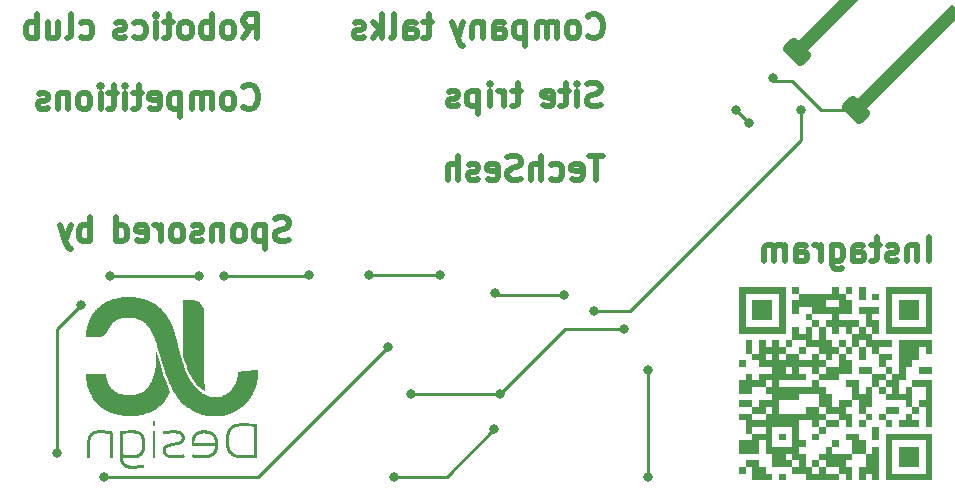
<source format=gbr>
%TF.GenerationSoftware,KiCad,Pcbnew,(7.0.0)*%
%TF.CreationDate,2023-08-22T20:57:46+01:00*%
%TF.ProjectId,elecsoc_card,656c6563-736f-4635-9f63-6172642e6b69,rev?*%
%TF.SameCoordinates,Original*%
%TF.FileFunction,Copper,L2,Bot*%
%TF.FilePolarity,Positive*%
%FSLAX46Y46*%
G04 Gerber Fmt 4.6, Leading zero omitted, Abs format (unit mm)*
G04 Created by KiCad (PCBNEW (7.0.0)) date 2023-08-22 20:57:46*
%MOMM*%
%LPD*%
G01*
G04 APERTURE LIST*
G04 Aperture macros list*
%AMFreePoly0*
4,1,33,0.870714,0.746161,0.983390,0.691076,1.072076,0.602390,1.127161,0.489713,1.143000,0.381000,1.143000,-0.381000,1.127161,-0.489713,1.072076,-0.602390,0.983390,-0.691076,0.870714,-0.746161,0.762000,-0.762000,0.550000,-0.762000,0.550000,-12.000000,0.535355,-12.035355,0.500000,-12.050000,-0.500000,-12.050000,-0.535355,-12.035355,-0.550000,-12.000000,-0.550000,-0.762000,-0.762000,-0.762000,
-0.870714,-0.746161,-0.983390,-0.691076,-1.072076,-0.602390,-1.127161,-0.489713,-1.143000,-0.381000,-1.143000,0.381000,-1.127161,0.489713,-1.072076,0.602390,-0.983390,0.691076,-0.870714,0.746161,-0.762000,0.762000,0.762000,0.762000,0.870714,0.746161,0.870714,0.746161,$1*%
G04 Aperture macros list end*
%TA.AperFunction,NonConductor*%
%ADD10C,0.000000*%
%TD*%
%ADD11C,0.500000*%
%TA.AperFunction,NonConductor*%
%ADD12C,0.500000*%
%TD*%
%TA.AperFunction,SMDPad,CuDef*%
%ADD13FreePoly0,135.000000*%
%TD*%
%TA.AperFunction,ViaPad*%
%ADD14C,0.800000*%
%TD*%
%TA.AperFunction,Conductor*%
%ADD15C,0.250000*%
%TD*%
G04 APERTURE END LIST*
D10*
G36*
X169439009Y-95695648D02*
G01*
X170003453Y-95695648D01*
X170003453Y-96260093D01*
X170567899Y-96260093D01*
X170567899Y-96824537D01*
X168874565Y-96824537D01*
X168874565Y-95695648D01*
X168310120Y-95695648D01*
X168310120Y-95131204D01*
X169439009Y-95131204D01*
X169439009Y-95695648D01*
G37*
G36*
X179599009Y-96824537D02*
G01*
X179034565Y-96824537D01*
X179034565Y-96260093D01*
X178470121Y-96260093D01*
X178470121Y-96824537D01*
X177905676Y-96824537D01*
X177905676Y-95695648D01*
X178470121Y-95695648D01*
X178470121Y-94566760D01*
X179034565Y-94566760D01*
X179034565Y-94002314D01*
X179599009Y-94002314D01*
X179599009Y-96824537D01*
G37*
G36*
X123633793Y-93643469D02*
G01*
X123635652Y-93704444D01*
X123635184Y-93782570D01*
X123631943Y-93863250D01*
X123626972Y-93935435D01*
X123619499Y-94005610D01*
X123609566Y-94073671D01*
X123597216Y-94139519D01*
X123582493Y-94203052D01*
X123565441Y-94264168D01*
X123546103Y-94322767D01*
X123524522Y-94378746D01*
X123500741Y-94432006D01*
X123474805Y-94482444D01*
X123446756Y-94529959D01*
X123416638Y-94574450D01*
X123384494Y-94615815D01*
X123350368Y-94653954D01*
X123314303Y-94688765D01*
X123276343Y-94720147D01*
X123267291Y-94726828D01*
X123258681Y-94732971D01*
X123250548Y-94738557D01*
X123242928Y-94743568D01*
X123235859Y-94747985D01*
X123229375Y-94751791D01*
X123223514Y-94754968D01*
X123218311Y-94757497D01*
X123213802Y-94759361D01*
X123210025Y-94760541D01*
X123207014Y-94761019D01*
X123205807Y-94760990D01*
X123204806Y-94760778D01*
X123204014Y-94760381D01*
X123203437Y-94759798D01*
X123203079Y-94759026D01*
X123202944Y-94758063D01*
X123203037Y-94756906D01*
X123203362Y-94755553D01*
X123204729Y-94752251D01*
X123205590Y-94750478D01*
X123206323Y-94748864D01*
X123206929Y-94747407D01*
X123207410Y-94746106D01*
X123207769Y-94744961D01*
X123208006Y-94743970D01*
X123208124Y-94743134D01*
X123208124Y-94742450D01*
X123208009Y-94741918D01*
X123207908Y-94741709D01*
X123207779Y-94741537D01*
X123207622Y-94741403D01*
X123207438Y-94741306D01*
X123207226Y-94741247D01*
X123206986Y-94741225D01*
X123206426Y-94741291D01*
X123205758Y-94741505D01*
X123204986Y-94741866D01*
X123204111Y-94742372D01*
X123203135Y-94743023D01*
X123202059Y-94743818D01*
X123200886Y-94744756D01*
X123199616Y-94745835D01*
X123198253Y-94747056D01*
X123196797Y-94748417D01*
X123193616Y-94751555D01*
X123190088Y-94755244D01*
X123186227Y-94759475D01*
X123182048Y-94764241D01*
X123177565Y-94769535D01*
X123165913Y-94781340D01*
X123151602Y-94793477D01*
X123135041Y-94805759D01*
X123116639Y-94817998D01*
X123096804Y-94830005D01*
X123075946Y-94841593D01*
X123054473Y-94852573D01*
X123032793Y-94862757D01*
X123011317Y-94871957D01*
X122990451Y-94879985D01*
X122970606Y-94886653D01*
X122952189Y-94891773D01*
X122935610Y-94895156D01*
X122921278Y-94896615D01*
X122915082Y-94896564D01*
X122909600Y-94895962D01*
X122904885Y-94894784D01*
X122900987Y-94893007D01*
X122898240Y-94891299D01*
X122895566Y-94889877D01*
X122894260Y-94889272D01*
X122892978Y-94888737D01*
X122891722Y-94888272D01*
X122890492Y-94887876D01*
X122889291Y-94887549D01*
X122888121Y-94887289D01*
X122886984Y-94887098D01*
X122885881Y-94886974D01*
X122884814Y-94886917D01*
X122883785Y-94886927D01*
X122882796Y-94887002D01*
X122881849Y-94887143D01*
X122880945Y-94887349D01*
X122880086Y-94887620D01*
X122879274Y-94887955D01*
X122878511Y-94888354D01*
X122877799Y-94888816D01*
X122877139Y-94889341D01*
X122876534Y-94889928D01*
X122875984Y-94890577D01*
X122875492Y-94891288D01*
X122875060Y-94892060D01*
X122874690Y-94892892D01*
X122874383Y-94893785D01*
X122874141Y-94894737D01*
X122873965Y-94895748D01*
X122873859Y-94896819D01*
X122873823Y-94897947D01*
X122873708Y-94899343D01*
X122873367Y-94900752D01*
X122872806Y-94902171D01*
X122872029Y-94903600D01*
X122871042Y-94905036D01*
X122869851Y-94906477D01*
X122868461Y-94907922D01*
X122866878Y-94909368D01*
X122865106Y-94910815D01*
X122863152Y-94912260D01*
X122861020Y-94913701D01*
X122858717Y-94915137D01*
X122856247Y-94916565D01*
X122853617Y-94917985D01*
X122847894Y-94920789D01*
X122841593Y-94923536D01*
X122834756Y-94926211D01*
X122827427Y-94928798D01*
X122819650Y-94931284D01*
X122811467Y-94933655D01*
X122802923Y-94935895D01*
X122794060Y-94937991D01*
X122784923Y-94939927D01*
X122772440Y-94942009D01*
X122760880Y-94943617D01*
X122750180Y-94944740D01*
X122740280Y-94945368D01*
X122731118Y-94945489D01*
X122722632Y-94945093D01*
X122714761Y-94944169D01*
X122707444Y-94942706D01*
X122700619Y-94940693D01*
X122694224Y-94938119D01*
X122688198Y-94934974D01*
X122682480Y-94931246D01*
X122677007Y-94926925D01*
X122671719Y-94922000D01*
X122666554Y-94916460D01*
X122661451Y-94910294D01*
X122651588Y-94897325D01*
X122647566Y-94892220D01*
X122644126Y-94888031D01*
X122641251Y-94884753D01*
X122638922Y-94882383D01*
X122637957Y-94881538D01*
X122637121Y-94880918D01*
X122636413Y-94880523D01*
X122635830Y-94880353D01*
X122635371Y-94880407D01*
X122635032Y-94880685D01*
X122634811Y-94881186D01*
X122634707Y-94881911D01*
X122634716Y-94882858D01*
X122634837Y-94884026D01*
X122635406Y-94887028D01*
X122636394Y-94890912D01*
X122637784Y-94895676D01*
X122639557Y-94901315D01*
X122641695Y-94907825D01*
X122643229Y-94913048D01*
X122644129Y-94918068D01*
X122644397Y-94922882D01*
X122644034Y-94927489D01*
X122643045Y-94931888D01*
X122641429Y-94936078D01*
X122639191Y-94940058D01*
X122636332Y-94943825D01*
X122632854Y-94947379D01*
X122628760Y-94950718D01*
X122624052Y-94953841D01*
X122618732Y-94956746D01*
X122612803Y-94959433D01*
X122606266Y-94961899D01*
X122599125Y-94964144D01*
X122591380Y-94966166D01*
X122583036Y-94967963D01*
X122574093Y-94969535D01*
X122564554Y-94970880D01*
X122554421Y-94971997D01*
X122543697Y-94972884D01*
X122532383Y-94973539D01*
X122520483Y-94973963D01*
X122507998Y-94974152D01*
X122494931Y-94974107D01*
X122481283Y-94973825D01*
X122467058Y-94973305D01*
X122452257Y-94972546D01*
X122436883Y-94971546D01*
X122420938Y-94970305D01*
X122404423Y-94968820D01*
X122387343Y-94967091D01*
X122326841Y-94962037D01*
X122268192Y-94958140D01*
X122217877Y-94955632D01*
X122182379Y-94954744D01*
X122118737Y-94952164D01*
X122027460Y-94945214D01*
X121919108Y-94935080D01*
X121804245Y-94922950D01*
X121693434Y-94910010D01*
X121597236Y-94897445D01*
X121526216Y-94886444D01*
X121503447Y-94881900D01*
X121490934Y-94878191D01*
X121488445Y-94876736D01*
X121486071Y-94875145D01*
X121483809Y-94873412D01*
X121481659Y-94871531D01*
X121479620Y-94869496D01*
X121477689Y-94867302D01*
X121475866Y-94864942D01*
X121474150Y-94862411D01*
X121472538Y-94859702D01*
X121471030Y-94856811D01*
X121469624Y-94853730D01*
X121468319Y-94850454D01*
X121467113Y-94846978D01*
X121466005Y-94843295D01*
X121464994Y-94839400D01*
X121464079Y-94835286D01*
X121463258Y-94830948D01*
X121462529Y-94826379D01*
X121461892Y-94821575D01*
X121461344Y-94816529D01*
X121460886Y-94811235D01*
X121460514Y-94805687D01*
X121460028Y-94793807D01*
X121459874Y-94780842D01*
X121460042Y-94766744D01*
X121460521Y-94751468D01*
X121461301Y-94734965D01*
X121471179Y-94613961D01*
X121565018Y-94633716D01*
X121610275Y-94642792D01*
X121664659Y-94651460D01*
X121795872Y-94667323D01*
X121948790Y-94680814D01*
X122113543Y-94691439D01*
X122280264Y-94698708D01*
X122439085Y-94702128D01*
X122580138Y-94701206D01*
X122693554Y-94695452D01*
X122729339Y-94690424D01*
X122767772Y-94681156D01*
X122808260Y-94668040D01*
X122850209Y-94651465D01*
X122893026Y-94631823D01*
X122936119Y-94609504D01*
X122978893Y-94584899D01*
X123020755Y-94558399D01*
X123061113Y-94530393D01*
X123099372Y-94501274D01*
X123134940Y-94471431D01*
X123167224Y-94441255D01*
X123195630Y-94411136D01*
X123219565Y-94381467D01*
X123238435Y-94352636D01*
X123245786Y-94338658D01*
X123251648Y-94325036D01*
X123254373Y-94318900D01*
X123257011Y-94313456D01*
X123259592Y-94308698D01*
X123260869Y-94306576D01*
X123262143Y-94304625D01*
X123263417Y-94302843D01*
X123264695Y-94301231D01*
X123265979Y-94299788D01*
X123267275Y-94298514D01*
X123268585Y-94297408D01*
X123269913Y-94296469D01*
X123271263Y-94295698D01*
X123272638Y-94295094D01*
X123274043Y-94294657D01*
X123275479Y-94294385D01*
X123276952Y-94294278D01*
X123278465Y-94294337D01*
X123280021Y-94294560D01*
X123281624Y-94294948D01*
X123283278Y-94295499D01*
X123284986Y-94296213D01*
X123286752Y-94297091D01*
X123288579Y-94298130D01*
X123290472Y-94299331D01*
X123292433Y-94300694D01*
X123294466Y-94302218D01*
X123296576Y-94303902D01*
X123301037Y-94307751D01*
X123305495Y-94311194D01*
X123309613Y-94314112D01*
X123313398Y-94316502D01*
X123315168Y-94317498D01*
X123316857Y-94318361D01*
X123318467Y-94319090D01*
X123319998Y-94319684D01*
X123321452Y-94320144D01*
X123322828Y-94320469D01*
X123324129Y-94320658D01*
X123325354Y-94320710D01*
X123326506Y-94320627D01*
X123327584Y-94320406D01*
X123328589Y-94320048D01*
X123329524Y-94319552D01*
X123330388Y-94318917D01*
X123331182Y-94318144D01*
X123331907Y-94317231D01*
X123332565Y-94316179D01*
X123333156Y-94314987D01*
X123333680Y-94313654D01*
X123334140Y-94312179D01*
X123334535Y-94310564D01*
X123334867Y-94308806D01*
X123335137Y-94306906D01*
X123335345Y-94304863D01*
X123335493Y-94302677D01*
X123335609Y-94297873D01*
X123335496Y-94294286D01*
X123335355Y-94292583D01*
X123335161Y-94290942D01*
X123334914Y-94289364D01*
X123334616Y-94287851D01*
X123334269Y-94286403D01*
X123333873Y-94285024D01*
X123333430Y-94283713D01*
X123332942Y-94282471D01*
X123332409Y-94281302D01*
X123331833Y-94280205D01*
X123331215Y-94279183D01*
X123330558Y-94278235D01*
X123329861Y-94277365D01*
X123329127Y-94276573D01*
X123328357Y-94275861D01*
X123327552Y-94275229D01*
X123326713Y-94274680D01*
X123325842Y-94274215D01*
X123324941Y-94273834D01*
X123324010Y-94273540D01*
X123323051Y-94273333D01*
X123322066Y-94273216D01*
X123321055Y-94273189D01*
X123320020Y-94273254D01*
X123318963Y-94273412D01*
X123317884Y-94273664D01*
X123316786Y-94274013D01*
X123315669Y-94274458D01*
X123314534Y-94275002D01*
X123313384Y-94275646D01*
X123310924Y-94277115D01*
X123308638Y-94278280D01*
X123306524Y-94279141D01*
X123304582Y-94279698D01*
X123302812Y-94279951D01*
X123301991Y-94279964D01*
X123301214Y-94279900D01*
X123300478Y-94279761D01*
X123299786Y-94279546D01*
X123299136Y-94279255D01*
X123298529Y-94278888D01*
X123297964Y-94278445D01*
X123297442Y-94277926D01*
X123296962Y-94277331D01*
X123296524Y-94276660D01*
X123296129Y-94275913D01*
X123295776Y-94275090D01*
X123295196Y-94273216D01*
X123294785Y-94271038D01*
X123294541Y-94268557D01*
X123294464Y-94265772D01*
X123294555Y-94262683D01*
X123294811Y-94259290D01*
X123295234Y-94255593D01*
X123295822Y-94251592D01*
X123296576Y-94247287D01*
X123297493Y-94242679D01*
X123298575Y-94237767D01*
X123299821Y-94232551D01*
X123301230Y-94227031D01*
X123302802Y-94221207D01*
X123304536Y-94215079D01*
X123308489Y-94201912D01*
X123313086Y-94187529D01*
X123318323Y-94171931D01*
X123323373Y-94155267D01*
X123329088Y-94135391D01*
X123335209Y-94113026D01*
X123341474Y-94088895D01*
X123347624Y-94063723D01*
X123353397Y-94038233D01*
X123358534Y-94013148D01*
X123362773Y-93989192D01*
X123382529Y-93878067D01*
X122387343Y-93885474D01*
X121392157Y-93890413D01*
X121392157Y-93648408D01*
X121392494Y-93599285D01*
X121393469Y-93552679D01*
X121393674Y-93547007D01*
X121629865Y-93547007D01*
X121630035Y-93552095D01*
X121630419Y-93557502D01*
X121631020Y-93563198D01*
X121631842Y-93569155D01*
X121632888Y-93575343D01*
X121634162Y-93581733D01*
X121644040Y-93643469D01*
X123367712Y-93643469D01*
X123367712Y-93561978D01*
X123367021Y-93553461D01*
X123365889Y-93543732D01*
X123362387Y-93521116D01*
X123357381Y-93495086D01*
X123351043Y-93466595D01*
X123343548Y-93436600D01*
X123335069Y-93406055D01*
X123325780Y-93375915D01*
X123315854Y-93347136D01*
X123305715Y-93319022D01*
X123295867Y-93290763D01*
X123286597Y-93263141D01*
X123278195Y-93236937D01*
X123270950Y-93212932D01*
X123265153Y-93191908D01*
X123261092Y-93174646D01*
X123259803Y-93167670D01*
X123259056Y-93161928D01*
X123258452Y-93156925D01*
X123257580Y-93152118D01*
X123256463Y-93147527D01*
X123255121Y-93143176D01*
X123253576Y-93139084D01*
X123251851Y-93135275D01*
X123249966Y-93131770D01*
X123247944Y-93128590D01*
X123245806Y-93125758D01*
X123243574Y-93123294D01*
X123241270Y-93121222D01*
X123238915Y-93119561D01*
X123237725Y-93118893D01*
X123236531Y-93118335D01*
X123235335Y-93117892D01*
X123234140Y-93117565D01*
X123232948Y-93117357D01*
X123231763Y-93117272D01*
X123230587Y-93117311D01*
X123229423Y-93117478D01*
X123228172Y-93117616D01*
X123226741Y-93117570D01*
X123225134Y-93117344D01*
X123223360Y-93116942D01*
X123219336Y-93115627D01*
X123214722Y-93113658D01*
X123209573Y-93111066D01*
X123203942Y-93107884D01*
X123197885Y-93104146D01*
X123191455Y-93099882D01*
X123184707Y-93095127D01*
X123177695Y-93089913D01*
X123170473Y-93084272D01*
X123163095Y-93078236D01*
X123155617Y-93071839D01*
X123148091Y-93065113D01*
X123140572Y-93058090D01*
X123133115Y-93050803D01*
X123119719Y-93038609D01*
X123104659Y-93026172D01*
X123088122Y-93013597D01*
X123070299Y-93000990D01*
X123051375Y-92988455D01*
X123031540Y-92976098D01*
X123010981Y-92964022D01*
X122989887Y-92952334D01*
X122968446Y-92941138D01*
X122946845Y-92930538D01*
X122925274Y-92920641D01*
X122903919Y-92911550D01*
X122882970Y-92903370D01*
X122862614Y-92896207D01*
X122843039Y-92890165D01*
X122824434Y-92885350D01*
X122813254Y-92883276D01*
X122795187Y-92880796D01*
X122771216Y-92877970D01*
X122742325Y-92874854D01*
X122673721Y-92867986D01*
X122597245Y-92860655D01*
X122555188Y-92857322D01*
X122516371Y-92852977D01*
X122481259Y-92847763D01*
X122450313Y-92841826D01*
X122436548Y-92838631D01*
X122423998Y-92835310D01*
X122412722Y-92831880D01*
X122402776Y-92828360D01*
X122394220Y-92824767D01*
X122387111Y-92821120D01*
X122381506Y-92817437D01*
X122377465Y-92813736D01*
X122374634Y-92810092D01*
X122371716Y-92806578D01*
X122368740Y-92803209D01*
X122365735Y-92800000D01*
X122362730Y-92796963D01*
X122359754Y-92794115D01*
X122356836Y-92791470D01*
X122354005Y-92789041D01*
X122351290Y-92786844D01*
X122348719Y-92784893D01*
X122346322Y-92783203D01*
X122344127Y-92781787D01*
X122342164Y-92780661D01*
X122340462Y-92779839D01*
X122339049Y-92779335D01*
X122338460Y-92779206D01*
X122337954Y-92779163D01*
X122337303Y-92779206D01*
X122336737Y-92779335D01*
X122336255Y-92779546D01*
X122335856Y-92779839D01*
X122335538Y-92780211D01*
X122335301Y-92780661D01*
X122335142Y-92781187D01*
X122335060Y-92781787D01*
X122335054Y-92782460D01*
X122335123Y-92783203D01*
X122335266Y-92784015D01*
X122335480Y-92784893D01*
X122335764Y-92785837D01*
X122336118Y-92786844D01*
X122336540Y-92787913D01*
X122337028Y-92789041D01*
X122337581Y-92790228D01*
X122338198Y-92791470D01*
X122339618Y-92794115D01*
X122341276Y-92796963D01*
X122343163Y-92800000D01*
X122345266Y-92803209D01*
X122347576Y-92806578D01*
X122350081Y-92810092D01*
X122352770Y-92813736D01*
X122354744Y-92816233D01*
X122356493Y-92818632D01*
X122358008Y-92820939D01*
X122359282Y-92823156D01*
X122360306Y-92825288D01*
X122361072Y-92827339D01*
X122361573Y-92829314D01*
X122361799Y-92831215D01*
X122361744Y-92833048D01*
X122361608Y-92833940D01*
X122361398Y-92834816D01*
X122361114Y-92835677D01*
X122360754Y-92836524D01*
X122360317Y-92837356D01*
X122359803Y-92838175D01*
X122358537Y-92839774D01*
X122356949Y-92841324D01*
X122355029Y-92842830D01*
X122352771Y-92844295D01*
X122350165Y-92845725D01*
X122347204Y-92847122D01*
X122343879Y-92848492D01*
X122340182Y-92849837D01*
X122336106Y-92851163D01*
X122331642Y-92852472D01*
X122326781Y-92853770D01*
X122321517Y-92855060D01*
X122315840Y-92856347D01*
X122309742Y-92857634D01*
X122296253Y-92860226D01*
X122280984Y-92862868D01*
X122263871Y-92865594D01*
X122235092Y-92870306D01*
X122206234Y-92876085D01*
X122177391Y-92882898D01*
X122148655Y-92890713D01*
X122120123Y-92899498D01*
X122091887Y-92909220D01*
X122064042Y-92919846D01*
X122036681Y-92931343D01*
X122009900Y-92943680D01*
X121983791Y-92956824D01*
X121958449Y-92970742D01*
X121933968Y-92985401D01*
X121910442Y-93000770D01*
X121891715Y-93014138D01*
X121887965Y-93016814D01*
X121866631Y-93033503D01*
X121846534Y-93050803D01*
X121829455Y-93065557D01*
X121813621Y-93079934D01*
X121812648Y-93080863D01*
X121799350Y-93093560D01*
X121786959Y-93106056D01*
X121785813Y-93107292D01*
X121776768Y-93117048D01*
X121772596Y-93121863D01*
X121769094Y-93126159D01*
X121766301Y-93129892D01*
X121764256Y-93133013D01*
X121763001Y-93135476D01*
X121762573Y-93137233D01*
X121762374Y-93139077D01*
X121761787Y-93141796D01*
X121760831Y-93145340D01*
X121759525Y-93149658D01*
X121755932Y-93160413D01*
X121751152Y-93173658D01*
X121745330Y-93188985D01*
X121738612Y-93205992D01*
X121731141Y-93224271D01*
X121723062Y-93243419D01*
X121718898Y-93253067D01*
X121714757Y-93263425D01*
X121706625Y-93285863D01*
X121698840Y-93309921D01*
X121691577Y-93334789D01*
X121685008Y-93359657D01*
X121679307Y-93383715D01*
X121674647Y-93406152D01*
X121671203Y-93426158D01*
X121669731Y-93435758D01*
X121668102Y-93445079D01*
X121666336Y-93454075D01*
X121664451Y-93462698D01*
X121662465Y-93470902D01*
X121660395Y-93478639D01*
X121658260Y-93485862D01*
X121656078Y-93492525D01*
X121653868Y-93498579D01*
X121651646Y-93503980D01*
X121649432Y-93508678D01*
X121647242Y-93512628D01*
X121645097Y-93515781D01*
X121643013Y-93518092D01*
X121641008Y-93519513D01*
X121640041Y-93519875D01*
X121639101Y-93519997D01*
X121638197Y-93520076D01*
X121637337Y-93520311D01*
X121636520Y-93520697D01*
X121635749Y-93521232D01*
X121635023Y-93521912D01*
X121634343Y-93522732D01*
X121633708Y-93523690D01*
X121633120Y-93524782D01*
X121632580Y-93526004D01*
X121632086Y-93527353D01*
X121631641Y-93528824D01*
X121631244Y-93530415D01*
X121630896Y-93532122D01*
X121630597Y-93533941D01*
X121630348Y-93535868D01*
X121630149Y-93537901D01*
X121630001Y-93540034D01*
X121629904Y-93542266D01*
X121629865Y-93547007D01*
X121393674Y-93547007D01*
X121395021Y-93509719D01*
X121397095Y-93471535D01*
X121399632Y-93439253D01*
X121402574Y-93414004D01*
X121405863Y-93396916D01*
X121407620Y-93391785D01*
X121409442Y-93389117D01*
X121410886Y-93386896D01*
X121412428Y-93383966D01*
X121414049Y-93380370D01*
X121415732Y-93376152D01*
X121417458Y-93371356D01*
X121419209Y-93366024D01*
X121420968Y-93360200D01*
X121422716Y-93353927D01*
X121424435Y-93347249D01*
X121426107Y-93340210D01*
X121427713Y-93332852D01*
X121429237Y-93325220D01*
X121430659Y-93317355D01*
X121431962Y-93309303D01*
X121433127Y-93301106D01*
X121434137Y-93292808D01*
X121437133Y-93271482D01*
X121442245Y-93247678D01*
X121449216Y-93221928D01*
X121457790Y-93194764D01*
X121467709Y-93166717D01*
X121478146Y-93139791D01*
X121674010Y-93139791D01*
X121674088Y-93140683D01*
X121674276Y-93141545D01*
X121674574Y-93142375D01*
X121674983Y-93143169D01*
X121675505Y-93143926D01*
X121676142Y-93144641D01*
X121676873Y-93145293D01*
X121677673Y-93145858D01*
X121678539Y-93146338D01*
X121679470Y-93146734D01*
X121680463Y-93147047D01*
X121681514Y-93147278D01*
X121682622Y-93147427D01*
X121683782Y-93147496D01*
X121684994Y-93147486D01*
X121686253Y-93147396D01*
X121687558Y-93147229D01*
X121688905Y-93146985D01*
X121690291Y-93146665D01*
X121691715Y-93146270D01*
X121693174Y-93145801D01*
X121694663Y-93145258D01*
X121696182Y-93144644D01*
X121697727Y-93143957D01*
X121700885Y-93142374D01*
X121704116Y-93140516D01*
X121707397Y-93138390D01*
X121710706Y-93136004D01*
X121714023Y-93133365D01*
X121717326Y-93130479D01*
X121720593Y-93127355D01*
X121724468Y-93122984D01*
X121727755Y-93119127D01*
X121730441Y-93115776D01*
X121732515Y-93112924D01*
X121733320Y-93111683D01*
X121733968Y-93110564D01*
X121734457Y-93109567D01*
X121734787Y-93108690D01*
X121734956Y-93107932D01*
X121734962Y-93107292D01*
X121734805Y-93106770D01*
X121734483Y-93106365D01*
X121733995Y-93106075D01*
X121733338Y-93105901D01*
X121732513Y-93105840D01*
X121731517Y-93105892D01*
X121730349Y-93106057D01*
X121729008Y-93106332D01*
X121727493Y-93106718D01*
X121725802Y-93107214D01*
X121721886Y-93108529D01*
X121717250Y-93110272D01*
X121711884Y-93112433D01*
X121705776Y-93115008D01*
X121701292Y-93116480D01*
X121697108Y-93118104D01*
X121693236Y-93119859D01*
X121689685Y-93121722D01*
X121686468Y-93123672D01*
X121683594Y-93125687D01*
X121681074Y-93127745D01*
X121678920Y-93129825D01*
X121677142Y-93131905D01*
X121676398Y-93132938D01*
X121675752Y-93133963D01*
X121675205Y-93134977D01*
X121674759Y-93135978D01*
X121674415Y-93136962D01*
X121674174Y-93137928D01*
X121674039Y-93138871D01*
X121674010Y-93139791D01*
X121478146Y-93139791D01*
X121478717Y-93138319D01*
X121482378Y-93129594D01*
X121616490Y-93129594D01*
X121616559Y-93130754D01*
X121616708Y-93131862D01*
X121616939Y-93132913D01*
X121617252Y-93133905D01*
X121617648Y-93134836D01*
X121618128Y-93135703D01*
X121618694Y-93136503D01*
X121619345Y-93137233D01*
X121620061Y-93137870D01*
X121620817Y-93138392D01*
X121621612Y-93138802D01*
X121622441Y-93139100D01*
X121623304Y-93139287D01*
X121624196Y-93139365D01*
X121625115Y-93139336D01*
X121626059Y-93139201D01*
X121627024Y-93138961D01*
X121628009Y-93138617D01*
X121629010Y-93138171D01*
X121630024Y-93137624D01*
X121631049Y-93136977D01*
X121632082Y-93136233D01*
X121633121Y-93135392D01*
X121634162Y-93134455D01*
X121635203Y-93133424D01*
X121636242Y-93132301D01*
X121637275Y-93131086D01*
X121638300Y-93129781D01*
X121639315Y-93128388D01*
X121640315Y-93126907D01*
X121641300Y-93125341D01*
X121642265Y-93123689D01*
X121643209Y-93121955D01*
X121644128Y-93120139D01*
X121645020Y-93118242D01*
X121645882Y-93116267D01*
X121646712Y-93114213D01*
X121647506Y-93112083D01*
X121648263Y-93109878D01*
X121648979Y-93107599D01*
X121651553Y-93101492D01*
X121653715Y-93096125D01*
X121655457Y-93091490D01*
X121656773Y-93087574D01*
X121657654Y-93084368D01*
X121657930Y-93083027D01*
X121658094Y-93081859D01*
X121658147Y-93080863D01*
X121658086Y-93080038D01*
X121657911Y-93079381D01*
X121657622Y-93078893D01*
X121657216Y-93078571D01*
X121656695Y-93078413D01*
X121656055Y-93078420D01*
X121655297Y-93078589D01*
X121654420Y-93078919D01*
X121653422Y-93079408D01*
X121651062Y-93080861D01*
X121648211Y-93082935D01*
X121644860Y-93085621D01*
X121641002Y-93088907D01*
X121636631Y-93092783D01*
X121633507Y-93096050D01*
X121630622Y-93099353D01*
X121627982Y-93102670D01*
X121625596Y-93105980D01*
X121623470Y-93109261D01*
X121621612Y-93112491D01*
X121620029Y-93115649D01*
X121618728Y-93118713D01*
X121617716Y-93121661D01*
X121617001Y-93124472D01*
X121616590Y-93127123D01*
X121616500Y-93128382D01*
X121616490Y-93129594D01*
X121482378Y-93129594D01*
X121490557Y-93110102D01*
X121502973Y-93082597D01*
X121515706Y-93056337D01*
X121528502Y-93031853D01*
X121538782Y-93013761D01*
X121621814Y-93013761D01*
X121621928Y-93017347D01*
X121622069Y-93019051D01*
X121622263Y-93020692D01*
X121622510Y-93022269D01*
X121622807Y-93023783D01*
X121623155Y-93025230D01*
X121623551Y-93026610D01*
X121623994Y-93027921D01*
X121624482Y-93029162D01*
X121625015Y-93030331D01*
X121625591Y-93031428D01*
X121626208Y-93032451D01*
X121626866Y-93033398D01*
X121627563Y-93034268D01*
X121628297Y-93035060D01*
X121629067Y-93035772D01*
X121629872Y-93036404D01*
X121630711Y-93036953D01*
X121631581Y-93037419D01*
X121632483Y-93037799D01*
X121633414Y-93038093D01*
X121634372Y-93038300D01*
X121635358Y-93038417D01*
X121636369Y-93038444D01*
X121637404Y-93038379D01*
X121638461Y-93038221D01*
X121639540Y-93037969D01*
X121640638Y-93037620D01*
X121641755Y-93037175D01*
X121642890Y-93036630D01*
X121644040Y-93035986D01*
X121645168Y-93035263D01*
X121646239Y-93034485D01*
X121647252Y-93033654D01*
X121648207Y-93032774D01*
X121649104Y-93031846D01*
X121649943Y-93030875D01*
X121650724Y-93029861D01*
X121651448Y-93028809D01*
X121652113Y-93027721D01*
X121652721Y-93026599D01*
X121653271Y-93025446D01*
X121653763Y-93024266D01*
X121654197Y-93023060D01*
X121654573Y-93021831D01*
X121654891Y-93020583D01*
X121655152Y-93019317D01*
X121655354Y-93018037D01*
X121655499Y-93016746D01*
X121655586Y-93015445D01*
X121655615Y-93014138D01*
X121655586Y-93012827D01*
X121655499Y-93011515D01*
X121655355Y-93010205D01*
X121655152Y-93008900D01*
X121654892Y-93007602D01*
X121654573Y-93006314D01*
X121654197Y-93005038D01*
X121653763Y-93003778D01*
X121653271Y-93002536D01*
X121652721Y-93001315D01*
X121652114Y-93000117D01*
X121651448Y-92998945D01*
X121647453Y-92993360D01*
X121645582Y-92990893D01*
X121643794Y-92988642D01*
X121642087Y-92986609D01*
X121640460Y-92984793D01*
X121638912Y-92983194D01*
X121637442Y-92981813D01*
X121636047Y-92980648D01*
X121634727Y-92979700D01*
X121633480Y-92978969D01*
X121632305Y-92978455D01*
X121631201Y-92978159D01*
X121630165Y-92978079D01*
X121629198Y-92978217D01*
X121628297Y-92978571D01*
X121627461Y-92979143D01*
X121626689Y-92979931D01*
X121625979Y-92980937D01*
X121625331Y-92982159D01*
X121624742Y-92983599D01*
X121624211Y-92985256D01*
X121623737Y-92987130D01*
X121623319Y-92989221D01*
X121622955Y-92991528D01*
X121622645Y-92994053D01*
X121622385Y-92996795D01*
X121622176Y-92999754D01*
X121621903Y-93006324D01*
X121621814Y-93013761D01*
X121538782Y-93013761D01*
X121541102Y-93009677D01*
X121553249Y-92990340D01*
X121564688Y-92974375D01*
X121575161Y-92962313D01*
X121579955Y-92957912D01*
X121584411Y-92954686D01*
X121588497Y-92952701D01*
X121592182Y-92952025D01*
X121593766Y-92952003D01*
X121595278Y-92951939D01*
X121596718Y-92951834D01*
X121598085Y-92951687D01*
X121599380Y-92951501D01*
X121600603Y-92951276D01*
X121601753Y-92951013D01*
X121602831Y-92950713D01*
X121603837Y-92950377D01*
X121604770Y-92950005D01*
X121605631Y-92949599D01*
X121606419Y-92949160D01*
X121607136Y-92948688D01*
X121607779Y-92948185D01*
X121608351Y-92947650D01*
X121608850Y-92947086D01*
X121609277Y-92946493D01*
X121609631Y-92945872D01*
X121609914Y-92945224D01*
X121610123Y-92944549D01*
X121610261Y-92943849D01*
X121610326Y-92943125D01*
X121610319Y-92942377D01*
X121610239Y-92941607D01*
X121610087Y-92940815D01*
X121609863Y-92940002D01*
X121609566Y-92939169D01*
X121609197Y-92938317D01*
X121608756Y-92937448D01*
X121608242Y-92936561D01*
X121607656Y-92935657D01*
X121606998Y-92934739D01*
X121604996Y-92932472D01*
X121603601Y-92929861D01*
X121602783Y-92926936D01*
X121602512Y-92923728D01*
X121602759Y-92920268D01*
X121603493Y-92916589D01*
X121604684Y-92912720D01*
X121606303Y-92908694D01*
X121608320Y-92904541D01*
X121610706Y-92900293D01*
X121613429Y-92895980D01*
X121616461Y-92891635D01*
X121623330Y-92882969D01*
X121631075Y-92874546D01*
X121639456Y-92866615D01*
X121648236Y-92859426D01*
X121652700Y-92856187D01*
X121657174Y-92853228D01*
X121661629Y-92850578D01*
X121666033Y-92848270D01*
X121670358Y-92846335D01*
X121674574Y-92844803D01*
X121678650Y-92843706D01*
X121682557Y-92843076D01*
X121686265Y-92842943D01*
X121689745Y-92843338D01*
X121692965Y-92844293D01*
X121695898Y-92845839D01*
X121698531Y-92847084D01*
X121699739Y-92847599D01*
X121700875Y-92848043D01*
X121701939Y-92848417D01*
X121702930Y-92848720D01*
X121703849Y-92848954D01*
X121704695Y-92849119D01*
X121705469Y-92849214D01*
X121706171Y-92849242D01*
X121706801Y-92849202D01*
X121707358Y-92849094D01*
X121707842Y-92848920D01*
X121708255Y-92848679D01*
X121708595Y-92848372D01*
X121708863Y-92847999D01*
X121709058Y-92847562D01*
X121709181Y-92847059D01*
X121709232Y-92846493D01*
X121709210Y-92845863D01*
X121709116Y-92845169D01*
X121708949Y-92844413D01*
X121708711Y-92843594D01*
X121708400Y-92842713D01*
X121708016Y-92841771D01*
X121707561Y-92840768D01*
X121707032Y-92839704D01*
X121706432Y-92838580D01*
X121705014Y-92836154D01*
X121703307Y-92833492D01*
X121701482Y-92828874D01*
X121701067Y-92823836D01*
X121702009Y-92818407D01*
X121704257Y-92812617D01*
X121707758Y-92806494D01*
X121712460Y-92800067D01*
X121718312Y-92793366D01*
X121725261Y-92786418D01*
X121733256Y-92779253D01*
X121742244Y-92771900D01*
X121762993Y-92756746D01*
X121787091Y-92741186D01*
X121814123Y-92725453D01*
X121843672Y-92709778D01*
X121875323Y-92694392D01*
X121908660Y-92679527D01*
X121943267Y-92665415D01*
X121978727Y-92652286D01*
X122014625Y-92640373D01*
X122050545Y-92629906D01*
X122086070Y-92621119D01*
X122126109Y-92612788D01*
X122170586Y-92605400D01*
X122218557Y-92598976D01*
X122269079Y-92593531D01*
X122373997Y-92585655D01*
X122477786Y-92581917D01*
X122572893Y-92582462D01*
X122614831Y-92584386D01*
X122651766Y-92587435D01*
X122682754Y-92591626D01*
X122706851Y-92596980D01*
X122723113Y-92603512D01*
X122728011Y-92607226D01*
X122730595Y-92611242D01*
X122731116Y-92612630D01*
X122731747Y-92614017D01*
X122732487Y-92615401D01*
X122733330Y-92616778D01*
X122734273Y-92618149D01*
X122735311Y-92619511D01*
X122736440Y-92620861D01*
X122737656Y-92622199D01*
X122738956Y-92623523D01*
X122740335Y-92624830D01*
X122741789Y-92626120D01*
X122743314Y-92627389D01*
X122746561Y-92629861D01*
X122750042Y-92632231D01*
X122753727Y-92634486D01*
X122757581Y-92636611D01*
X122761573Y-92638591D01*
X122765669Y-92640411D01*
X122769838Y-92642059D01*
X122774047Y-92643518D01*
X122778263Y-92644774D01*
X122782454Y-92645813D01*
X122786530Y-92646162D01*
X122790407Y-92646286D01*
X122794060Y-92646194D01*
X122797463Y-92645891D01*
X122800592Y-92645386D01*
X122803420Y-92644685D01*
X122805923Y-92643797D01*
X122807044Y-92643284D01*
X122808074Y-92642727D01*
X122809011Y-92642127D01*
X122809850Y-92641484D01*
X122810589Y-92640799D01*
X122811224Y-92640074D01*
X122811752Y-92639309D01*
X122812171Y-92638505D01*
X122812477Y-92637663D01*
X122812666Y-92636785D01*
X122812736Y-92635869D01*
X122812683Y-92634919D01*
X122812505Y-92633934D01*
X122812198Y-92632916D01*
X122811759Y-92631866D01*
X122811185Y-92630783D01*
X122810472Y-92629670D01*
X122809618Y-92628527D01*
X122808981Y-92627377D01*
X122808457Y-92626243D01*
X122808045Y-92625126D01*
X122807741Y-92624027D01*
X122807545Y-92622949D01*
X122807453Y-92621891D01*
X122807463Y-92620857D01*
X122807573Y-92619846D01*
X122807780Y-92618860D01*
X122808083Y-92617902D01*
X122808479Y-92616971D01*
X122808966Y-92616070D01*
X122809542Y-92615199D01*
X122810204Y-92614360D01*
X122810950Y-92613555D01*
X122811778Y-92612785D01*
X122812686Y-92612051D01*
X122813671Y-92611354D01*
X122814731Y-92610697D01*
X122815863Y-92610079D01*
X122817067Y-92609503D01*
X122818338Y-92608971D01*
X122819676Y-92608482D01*
X122821077Y-92608039D01*
X122822540Y-92607643D01*
X122824062Y-92607296D01*
X122825641Y-92606998D01*
X122827275Y-92606751D01*
X122828961Y-92606557D01*
X122830698Y-92606417D01*
X122832482Y-92606332D01*
X122834312Y-92606303D01*
X122838069Y-92606444D01*
X122841908Y-92606857D01*
X122845799Y-92607524D01*
X122849707Y-92608425D01*
X122853601Y-92609543D01*
X122857449Y-92610861D01*
X122861216Y-92612359D01*
X122864871Y-92614020D01*
X122868382Y-92615826D01*
X122871715Y-92617758D01*
X122874839Y-92619799D01*
X122877720Y-92621930D01*
X122880327Y-92624134D01*
X122882626Y-92626391D01*
X122884584Y-92628686D01*
X122886171Y-92630998D01*
X122887111Y-92632358D01*
X122888079Y-92633659D01*
X122889073Y-92634902D01*
X122890092Y-92636086D01*
X122891134Y-92637210D01*
X122892199Y-92638274D01*
X122893284Y-92639277D01*
X122894389Y-92640219D01*
X122895512Y-92641100D01*
X122896652Y-92641918D01*
X122897807Y-92642675D01*
X122898976Y-92643368D01*
X122900158Y-92643999D01*
X122901351Y-92644565D01*
X122902554Y-92645067D01*
X122903765Y-92645505D01*
X122904984Y-92645877D01*
X122906209Y-92646184D01*
X122907438Y-92646425D01*
X122908670Y-92646600D01*
X122909905Y-92646707D01*
X122911139Y-92646747D01*
X122912373Y-92646720D01*
X122913604Y-92646624D01*
X122914832Y-92646459D01*
X122916055Y-92646225D01*
X122917272Y-92645922D01*
X122918481Y-92645548D01*
X122919681Y-92645104D01*
X122920870Y-92644589D01*
X122922048Y-92644002D01*
X122923212Y-92643344D01*
X122928223Y-92641074D01*
X122934413Y-92639794D01*
X122941721Y-92639470D01*
X122950082Y-92640064D01*
X122959432Y-92641542D01*
X122969708Y-92643865D01*
X122992781Y-92650907D01*
X123018791Y-92660901D01*
X123047229Y-92673557D01*
X123077584Y-92688585D01*
X123109346Y-92705698D01*
X123142006Y-92724605D01*
X123175052Y-92745016D01*
X123207975Y-92766643D01*
X123240265Y-92789196D01*
X123271413Y-92812386D01*
X123300907Y-92835923D01*
X123328238Y-92859517D01*
X123352895Y-92882881D01*
X123390891Y-92924493D01*
X123426164Y-92968761D01*
X123458708Y-93015677D01*
X123488522Y-93065234D01*
X123515601Y-93117424D01*
X123539941Y-93172240D01*
X123561540Y-93229675D01*
X123580393Y-93289722D01*
X123596497Y-93352373D01*
X123609848Y-93417621D01*
X123620442Y-93485460D01*
X123628277Y-93555881D01*
X123633348Y-93628878D01*
X123633793Y-93643469D01*
G37*
G36*
X170567899Y-83277870D02*
G01*
X168874565Y-83277870D01*
X168874565Y-81584537D01*
X170567899Y-81584537D01*
X170567899Y-83277870D01*
G37*
G36*
X172261232Y-85535648D02*
G01*
X171696787Y-85535648D01*
X171696787Y-84971204D01*
X172261232Y-84971204D01*
X172261232Y-85535648D01*
G37*
G36*
X168310120Y-96260093D02*
G01*
X167745676Y-96260093D01*
X167745676Y-95695648D01*
X168310120Y-95695648D01*
X168310120Y-96260093D01*
G37*
G36*
X181292343Y-91180093D02*
G01*
X180163454Y-91180093D01*
X180163454Y-90615648D01*
X181292343Y-90615648D01*
X181292343Y-91180093D01*
G37*
G36*
X179599009Y-81584537D02*
G01*
X179034565Y-81584537D01*
X179034565Y-81020092D01*
X179599009Y-81020092D01*
X179599009Y-81584537D01*
G37*
G36*
X173954565Y-83277870D02*
G01*
X173390120Y-83277870D01*
X173390120Y-82713426D01*
X173954565Y-82713426D01*
X173954565Y-83277870D01*
G37*
G36*
X184114565Y-93437870D02*
G01*
X184114565Y-96824537D01*
X180163454Y-96824537D01*
X180163454Y-96260093D01*
X180727898Y-96260093D01*
X183550121Y-96260093D01*
X183550121Y-93437870D01*
X180727898Y-93437870D01*
X180727898Y-96260093D01*
X180163454Y-96260093D01*
X180163454Y-92873426D01*
X184114565Y-92873426D01*
X184114565Y-93437870D01*
G37*
G36*
X184114565Y-87793426D02*
G01*
X182985676Y-87793426D01*
X182985676Y-87228981D01*
X184114565Y-87228981D01*
X184114565Y-87793426D01*
G37*
G36*
X120724035Y-92915360D02*
G01*
X120727756Y-92921234D01*
X120741682Y-92946189D01*
X120754114Y-92971780D01*
X120765070Y-92998066D01*
X120774569Y-93025105D01*
X120782628Y-93052953D01*
X120789265Y-93081670D01*
X120794499Y-93111313D01*
X120798347Y-93141940D01*
X120800828Y-93173609D01*
X120801959Y-93206377D01*
X120802469Y-93246145D01*
X120802099Y-93283167D01*
X120800782Y-93317649D01*
X120798448Y-93349798D01*
X120795029Y-93379821D01*
X120790456Y-93407922D01*
X120784661Y-93434309D01*
X120777574Y-93459187D01*
X120769127Y-93482763D01*
X120759251Y-93505243D01*
X120747877Y-93526834D01*
X120734937Y-93547740D01*
X120720362Y-93568169D01*
X120704084Y-93588327D01*
X120686033Y-93608420D01*
X120680181Y-93614371D01*
X120666140Y-93628654D01*
X120644960Y-93648421D01*
X120621483Y-93667798D01*
X120596074Y-93686625D01*
X120569098Y-93704743D01*
X120540922Y-93721993D01*
X120511910Y-93738215D01*
X120482428Y-93753251D01*
X120452841Y-93766942D01*
X120423515Y-93779127D01*
X120394814Y-93789649D01*
X120367105Y-93798348D01*
X120340752Y-93805064D01*
X120316121Y-93809639D01*
X120293577Y-93811913D01*
X120273485Y-93811727D01*
X120264474Y-93810662D01*
X120256212Y-93808923D01*
X120251238Y-93807676D01*
X120246517Y-93806709D01*
X120242072Y-93806009D01*
X120237923Y-93805565D01*
X120234092Y-93805368D01*
X120230601Y-93805406D01*
X120227472Y-93805668D01*
X120224726Y-93806144D01*
X120222386Y-93806822D01*
X120220472Y-93807692D01*
X120219682Y-93808195D01*
X120219007Y-93808743D01*
X120218450Y-93809333D01*
X120218013Y-93809964D01*
X120217698Y-93810634D01*
X120217510Y-93811343D01*
X120217450Y-93812090D01*
X120217521Y-93812872D01*
X120217725Y-93813688D01*
X120218067Y-93814538D01*
X120218548Y-93815419D01*
X120219170Y-93816330D01*
X120219621Y-93817509D01*
X120219591Y-93818730D01*
X120219093Y-93819990D01*
X120218138Y-93821288D01*
X120216738Y-93822623D01*
X120214905Y-93823992D01*
X120212651Y-93825393D01*
X120209987Y-93826825D01*
X120203477Y-93829775D01*
X120195469Y-93832825D01*
X120186058Y-93835963D01*
X120175338Y-93839173D01*
X120163402Y-93842440D01*
X120150344Y-93845752D01*
X120136259Y-93849092D01*
X120121241Y-93852446D01*
X120105384Y-93855801D01*
X120088782Y-93859141D01*
X120053718Y-93865720D01*
X120032326Y-93869381D01*
X119809074Y-93907599D01*
X119705795Y-93927799D01*
X119614349Y-93947944D01*
X119534088Y-93968365D01*
X119464364Y-93989389D01*
X119404530Y-94011347D01*
X119353939Y-94034568D01*
X119311942Y-94059380D01*
X119277892Y-94086112D01*
X119251143Y-94115095D01*
X119231045Y-94146657D01*
X119216953Y-94181127D01*
X119208217Y-94218835D01*
X119204192Y-94260110D01*
X119204228Y-94305280D01*
X119205363Y-94325203D01*
X119207372Y-94344686D01*
X119210249Y-94363720D01*
X119213986Y-94382301D01*
X119218574Y-94400420D01*
X119224006Y-94418071D01*
X119230275Y-94435247D01*
X119237373Y-94451942D01*
X119245292Y-94468149D01*
X119254024Y-94483860D01*
X119263563Y-94499069D01*
X119273899Y-94513770D01*
X119285025Y-94527955D01*
X119296935Y-94541618D01*
X119309619Y-94554752D01*
X119323071Y-94567350D01*
X119337282Y-94579406D01*
X119352245Y-94590912D01*
X119367953Y-94601862D01*
X119384397Y-94612249D01*
X119401570Y-94622066D01*
X119419464Y-94631307D01*
X119438072Y-94639965D01*
X119457385Y-94648032D01*
X119477397Y-94655502D01*
X119498099Y-94662369D01*
X119518332Y-94668289D01*
X119519484Y-94668626D01*
X119541544Y-94674265D01*
X119564272Y-94679280D01*
X119587659Y-94683665D01*
X119611698Y-94687411D01*
X119636381Y-94690514D01*
X119752445Y-94699446D01*
X119877769Y-94704096D01*
X120008650Y-94704578D01*
X120141383Y-94701009D01*
X120272263Y-94693504D01*
X120397588Y-94682180D01*
X120513652Y-94667151D01*
X120567053Y-94658284D01*
X120616751Y-94648534D01*
X120769856Y-94616432D01*
X120784209Y-94736032D01*
X120784673Y-94739904D01*
X120787031Y-94764957D01*
X120788488Y-94787416D01*
X120788954Y-94807408D01*
X120788339Y-94825060D01*
X120787597Y-94833048D01*
X120786551Y-94840498D01*
X120785190Y-94847427D01*
X120783501Y-94853849D01*
X120781474Y-94859781D01*
X120779098Y-94865239D01*
X120776361Y-94870239D01*
X120773252Y-94874796D01*
X120769759Y-94878926D01*
X120765872Y-94882645D01*
X120761578Y-94885969D01*
X120756868Y-94888913D01*
X120751728Y-94891494D01*
X120746149Y-94893727D01*
X120740118Y-94895628D01*
X120733625Y-94897214D01*
X120726658Y-94898499D01*
X120719206Y-94899499D01*
X120702800Y-94900711D01*
X120684319Y-94900974D01*
X120663671Y-94900417D01*
X120655692Y-94900068D01*
X120647537Y-94899939D01*
X120639259Y-94900021D01*
X120630911Y-94900301D01*
X120614228Y-94901415D01*
X120597921Y-94903194D01*
X120582424Y-94905553D01*
X120568172Y-94908404D01*
X120561648Y-94909986D01*
X120555598Y-94911659D01*
X120550076Y-94913412D01*
X120545137Y-94915234D01*
X120540632Y-94916999D01*
X120535490Y-94918591D01*
X120529770Y-94920009D01*
X120523529Y-94921253D01*
X120516825Y-94922323D01*
X120509716Y-94923221D01*
X120502259Y-94923944D01*
X120494513Y-94924494D01*
X120486536Y-94924870D01*
X120478384Y-94925072D01*
X120470118Y-94925101D01*
X120461793Y-94924956D01*
X120453468Y-94924638D01*
X120445201Y-94924146D01*
X120437050Y-94923480D01*
X120429073Y-94922641D01*
X120421814Y-94921801D01*
X120414874Y-94921131D01*
X120408280Y-94920628D01*
X120402063Y-94920287D01*
X120396252Y-94920106D01*
X120390874Y-94920080D01*
X120385959Y-94920206D01*
X120381536Y-94920481D01*
X120377634Y-94920900D01*
X120374282Y-94921460D01*
X120371509Y-94922157D01*
X120369343Y-94922989D01*
X120367814Y-94923950D01*
X120367298Y-94924479D01*
X120366951Y-94925038D01*
X120366778Y-94925629D01*
X120366782Y-94926250D01*
X120366967Y-94926900D01*
X120367337Y-94927580D01*
X120367701Y-94928520D01*
X120367416Y-94929488D01*
X120366497Y-94930480D01*
X120364959Y-94931497D01*
X120362819Y-94932535D01*
X120360093Y-94933593D01*
X120352945Y-94935761D01*
X120343640Y-94937987D01*
X120332306Y-94940256D01*
X120319070Y-94942554D01*
X120304057Y-94944867D01*
X120287395Y-94947180D01*
X120269210Y-94949478D01*
X120228778Y-94953973D01*
X120183773Y-94958237D01*
X120135209Y-94962154D01*
X120039089Y-94966947D01*
X119940856Y-94968558D01*
X119845112Y-94967275D01*
X119756458Y-94963387D01*
X119679495Y-94957185D01*
X119618825Y-94948956D01*
X119596038Y-94944173D01*
X119579049Y-94938992D01*
X119568434Y-94933449D01*
X119565696Y-94930553D01*
X119564767Y-94927580D01*
X119564681Y-94926676D01*
X119564426Y-94925815D01*
X119564006Y-94924999D01*
X119563427Y-94924228D01*
X119562691Y-94923502D01*
X119561805Y-94922821D01*
X119560772Y-94922187D01*
X119559597Y-94921599D01*
X119558285Y-94921059D01*
X119556839Y-94920565D01*
X119555266Y-94920120D01*
X119553568Y-94919723D01*
X119551751Y-94919375D01*
X119549819Y-94919076D01*
X119547777Y-94918827D01*
X119545629Y-94918628D01*
X119541034Y-94918383D01*
X119536070Y-94918344D01*
X119530773Y-94918515D01*
X119525179Y-94918899D01*
X119519325Y-94919500D01*
X119513247Y-94920321D01*
X119506980Y-94921367D01*
X119500562Y-94922641D01*
X119492140Y-94923885D01*
X119484462Y-94924840D01*
X119477523Y-94925506D01*
X119471314Y-94925882D01*
X119465829Y-94925969D01*
X119461060Y-94925767D01*
X119457001Y-94925275D01*
X119453643Y-94924494D01*
X119452224Y-94923994D01*
X119450979Y-94923423D01*
X119449905Y-94922779D01*
X119449003Y-94922063D01*
X119448270Y-94921274D01*
X119447706Y-94920414D01*
X119447311Y-94919480D01*
X119447083Y-94918475D01*
X119447021Y-94917397D01*
X119447125Y-94916246D01*
X119447394Y-94915024D01*
X119447826Y-94913729D01*
X119449177Y-94910922D01*
X119451173Y-94907825D01*
X119452851Y-94904701D01*
X119453558Y-94903228D01*
X119454178Y-94901815D01*
X119454709Y-94900465D01*
X119455150Y-94899176D01*
X119455502Y-94897951D01*
X119455765Y-94896790D01*
X119455936Y-94895694D01*
X119456017Y-94894664D01*
X119456007Y-94893701D01*
X119455905Y-94892806D01*
X119455710Y-94891979D01*
X119455423Y-94891222D01*
X119455043Y-94890536D01*
X119454569Y-94889921D01*
X119454001Y-94889379D01*
X119453338Y-94888910D01*
X119452581Y-94888515D01*
X119451728Y-94888195D01*
X119450779Y-94887951D01*
X119449734Y-94887784D01*
X119448592Y-94887694D01*
X119447353Y-94887683D01*
X119446016Y-94887752D01*
X119444582Y-94887902D01*
X119443048Y-94888132D01*
X119441416Y-94888446D01*
X119439684Y-94888842D01*
X119437852Y-94889322D01*
X119435920Y-94889888D01*
X119433887Y-94890539D01*
X119423872Y-94893507D01*
X119412860Y-94895041D01*
X119400924Y-94895195D01*
X119388139Y-94894026D01*
X119374578Y-94891589D01*
X119360315Y-94887940D01*
X119345424Y-94883134D01*
X119329977Y-94877227D01*
X119297715Y-94862332D01*
X119264117Y-94843701D01*
X119229775Y-94821778D01*
X119195277Y-94797009D01*
X119161213Y-94769837D01*
X119142594Y-94753422D01*
X119223145Y-94753422D01*
X119223169Y-94754933D01*
X119223315Y-94756477D01*
X119223585Y-94758052D01*
X119223984Y-94759658D01*
X119224490Y-94761054D01*
X119225079Y-94762461D01*
X119225747Y-94763876D01*
X119226492Y-94765296D01*
X119228195Y-94768139D01*
X119230158Y-94770963D01*
X119232352Y-94773744D01*
X119234749Y-94776457D01*
X119237320Y-94779075D01*
X119240035Y-94781574D01*
X119242867Y-94783928D01*
X119245785Y-94786113D01*
X119248760Y-94788102D01*
X119251765Y-94789870D01*
X119254770Y-94791392D01*
X119257746Y-94792643D01*
X119259214Y-94793159D01*
X119260664Y-94793598D01*
X119262092Y-94793956D01*
X119263495Y-94794230D01*
X119267402Y-94795069D01*
X119270792Y-94795735D01*
X119273669Y-94796227D01*
X119276035Y-94796545D01*
X119277895Y-94796690D01*
X119278636Y-94796697D01*
X119279252Y-94796661D01*
X119279743Y-94796582D01*
X119280110Y-94796459D01*
X119280353Y-94796292D01*
X119280472Y-94796083D01*
X119280469Y-94795829D01*
X119280343Y-94795533D01*
X119280095Y-94795193D01*
X119279725Y-94794809D01*
X119278622Y-94793912D01*
X119277038Y-94792841D01*
X119274977Y-94791597D01*
X119272442Y-94790179D01*
X119269437Y-94788587D01*
X119265965Y-94786822D01*
X119264178Y-94785895D01*
X119262521Y-94784968D01*
X119260993Y-94784040D01*
X119259594Y-94783108D01*
X119258323Y-94782173D01*
X119257180Y-94781233D01*
X119256165Y-94780288D01*
X119255277Y-94779337D01*
X119254515Y-94778378D01*
X119253880Y-94777411D01*
X119253370Y-94776435D01*
X119252986Y-94775449D01*
X119252726Y-94774453D01*
X119252591Y-94773444D01*
X119252580Y-94772423D01*
X119252692Y-94771388D01*
X119252927Y-94770339D01*
X119253284Y-94769275D01*
X119253764Y-94768194D01*
X119254365Y-94767096D01*
X119255088Y-94765980D01*
X119255931Y-94764845D01*
X119256894Y-94763690D01*
X119257978Y-94762514D01*
X119259180Y-94761317D01*
X119260502Y-94760097D01*
X119261942Y-94758853D01*
X119263500Y-94757585D01*
X119265176Y-94756292D01*
X119266969Y-94754972D01*
X119268878Y-94753626D01*
X119270904Y-94752251D01*
X119275649Y-94749153D01*
X119279696Y-94746333D01*
X119281457Y-94745024D01*
X119283042Y-94743781D01*
X119284450Y-94742602D01*
X119285682Y-94741485D01*
X119286736Y-94740431D01*
X119287613Y-94739436D01*
X119288311Y-94738500D01*
X119288831Y-94737622D01*
X119289172Y-94736800D01*
X119289333Y-94736032D01*
X119289315Y-94735318D01*
X119289116Y-94734655D01*
X119288736Y-94734044D01*
X119288175Y-94733481D01*
X119287432Y-94732967D01*
X119286506Y-94732499D01*
X119285398Y-94732077D01*
X119284107Y-94731698D01*
X119282633Y-94731362D01*
X119280974Y-94731067D01*
X119279131Y-94730811D01*
X119277103Y-94730594D01*
X119272490Y-94730271D01*
X119267132Y-94730084D01*
X119261025Y-94730025D01*
X119256486Y-94730167D01*
X119252141Y-94730589D01*
X119248014Y-94731278D01*
X119244125Y-94732224D01*
X119240497Y-94733416D01*
X119237151Y-94734843D01*
X119235591Y-94735641D01*
X119234109Y-94736494D01*
X119232709Y-94737401D01*
X119231392Y-94738359D01*
X119230163Y-94739368D01*
X119229023Y-94740426D01*
X119227975Y-94741533D01*
X119227023Y-94742685D01*
X119226167Y-94743884D01*
X119225413Y-94745125D01*
X119224761Y-94746410D01*
X119224215Y-94747735D01*
X119223778Y-94749101D01*
X119223452Y-94750505D01*
X119223240Y-94751945D01*
X119223145Y-94753422D01*
X119142594Y-94753422D01*
X119128173Y-94740708D01*
X119096746Y-94710068D01*
X119067522Y-94678360D01*
X119059596Y-94668665D01*
X119103753Y-94668665D01*
X119103869Y-94671273D01*
X119104216Y-94673845D01*
X119104476Y-94675111D01*
X119104795Y-94676359D01*
X119105171Y-94677588D01*
X119105605Y-94678793D01*
X119106097Y-94679974D01*
X119106647Y-94681127D01*
X119107255Y-94682248D01*
X119107920Y-94683337D01*
X119108644Y-94684389D01*
X119109425Y-94685402D01*
X119110264Y-94686374D01*
X119111161Y-94687301D01*
X119112116Y-94688182D01*
X119113129Y-94689013D01*
X119114200Y-94689791D01*
X119115329Y-94690514D01*
X119116479Y-94691158D01*
X119117613Y-94691702D01*
X119118730Y-94692148D01*
X119119829Y-94692496D01*
X119120907Y-94692749D01*
X119121965Y-94692907D01*
X119122999Y-94692972D01*
X119124010Y-94692945D01*
X119124996Y-94692827D01*
X119125954Y-94692621D01*
X119126885Y-94692327D01*
X119127787Y-94691946D01*
X119128657Y-94691481D01*
X119129496Y-94690932D01*
X119130301Y-94690300D01*
X119131071Y-94689588D01*
X119131805Y-94688796D01*
X119132502Y-94687926D01*
X119133159Y-94686979D01*
X119133777Y-94685956D01*
X119134353Y-94684859D01*
X119134886Y-94683690D01*
X119135374Y-94682449D01*
X119135817Y-94681138D01*
X119136213Y-94679758D01*
X119136560Y-94678311D01*
X119136858Y-94676797D01*
X119137105Y-94675220D01*
X119137299Y-94673578D01*
X119137439Y-94671875D01*
X119137525Y-94670112D01*
X119137553Y-94668289D01*
X119137465Y-94660851D01*
X119137192Y-94654282D01*
X119136723Y-94648581D01*
X119136049Y-94643749D01*
X119135631Y-94641658D01*
X119135157Y-94639784D01*
X119134626Y-94638127D01*
X119134037Y-94636687D01*
X119133389Y-94635465D01*
X119132679Y-94634459D01*
X119131907Y-94633671D01*
X119131071Y-94633099D01*
X119130170Y-94632744D01*
X119129203Y-94632607D01*
X119128168Y-94632687D01*
X119127063Y-94632983D01*
X119125888Y-94633497D01*
X119124642Y-94634228D01*
X119123321Y-94635175D01*
X119121927Y-94636340D01*
X119120456Y-94637722D01*
X119118908Y-94639321D01*
X119115575Y-94643170D01*
X119111916Y-94647887D01*
X119107920Y-94653473D01*
X119107255Y-94654644D01*
X119106647Y-94655842D01*
X119106097Y-94657063D01*
X119105605Y-94658306D01*
X119105171Y-94659566D01*
X119104795Y-94660841D01*
X119104216Y-94663428D01*
X119103869Y-94666043D01*
X119103753Y-94668665D01*
X119059596Y-94668665D01*
X119041090Y-94646030D01*
X119018041Y-94613522D01*
X119007969Y-94597341D01*
X118998964Y-94581283D01*
X118991099Y-94565402D01*
X118984448Y-94549756D01*
X118974229Y-94518580D01*
X118965783Y-94484634D01*
X118959087Y-94448386D01*
X118954120Y-94410309D01*
X118950861Y-94370871D01*
X118949287Y-94330544D01*
X118949378Y-94289797D01*
X118951110Y-94249100D01*
X118954464Y-94208925D01*
X118959416Y-94169740D01*
X118965945Y-94132018D01*
X118974030Y-94096226D01*
X118983648Y-94062837D01*
X118994779Y-94032320D01*
X119007400Y-94005145D01*
X119021489Y-93981783D01*
X119027531Y-93972703D01*
X119033591Y-93964010D01*
X119033749Y-93963794D01*
X119120137Y-93963794D01*
X119120267Y-93964189D01*
X119120600Y-93964373D01*
X119121136Y-93964348D01*
X119121873Y-93964115D01*
X119122814Y-93963673D01*
X119125303Y-93962165D01*
X119128602Y-93959828D01*
X119132711Y-93956667D01*
X119137630Y-93952685D01*
X119143360Y-93947885D01*
X119149900Y-93942271D01*
X119157424Y-93936399D01*
X119164249Y-93930826D01*
X119170373Y-93925565D01*
X119175791Y-93920625D01*
X119180500Y-93916019D01*
X119184497Y-93911756D01*
X119187777Y-93907847D01*
X119190338Y-93904304D01*
X119191225Y-93902871D01*
X119385024Y-93902871D01*
X119385100Y-93903823D01*
X119385308Y-93904729D01*
X119385650Y-93905588D01*
X119386128Y-93906398D01*
X119386741Y-93907159D01*
X119387493Y-93907869D01*
X119388384Y-93908526D01*
X119389416Y-93909129D01*
X119390589Y-93909677D01*
X119391906Y-93910169D01*
X119401092Y-93913175D01*
X119409250Y-93915692D01*
X119416454Y-93917695D01*
X119422775Y-93919160D01*
X119428285Y-93920060D01*
X119430759Y-93920290D01*
X119433057Y-93920370D01*
X119435190Y-93920297D01*
X119437164Y-93920066D01*
X119438991Y-93919675D01*
X119440678Y-93919121D01*
X119442235Y-93918401D01*
X119443671Y-93917511D01*
X119444994Y-93916448D01*
X119446215Y-93915209D01*
X119447341Y-93913792D01*
X119448383Y-93912192D01*
X119449349Y-93910407D01*
X119450247Y-93908433D01*
X119451880Y-93903907D01*
X119453353Y-93898589D01*
X119454740Y-93892453D01*
X119456112Y-93885474D01*
X119456889Y-93879367D01*
X119457347Y-93874005D01*
X119457448Y-93871602D01*
X119457458Y-93869381D01*
X119457374Y-93867344D01*
X119457192Y-93865488D01*
X119456910Y-93863813D01*
X119456522Y-93862318D01*
X119456026Y-93861002D01*
X119455417Y-93859864D01*
X119454693Y-93858904D01*
X119453850Y-93858120D01*
X119452883Y-93857511D01*
X119451790Y-93857077D01*
X119450567Y-93856816D01*
X119449210Y-93856728D01*
X119447715Y-93856812D01*
X119446080Y-93857067D01*
X119444299Y-93857492D01*
X119442371Y-93858086D01*
X119440290Y-93858848D01*
X119438054Y-93859777D01*
X119435659Y-93860873D01*
X119433101Y-93862134D01*
X119427482Y-93865150D01*
X119421168Y-93868816D01*
X119414131Y-93873127D01*
X119409242Y-93876337D01*
X119404770Y-93879479D01*
X119400724Y-93882541D01*
X119397115Y-93885513D01*
X119393955Y-93888383D01*
X119391255Y-93891142D01*
X119389025Y-93893777D01*
X119388090Y-93895045D01*
X119387476Y-93895975D01*
X119387276Y-93896278D01*
X119386585Y-93897476D01*
X119386019Y-93898635D01*
X119385578Y-93899756D01*
X119385265Y-93900836D01*
X119385080Y-93901875D01*
X119385024Y-93902871D01*
X119191225Y-93902871D01*
X119191347Y-93902673D01*
X119192175Y-93901137D01*
X119192821Y-93899698D01*
X119193285Y-93898357D01*
X119193566Y-93897116D01*
X119193664Y-93895975D01*
X119193579Y-93894937D01*
X119193309Y-93894002D01*
X119192855Y-93893172D01*
X119192216Y-93892448D01*
X119191392Y-93891832D01*
X119190382Y-93891325D01*
X119189185Y-93890928D01*
X119187802Y-93890643D01*
X119186232Y-93890471D01*
X119184474Y-93890413D01*
X119183968Y-93890471D01*
X119183378Y-93890641D01*
X119182708Y-93890920D01*
X119181961Y-93891306D01*
X119180246Y-93892383D01*
X119178261Y-93893847D01*
X119176030Y-93895674D01*
X119173578Y-93897836D01*
X119170930Y-93900310D01*
X119168113Y-93903069D01*
X119165151Y-93906089D01*
X119162070Y-93909344D01*
X119158894Y-93912809D01*
X119155650Y-93916459D01*
X119152362Y-93920267D01*
X119149057Y-93924210D01*
X119145758Y-93928260D01*
X119142492Y-93932395D01*
X119136878Y-93939369D01*
X119132074Y-93945480D01*
X119128081Y-93950729D01*
X119124898Y-93955121D01*
X119122525Y-93958659D01*
X119120962Y-93961348D01*
X119120484Y-93962374D01*
X119120210Y-93963190D01*
X119120137Y-93963794D01*
X119033749Y-93963794D01*
X119039629Y-93955744D01*
X119045605Y-93947944D01*
X119051480Y-93940651D01*
X119057215Y-93933904D01*
X119062768Y-93927743D01*
X119068100Y-93922208D01*
X119073172Y-93917338D01*
X119077944Y-93913174D01*
X119082376Y-93909755D01*
X119086428Y-93907121D01*
X119090061Y-93905312D01*
X119091707Y-93904729D01*
X119093234Y-93904367D01*
X119094635Y-93904231D01*
X119095907Y-93904327D01*
X119097045Y-93904658D01*
X119098042Y-93905230D01*
X119098982Y-93905643D01*
X119099949Y-93905956D01*
X119100940Y-93906170D01*
X119101954Y-93906287D01*
X119102987Y-93906308D01*
X119104038Y-93906234D01*
X119105104Y-93906067D01*
X119106184Y-93905809D01*
X119107274Y-93905460D01*
X119108373Y-93905022D01*
X119109478Y-93904497D01*
X119110587Y-93903885D01*
X119111698Y-93903188D01*
X119112809Y-93902407D01*
X119113917Y-93901544D01*
X119115020Y-93900600D01*
X119116116Y-93899577D01*
X119117202Y-93898475D01*
X119118276Y-93897296D01*
X119119337Y-93896042D01*
X119120381Y-93894714D01*
X119121406Y-93893313D01*
X119122411Y-93891841D01*
X119123393Y-93890298D01*
X119124349Y-93888687D01*
X119125278Y-93887008D01*
X119126177Y-93885264D01*
X119127044Y-93883454D01*
X119127877Y-93881582D01*
X119128673Y-93879647D01*
X119129430Y-93877652D01*
X119130146Y-93875598D01*
X119131019Y-93873674D01*
X119132244Y-93871613D01*
X119133810Y-93869420D01*
X119135706Y-93867104D01*
X119140449Y-93862124D01*
X119146390Y-93856729D01*
X119153444Y-93850972D01*
X119161529Y-93844907D01*
X119170563Y-93838589D01*
X119180460Y-93832073D01*
X119191139Y-93825411D01*
X119202516Y-93818660D01*
X119214509Y-93811872D01*
X119227032Y-93805102D01*
X119240005Y-93798404D01*
X119253343Y-93791834D01*
X119266962Y-93785444D01*
X119280781Y-93779289D01*
X119332722Y-93756331D01*
X119372652Y-93739160D01*
X119401760Y-93727546D01*
X119412626Y-93723750D01*
X119421231Y-93721257D01*
X119427723Y-93720036D01*
X119432252Y-93720061D01*
X119433826Y-93720530D01*
X119434964Y-93721300D01*
X119435686Y-93722367D01*
X119436009Y-93723726D01*
X119435535Y-93727310D01*
X119433689Y-93732022D01*
X119430621Y-93737834D01*
X119426479Y-93744716D01*
X119425856Y-93746047D01*
X119425377Y-93747264D01*
X119425038Y-93748367D01*
X119424839Y-93749356D01*
X119424777Y-93750234D01*
X119424797Y-93750631D01*
X119424851Y-93751000D01*
X119424938Y-93751342D01*
X119425059Y-93751656D01*
X119425212Y-93751943D01*
X119425398Y-93752202D01*
X119425617Y-93752435D01*
X119425868Y-93752640D01*
X119426152Y-93752819D01*
X119426467Y-93752970D01*
X119426813Y-93753095D01*
X119427192Y-93753194D01*
X119428041Y-93753312D01*
X119429014Y-93753324D01*
X119430108Y-93753233D01*
X119431321Y-93753039D01*
X119432652Y-93752742D01*
X119434099Y-93752345D01*
X119435659Y-93751846D01*
X119437332Y-93751249D01*
X119439115Y-93750553D01*
X119441007Y-93749759D01*
X119443005Y-93748868D01*
X119445108Y-93747882D01*
X119447314Y-93746800D01*
X119449622Y-93745625D01*
X119452029Y-93744356D01*
X119457134Y-93741543D01*
X119462616Y-93738368D01*
X119468459Y-93734839D01*
X119486480Y-93725827D01*
X119514583Y-93715638D01*
X119551331Y-93704546D01*
X119595288Y-93692820D01*
X119699087Y-93668555D01*
X119814490Y-93645013D01*
X119930009Y-93624365D01*
X120034155Y-93608781D01*
X120078373Y-93603566D01*
X120115439Y-93600432D01*
X120143918Y-93599649D01*
X120162373Y-93601488D01*
X120166884Y-93602734D01*
X120171141Y-93603697D01*
X120175124Y-93604386D01*
X120178810Y-93604807D01*
X120182178Y-93604967D01*
X120185206Y-93604874D01*
X120187872Y-93604536D01*
X120189062Y-93604276D01*
X120190154Y-93603958D01*
X120191145Y-93603582D01*
X120192032Y-93603149D01*
X120192812Y-93602660D01*
X120193482Y-93602116D01*
X120194041Y-93601517D01*
X120194484Y-93600866D01*
X120194810Y-93600161D01*
X120195016Y-93599405D01*
X120195099Y-93598599D01*
X120195056Y-93597743D01*
X120194884Y-93596838D01*
X120194582Y-93595885D01*
X120194146Y-93594885D01*
X120193573Y-93593838D01*
X120192861Y-93592747D01*
X120192006Y-93591611D01*
X120191384Y-93590461D01*
X120190904Y-93589327D01*
X120190564Y-93588210D01*
X120190362Y-93587111D01*
X120190295Y-93586033D01*
X120190362Y-93584975D01*
X120190561Y-93583940D01*
X120190888Y-93582930D01*
X120191341Y-93581944D01*
X120191919Y-93580985D01*
X120192619Y-93580054D01*
X120193439Y-93579153D01*
X120194376Y-93578282D01*
X120195429Y-93577444D01*
X120196595Y-93576639D01*
X120197871Y-93575868D01*
X120199256Y-93575134D01*
X120200748Y-93574438D01*
X120202343Y-93573780D01*
X120204040Y-93573163D01*
X120205837Y-93572587D01*
X120207730Y-93572054D01*
X120209719Y-93571565D01*
X120211800Y-93571122D01*
X120213972Y-93570726D01*
X120216232Y-93570379D01*
X120218578Y-93570081D01*
X120221008Y-93569835D01*
X120223519Y-93569640D01*
X120226109Y-93569500D01*
X120228776Y-93569415D01*
X120231518Y-93569386D01*
X120240042Y-93569107D01*
X120248924Y-93568285D01*
X120267628Y-93565093D01*
X120287368Y-93559977D01*
X120307878Y-93553103D01*
X120328894Y-93544637D01*
X120350152Y-93534746D01*
X120371389Y-93523596D01*
X120392340Y-93511354D01*
X120408226Y-93501101D01*
X120568905Y-93501101D01*
X120568963Y-93503222D01*
X120569137Y-93505433D01*
X120569426Y-93507732D01*
X120569832Y-93510120D01*
X120570352Y-93512594D01*
X120570989Y-93515154D01*
X120571742Y-93517799D01*
X120572610Y-93520528D01*
X120573594Y-93523340D01*
X120574693Y-93526235D01*
X120575909Y-93529211D01*
X120577240Y-93532267D01*
X120580250Y-93538618D01*
X120583722Y-93545280D01*
X120587658Y-93552246D01*
X120592057Y-93559508D01*
X120600990Y-93572585D01*
X120609232Y-93584024D01*
X120616729Y-93593806D01*
X120623426Y-93601913D01*
X120629270Y-93608327D01*
X120634206Y-93613030D01*
X120636317Y-93614735D01*
X120638180Y-93616005D01*
X120639789Y-93616838D01*
X120641137Y-93617231D01*
X120642217Y-93617184D01*
X120643023Y-93616693D01*
X120643548Y-93615756D01*
X120643785Y-93614371D01*
X120643727Y-93612536D01*
X120643367Y-93610248D01*
X120642699Y-93607505D01*
X120641715Y-93604305D01*
X120638776Y-93596525D01*
X120634495Y-93586889D01*
X120628818Y-93575379D01*
X120621689Y-93561978D01*
X120618536Y-93556371D01*
X120615564Y-93550692D01*
X120612780Y-93544983D01*
X120610191Y-93539290D01*
X120607805Y-93533654D01*
X120605629Y-93528119D01*
X120603669Y-93522730D01*
X120601934Y-93517528D01*
X120600431Y-93512558D01*
X120599166Y-93507862D01*
X120598147Y-93503485D01*
X120597381Y-93499470D01*
X120596876Y-93495860D01*
X120596638Y-93492699D01*
X120596676Y-93490029D01*
X120596995Y-93487895D01*
X120597198Y-93486767D01*
X120597343Y-93485696D01*
X120597431Y-93484685D01*
X120597463Y-93483733D01*
X120597439Y-93482840D01*
X120597359Y-93482008D01*
X120597224Y-93481236D01*
X120597034Y-93480525D01*
X120596790Y-93479876D01*
X120596492Y-93479289D01*
X120596141Y-93478764D01*
X120595736Y-93478302D01*
X120595280Y-93477903D01*
X120594771Y-93477568D01*
X120594211Y-93477297D01*
X120593600Y-93477091D01*
X120592938Y-93476950D01*
X120592226Y-93476874D01*
X120591464Y-93476865D01*
X120590653Y-93476922D01*
X120589793Y-93477046D01*
X120588885Y-93477237D01*
X120587928Y-93477496D01*
X120586925Y-93477823D01*
X120585874Y-93478220D01*
X120584777Y-93478685D01*
X120583633Y-93479220D01*
X120582444Y-93479825D01*
X120581210Y-93480501D01*
X120579931Y-93481247D01*
X120578607Y-93482065D01*
X120577240Y-93482955D01*
X120575909Y-93483932D01*
X120574693Y-93485009D01*
X120573593Y-93486185D01*
X120572610Y-93487460D01*
X120571741Y-93488833D01*
X120570989Y-93490303D01*
X120570352Y-93491868D01*
X120569831Y-93493528D01*
X120569426Y-93495282D01*
X120569137Y-93497130D01*
X120568963Y-93499069D01*
X120568905Y-93501101D01*
X120408226Y-93501101D01*
X120412742Y-93498186D01*
X120432329Y-93484258D01*
X120450838Y-93469736D01*
X120468006Y-93454788D01*
X120483567Y-93439580D01*
X120497258Y-93424277D01*
X120508815Y-93409047D01*
X120513710Y-93401511D01*
X120517973Y-93394056D01*
X120524106Y-93379898D01*
X120529534Y-93364365D01*
X120534246Y-93347587D01*
X120538230Y-93329696D01*
X120541477Y-93310821D01*
X120543975Y-93291092D01*
X120545713Y-93270639D01*
X120546680Y-93249593D01*
X120546867Y-93228085D01*
X120546261Y-93206243D01*
X120544852Y-93184199D01*
X120542629Y-93162082D01*
X120539581Y-93140024D01*
X120535698Y-93118153D01*
X120530968Y-93096601D01*
X120525381Y-93075497D01*
X120522954Y-93068265D01*
X120519854Y-93060932D01*
X120516103Y-93053513D01*
X120511722Y-93046023D01*
X120506734Y-93038477D01*
X120501160Y-93030890D01*
X120495021Y-93023277D01*
X120488340Y-93015652D01*
X120481138Y-93008031D01*
X120473436Y-93000428D01*
X120456623Y-92985339D01*
X120438073Y-92970502D01*
X120417961Y-92956038D01*
X120396459Y-92942066D01*
X120373742Y-92928705D01*
X120349983Y-92916075D01*
X120347700Y-92914983D01*
X120461176Y-92914983D01*
X120461290Y-92918569D01*
X120461430Y-92920273D01*
X120461624Y-92921914D01*
X120461871Y-92923492D01*
X120462169Y-92925005D01*
X120462516Y-92926452D01*
X120462912Y-92927832D01*
X120463355Y-92929143D01*
X120463843Y-92930384D01*
X120464376Y-92931553D01*
X120464952Y-92932650D01*
X120465570Y-92933673D01*
X120466227Y-92934620D01*
X120466924Y-92935490D01*
X120467658Y-92936282D01*
X120468428Y-92936995D01*
X120469233Y-92937626D01*
X120470072Y-92938175D01*
X120470942Y-92938641D01*
X120471844Y-92939021D01*
X120472775Y-92939316D01*
X120473733Y-92939522D01*
X120474719Y-92939639D01*
X120475730Y-92939666D01*
X120476764Y-92939602D01*
X120477822Y-92939444D01*
X120478900Y-92939191D01*
X120479999Y-92938843D01*
X120481116Y-92938397D01*
X120482250Y-92937853D01*
X120483401Y-92937209D01*
X120484529Y-92936486D01*
X120485600Y-92935708D01*
X120486613Y-92934877D01*
X120487568Y-92933997D01*
X120488465Y-92933069D01*
X120489304Y-92932097D01*
X120490086Y-92931084D01*
X120490809Y-92930032D01*
X120491475Y-92928943D01*
X120492082Y-92927822D01*
X120492632Y-92926669D01*
X120493124Y-92925488D01*
X120493558Y-92924282D01*
X120493934Y-92923054D01*
X120494253Y-92921805D01*
X120494513Y-92920540D01*
X120494716Y-92919260D01*
X120494861Y-92917968D01*
X120494947Y-92916667D01*
X120494976Y-92915360D01*
X120494947Y-92914049D01*
X120494861Y-92912737D01*
X120494716Y-92911427D01*
X120494513Y-92910122D01*
X120494253Y-92908824D01*
X120493935Y-92907536D01*
X120493559Y-92906260D01*
X120493124Y-92905000D01*
X120492633Y-92903758D01*
X120492083Y-92902536D01*
X120491475Y-92901339D01*
X120490810Y-92900167D01*
X120486814Y-92894582D01*
X120484943Y-92892115D01*
X120483155Y-92889865D01*
X120481449Y-92887832D01*
X120479822Y-92886016D01*
X120478274Y-92884417D01*
X120476803Y-92883035D01*
X120475408Y-92881870D01*
X120474088Y-92880922D01*
X120472841Y-92880192D01*
X120471666Y-92879678D01*
X120470562Y-92879381D01*
X120469527Y-92879302D01*
X120468559Y-92879439D01*
X120467658Y-92879794D01*
X120466822Y-92880365D01*
X120466050Y-92881154D01*
X120465341Y-92882159D01*
X120464692Y-92883382D01*
X120464103Y-92884822D01*
X120463572Y-92886478D01*
X120463099Y-92888352D01*
X120462681Y-92890443D01*
X120462317Y-92892751D01*
X120462006Y-92895276D01*
X120461747Y-92898018D01*
X120461537Y-92900977D01*
X120461264Y-92907546D01*
X120461176Y-92914983D01*
X120347700Y-92914983D01*
X120325357Y-92904295D01*
X120300035Y-92893485D01*
X120274193Y-92883763D01*
X120248003Y-92875250D01*
X120221640Y-92868064D01*
X120199518Y-92864129D01*
X120167365Y-92860665D01*
X120078219Y-92855177D01*
X119964707Y-92851656D01*
X119837332Y-92850160D01*
X119706601Y-92850749D01*
X119583018Y-92853478D01*
X119477087Y-92858408D01*
X119434025Y-92861715D01*
X119399314Y-92865594D01*
X119373322Y-92868917D01*
X119344176Y-92873195D01*
X119312889Y-92878226D01*
X119280472Y-92883806D01*
X119216306Y-92895806D01*
X119159779Y-92907575D01*
X119134752Y-92912965D01*
X119112362Y-92917009D01*
X119092469Y-92919578D01*
X119083414Y-92920268D01*
X119074930Y-92920540D01*
X119067000Y-92920378D01*
X119059605Y-92919766D01*
X119052729Y-92918687D01*
X119046353Y-92917125D01*
X119040460Y-92915064D01*
X119035032Y-92912488D01*
X119030053Y-92909379D01*
X119025503Y-92905723D01*
X119021365Y-92901503D01*
X119017622Y-92896702D01*
X119014257Y-92891304D01*
X119011250Y-92885292D01*
X119008586Y-92878652D01*
X119006246Y-92871366D01*
X119004212Y-92863417D01*
X119002468Y-92854791D01*
X119000994Y-92845470D01*
X118999774Y-92835438D01*
X118998025Y-92813177D01*
X118997080Y-92787877D01*
X118996796Y-92759409D01*
X118996890Y-92743592D01*
X118997206Y-92729418D01*
X118997788Y-92716792D01*
X118998686Y-92705620D01*
X118999946Y-92695809D01*
X119001614Y-92687263D01*
X119003738Y-92679890D01*
X119004985Y-92676613D01*
X119006364Y-92673595D01*
X119007881Y-92670822D01*
X119009541Y-92668283D01*
X119011350Y-92665967D01*
X119013314Y-92663862D01*
X119015440Y-92661955D01*
X119017732Y-92660236D01*
X119020197Y-92658692D01*
X119022840Y-92657312D01*
X119028686Y-92654996D01*
X119035318Y-92653193D01*
X119042781Y-92651810D01*
X119051123Y-92650752D01*
X119065024Y-92650420D01*
X119082223Y-92649479D01*
X119102085Y-92648018D01*
X119123972Y-92646122D01*
X119171277Y-92641377D01*
X119219045Y-92635937D01*
X119244126Y-92633274D01*
X119272447Y-92630843D01*
X119335109Y-92626676D01*
X119399623Y-92623434D01*
X119458581Y-92621119D01*
X119483618Y-92619961D01*
X119506542Y-92618341D01*
X119526862Y-92616258D01*
X119544086Y-92613711D01*
X119551383Y-92612264D01*
X119557721Y-92610702D01*
X119563039Y-92609023D01*
X119567275Y-92607229D01*
X119570369Y-92605319D01*
X119571468Y-92604320D01*
X119572258Y-92603293D01*
X119572731Y-92602237D01*
X119572880Y-92601152D01*
X119572698Y-92600037D01*
X119572175Y-92598894D01*
X119572079Y-92597976D01*
X119572702Y-92597073D01*
X119574030Y-92596187D01*
X119576044Y-92595320D01*
X119582062Y-92593647D01*
X119590619Y-92592065D01*
X119601579Y-92590583D01*
X119614803Y-92589214D01*
X119630153Y-92587968D01*
X119647494Y-92586856D01*
X119687593Y-92585076D01*
X119734001Y-92583962D01*
X119785618Y-92583600D01*
X119841345Y-92584077D01*
X119917063Y-92584565D01*
X119980367Y-92586122D01*
X120032732Y-92588896D01*
X120075634Y-92593029D01*
X120093997Y-92595651D01*
X120110549Y-92598667D01*
X120125472Y-92602096D01*
X120138952Y-92605955D01*
X120151173Y-92610263D01*
X120162320Y-92615037D01*
X120172577Y-92620296D01*
X120182129Y-92626058D01*
X120187999Y-92630021D01*
X120193550Y-92633572D01*
X120198754Y-92636704D01*
X120203582Y-92639409D01*
X120208005Y-92641679D01*
X120211994Y-92643508D01*
X120215519Y-92644889D01*
X120218553Y-92645814D01*
X120221066Y-92646276D01*
X120222118Y-92646331D01*
X120223029Y-92646267D01*
X120223795Y-92646085D01*
X120224413Y-92645781D01*
X120224879Y-92645357D01*
X120225190Y-92644811D01*
X120225341Y-92644141D01*
X120225330Y-92643348D01*
X120225152Y-92642430D01*
X120224804Y-92641387D01*
X120223584Y-92638918D01*
X120221640Y-92635937D01*
X120217839Y-92628428D01*
X120216092Y-92622081D01*
X120216297Y-92616859D01*
X120218351Y-92612723D01*
X120222152Y-92609633D01*
X120227598Y-92607553D01*
X120234587Y-92606443D01*
X120243016Y-92606264D01*
X120252784Y-92606980D01*
X120263788Y-92608550D01*
X120289096Y-92614102D01*
X120318123Y-92622613D01*
X120350051Y-92633775D01*
X120384062Y-92647282D01*
X120419340Y-92662825D01*
X120455066Y-92680097D01*
X120490423Y-92698791D01*
X120524594Y-92718599D01*
X120556761Y-92739214D01*
X120586106Y-92760327D01*
X120599465Y-92770975D01*
X120611812Y-92781633D01*
X120635082Y-92803983D01*
X120656749Y-92826623D01*
X120676832Y-92849610D01*
X120695349Y-92873003D01*
X120712317Y-92896858D01*
X120724035Y-92915360D01*
G37*
G36*
X121162498Y-81570355D02*
G01*
X121263513Y-81571025D01*
X121359899Y-81572940D01*
X121450034Y-81575955D01*
X121532297Y-81579924D01*
X121605069Y-81584704D01*
X121666728Y-81590149D01*
X121715654Y-81596115D01*
X121750226Y-81602457D01*
X121795548Y-81615371D01*
X121840660Y-81631801D01*
X121885410Y-81651617D01*
X121929647Y-81674689D01*
X121973218Y-81700886D01*
X122015971Y-81730078D01*
X122057755Y-81762135D01*
X122098418Y-81796927D01*
X122137807Y-81834323D01*
X122175771Y-81874193D01*
X122212158Y-81916408D01*
X122246816Y-81960836D01*
X122279592Y-82007348D01*
X122310336Y-82055813D01*
X122338895Y-82106101D01*
X122365117Y-82158082D01*
X122441670Y-82321067D01*
X122456487Y-85630122D01*
X122474391Y-88425533D01*
X122488436Y-88909699D01*
X122498352Y-89022656D01*
X122510815Y-89087344D01*
X122518899Y-89117672D01*
X122526403Y-89147074D01*
X122539213Y-89200321D01*
X122548319Y-89241530D01*
X122552795Y-89265144D01*
X122552264Y-89268641D01*
X122550688Y-89271269D01*
X122548091Y-89273043D01*
X122544499Y-89273975D01*
X122539939Y-89274082D01*
X122534434Y-89273375D01*
X122528010Y-89271871D01*
X122520692Y-89269581D01*
X122512507Y-89266522D01*
X122503479Y-89262705D01*
X122482995Y-89252860D01*
X122459443Y-89240156D01*
X122433027Y-89224707D01*
X122403949Y-89206625D01*
X122372410Y-89186021D01*
X122338614Y-89163008D01*
X122302764Y-89137698D01*
X122265062Y-89110203D01*
X122225710Y-89080635D01*
X122184911Y-89049107D01*
X122142868Y-89015730D01*
X122041188Y-88931085D01*
X121942587Y-88840019D01*
X121846959Y-88742362D01*
X121754200Y-88637944D01*
X121664205Y-88526595D01*
X121576868Y-88408146D01*
X121492085Y-88282425D01*
X121409751Y-88149264D01*
X121329761Y-88008492D01*
X121252011Y-87859939D01*
X121176394Y-87703435D01*
X121102807Y-87538810D01*
X121031144Y-87365894D01*
X120961301Y-87184516D01*
X120893173Y-86994508D01*
X120826654Y-86795699D01*
X120700712Y-86405528D01*
X120700712Y-81567886D01*
X121162498Y-81570355D01*
G37*
G36*
X180727898Y-86664537D02*
G01*
X180163454Y-86664537D01*
X180163454Y-87228981D01*
X179599009Y-87228981D01*
X179599009Y-86100092D01*
X180727898Y-86100092D01*
X180727898Y-86664537D01*
G37*
G36*
X178470121Y-81584537D02*
G01*
X177905676Y-81584537D01*
X177905676Y-80455648D01*
X178470121Y-80455648D01*
X178470121Y-81584537D01*
G37*
G36*
X176776787Y-86664537D02*
G01*
X177341232Y-86664537D01*
X177341232Y-87793426D01*
X176212343Y-87793426D01*
X176212343Y-88357870D01*
X174519010Y-88357870D01*
X174519010Y-87793426D01*
X175083454Y-87793426D01*
X175083454Y-87228981D01*
X176212343Y-87228981D01*
X176212343Y-86100092D01*
X176776787Y-86100092D01*
X176776787Y-86664537D01*
G37*
G36*
X174519010Y-93437870D02*
G01*
X173954565Y-93437870D01*
X173954565Y-92873426D01*
X174519010Y-92873426D01*
X174519010Y-93437870D01*
G37*
G36*
X182985676Y-95695648D02*
G01*
X181292343Y-95695648D01*
X181292343Y-94002314D01*
X182985676Y-94002314D01*
X182985676Y-95695648D01*
G37*
G36*
X173390120Y-86100092D02*
G01*
X172825676Y-86100092D01*
X172825676Y-85535648D01*
X173390120Y-85535648D01*
X173390120Y-86100092D01*
G37*
G36*
X168310120Y-87228981D02*
G01*
X167745676Y-87228981D01*
X167745676Y-86664537D01*
X168310120Y-86664537D01*
X168310120Y-87228981D01*
G37*
G36*
X168874565Y-86100092D02*
G01*
X168310120Y-86100092D01*
X168310120Y-84971204D01*
X168874565Y-84971204D01*
X168874565Y-86100092D01*
G37*
G36*
X176212343Y-94002314D02*
G01*
X175647898Y-94002314D01*
X175647898Y-93437870D01*
X176212343Y-93437870D01*
X176212343Y-94002314D01*
G37*
G36*
X177341232Y-86100092D02*
G01*
X176776787Y-86100092D01*
X176776787Y-85535648D01*
X177341232Y-85535648D01*
X177341232Y-86100092D01*
G37*
G36*
X177341232Y-81020092D02*
G01*
X176776787Y-81020092D01*
X176776787Y-80455648D01*
X177341232Y-80455648D01*
X177341232Y-81020092D01*
G37*
G36*
X118330045Y-94902886D02*
G01*
X118083101Y-94902886D01*
X118083101Y-92630998D01*
X118330045Y-92630998D01*
X118330045Y-94902886D01*
G37*
G36*
X179034565Y-87793426D02*
G01*
X177905676Y-87793426D01*
X177905676Y-87228981D01*
X179034565Y-87228981D01*
X179034565Y-87793426D01*
G37*
G36*
X184114565Y-81020092D02*
G01*
X184114565Y-84406759D01*
X180163454Y-84406759D01*
X180163454Y-83842315D01*
X180727898Y-83842315D01*
X183550121Y-83842315D01*
X183550121Y-81020092D01*
X180727898Y-81020092D01*
X180727898Y-83842315D01*
X180163454Y-83842315D01*
X180163454Y-80455648D01*
X184114565Y-80455648D01*
X184114565Y-81020092D01*
G37*
G36*
X176776787Y-85535648D02*
G01*
X176212343Y-85535648D01*
X176212343Y-84971204D01*
X176776787Y-84971204D01*
X176776787Y-85535648D01*
G37*
G36*
X176776787Y-81584537D02*
G01*
X177341232Y-81584537D01*
X177341232Y-82713426D01*
X176212343Y-82713426D01*
X176212343Y-83277870D01*
X177905676Y-83277870D01*
X177905676Y-83842315D01*
X177341232Y-83842315D01*
X177341232Y-84406759D01*
X177905676Y-84406759D01*
X178470121Y-84406759D01*
X179034565Y-84406759D01*
X179034565Y-83842315D01*
X178470121Y-83842315D01*
X178470121Y-84406759D01*
X177905676Y-84406759D01*
X177905676Y-83842315D01*
X178470121Y-83842315D01*
X178470121Y-82713426D01*
X177905676Y-82713426D01*
X177905676Y-82148981D01*
X179599009Y-82148981D01*
X179599009Y-82713426D01*
X179034565Y-82713426D01*
X179034565Y-83277870D01*
X179599009Y-83277870D01*
X179599009Y-83842315D01*
X179599009Y-84406759D01*
X179034565Y-84406759D01*
X179034565Y-84971204D01*
X180727898Y-84971204D01*
X180727898Y-85535648D01*
X179599009Y-85535648D01*
X179599009Y-86100092D01*
X179034565Y-86100092D01*
X179034565Y-85535648D01*
X178470121Y-85535648D01*
X178470121Y-84971204D01*
X177905676Y-84971204D01*
X177905676Y-85535648D01*
X177341232Y-85535648D01*
X177341232Y-84406759D01*
X176776787Y-84406759D01*
X176776787Y-83842315D01*
X176212343Y-83842315D01*
X176212343Y-84406759D01*
X175647898Y-84406759D01*
X175647898Y-83842315D01*
X175083454Y-83842315D01*
X175083454Y-83277870D01*
X175647898Y-83277870D01*
X175647898Y-82713426D01*
X173954565Y-82713426D01*
X173954565Y-82148981D01*
X175083454Y-82148981D01*
X176212343Y-82148981D01*
X176212343Y-81584537D01*
X175083454Y-81584537D01*
X175083454Y-82148981D01*
X173954565Y-82148981D01*
X172825676Y-82148981D01*
X172825676Y-82713426D01*
X172261232Y-82713426D01*
X172261232Y-81584537D01*
X172825676Y-81584537D01*
X172825676Y-81020092D01*
X175647898Y-81020092D01*
X175647898Y-80455648D01*
X176212343Y-80455648D01*
X176212343Y-81020092D01*
X176776787Y-81020092D01*
X176776787Y-81584537D01*
G37*
G36*
X172825676Y-81020092D02*
G01*
X172261232Y-81020092D01*
X172261232Y-80455648D01*
X172825676Y-80455648D01*
X172825676Y-81020092D01*
G37*
G36*
X178470121Y-92308981D02*
G01*
X177905676Y-92308981D01*
X177905676Y-91744537D01*
X178470121Y-91744537D01*
X178470121Y-92308981D01*
G37*
G36*
X117345099Y-93051738D02*
G01*
X117359717Y-93081420D01*
X117393304Y-93169995D01*
X117421212Y-93266108D01*
X117443419Y-93368413D01*
X117459904Y-93475566D01*
X117470643Y-93586221D01*
X117475617Y-93699032D01*
X117474875Y-93802705D01*
X117474803Y-93812653D01*
X117468180Y-93925738D01*
X117455725Y-94036943D01*
X117437418Y-94144921D01*
X117413236Y-94248327D01*
X117383158Y-94345814D01*
X117373217Y-94370731D01*
X117347162Y-94436039D01*
X117326938Y-94478006D01*
X117305226Y-94517653D01*
X117288017Y-94545652D01*
X117270581Y-94572290D01*
X117252805Y-94597654D01*
X117234576Y-94621833D01*
X117233446Y-94623221D01*
X117215784Y-94644911D01*
X117196315Y-94666977D01*
X117176057Y-94688117D01*
X117154898Y-94708417D01*
X117132727Y-94727966D01*
X117109431Y-94746848D01*
X117088189Y-94762696D01*
X117084897Y-94765152D01*
X117059014Y-94782964D01*
X117031670Y-94800371D01*
X117002752Y-94817459D01*
X116972149Y-94834316D01*
X116939748Y-94851028D01*
X116896320Y-94871696D01*
X116852888Y-94890201D01*
X116809159Y-94906579D01*
X116764842Y-94920867D01*
X116719641Y-94933099D01*
X116673265Y-94943313D01*
X116625420Y-94951545D01*
X116575813Y-94957831D01*
X116524152Y-94962207D01*
X116470144Y-94964709D01*
X116413494Y-94965373D01*
X116353911Y-94964236D01*
X116291101Y-94961334D01*
X116224772Y-94956702D01*
X116154630Y-94950378D01*
X116080382Y-94942397D01*
X115825411Y-94910912D01*
X115731727Y-94898642D01*
X115677863Y-94890539D01*
X115669064Y-94888855D01*
X115660725Y-94887515D01*
X115652839Y-94886531D01*
X115645403Y-94885914D01*
X115638411Y-94885674D01*
X115631860Y-94885824D01*
X115625745Y-94886374D01*
X115620062Y-94887337D01*
X115614805Y-94888722D01*
X115609971Y-94890542D01*
X115605554Y-94892808D01*
X115601551Y-94895531D01*
X115597956Y-94898723D01*
X115594766Y-94902394D01*
X115591975Y-94906556D01*
X115589579Y-94911221D01*
X115587575Y-94916399D01*
X115585956Y-94922102D01*
X115584719Y-94928342D01*
X115583859Y-94935129D01*
X115583372Y-94942475D01*
X115583253Y-94950391D01*
X115583497Y-94958889D01*
X115584100Y-94967979D01*
X115585058Y-94977674D01*
X115586366Y-94987984D01*
X115588019Y-94998921D01*
X115590014Y-95010495D01*
X115595007Y-95035604D01*
X115601310Y-95063400D01*
X115611906Y-95105540D01*
X115624268Y-95145857D01*
X115630404Y-95162554D01*
X115638423Y-95184379D01*
X115654402Y-95221136D01*
X115672234Y-95256157D01*
X115691946Y-95289470D01*
X115713568Y-95321105D01*
X115737129Y-95351090D01*
X115762658Y-95379455D01*
X115790183Y-95406228D01*
X115819735Y-95431439D01*
X115851341Y-95455116D01*
X115885030Y-95477287D01*
X115920832Y-95497983D01*
X115958776Y-95517232D01*
X115998890Y-95535063D01*
X116034433Y-95546613D01*
X116081013Y-95556276D01*
X116137454Y-95564071D01*
X116202581Y-95570022D01*
X116275216Y-95574149D01*
X116354186Y-95576475D01*
X116438314Y-95577022D01*
X116526425Y-95575810D01*
X116709892Y-95568199D01*
X116802897Y-95561843D01*
X116895182Y-95553817D01*
X116985572Y-95544140D01*
X117072891Y-95532836D01*
X117155962Y-95519926D01*
X117233612Y-95505431D01*
X117247526Y-95502854D01*
X117259729Y-95500791D01*
X117270362Y-95499408D01*
X117275134Y-95499023D01*
X117279567Y-95498871D01*
X117283677Y-95498972D01*
X117287483Y-95499347D01*
X117291003Y-95500017D01*
X117294253Y-95501003D01*
X117297252Y-95502325D01*
X117300018Y-95504004D01*
X117302567Y-95506061D01*
X117304917Y-95508517D01*
X117307087Y-95511393D01*
X117309093Y-95514709D01*
X117310954Y-95518486D01*
X117312687Y-95522745D01*
X117314310Y-95527508D01*
X117315840Y-95532793D01*
X117317295Y-95538623D01*
X117318692Y-95545019D01*
X117321385Y-95559588D01*
X117324060Y-95576668D01*
X117328264Y-95607054D01*
X117329921Y-95619025D01*
X117333273Y-95644621D01*
X117335901Y-95669147D01*
X117337778Y-95691994D01*
X117338872Y-95712555D01*
X117339157Y-95730222D01*
X117338602Y-95744388D01*
X117338001Y-95749968D01*
X117337179Y-95754445D01*
X117336133Y-95757742D01*
X117334859Y-95759784D01*
X117332182Y-95761200D01*
X117330054Y-95761933D01*
X117327918Y-95762668D01*
X117322157Y-95764179D01*
X117314988Y-95765726D01*
X117306502Y-95767301D01*
X117296790Y-95768899D01*
X117274049Y-95772131D01*
X117247488Y-95775362D01*
X117217831Y-95778536D01*
X117185800Y-95781594D01*
X117152120Y-95784478D01*
X117073523Y-95789841D01*
X116982655Y-95797751D01*
X116891324Y-95807050D01*
X116811337Y-95816581D01*
X116679289Y-95829593D01*
X116538849Y-95837339D01*
X116398525Y-95840108D01*
X116266824Y-95838188D01*
X116152256Y-95831870D01*
X116104054Y-95827152D01*
X116063327Y-95821442D01*
X116031136Y-95814778D01*
X116008546Y-95807195D01*
X116001183Y-95803070D01*
X115996619Y-95798730D01*
X115994987Y-95794177D01*
X115996420Y-95789418D01*
X115997072Y-95788470D01*
X115997638Y-95787482D01*
X115998119Y-95786456D01*
X115998518Y-95785395D01*
X115998836Y-95784301D01*
X115999074Y-95783177D01*
X115999233Y-95782026D01*
X115999314Y-95780851D01*
X115999320Y-95779654D01*
X115999251Y-95778438D01*
X115999109Y-95777206D01*
X115998895Y-95775960D01*
X115998610Y-95774703D01*
X115998256Y-95773439D01*
X115997835Y-95772169D01*
X115997346Y-95770896D01*
X115996793Y-95769623D01*
X115996176Y-95768353D01*
X115995497Y-95767088D01*
X115994756Y-95765831D01*
X115993956Y-95764586D01*
X115993098Y-95763353D01*
X115992182Y-95762138D01*
X115991211Y-95760941D01*
X115990186Y-95759766D01*
X115989108Y-95758615D01*
X115987978Y-95757491D01*
X115986798Y-95756398D01*
X115985569Y-95755336D01*
X115984293Y-95754310D01*
X115982971Y-95753323D01*
X115981604Y-95752375D01*
X115978101Y-95750263D01*
X115975001Y-95748555D01*
X115973600Y-95747854D01*
X115972298Y-95747253D01*
X115971095Y-95746754D01*
X115969990Y-95746356D01*
X115968982Y-95746059D01*
X115968072Y-95745864D01*
X115967259Y-95745770D01*
X115966541Y-95745777D01*
X115965920Y-95745885D01*
X115965394Y-95746095D01*
X115964963Y-95746406D01*
X115964627Y-95746818D01*
X115964384Y-95747332D01*
X115964235Y-95747947D01*
X115964180Y-95748663D01*
X115964217Y-95749481D01*
X115964346Y-95750399D01*
X115964567Y-95751420D01*
X115964879Y-95752541D01*
X115965282Y-95753764D01*
X115965776Y-95755087D01*
X115966360Y-95756513D01*
X115967795Y-95759667D01*
X115969585Y-95763227D01*
X115971726Y-95767191D01*
X115974381Y-95772207D01*
X115975893Y-95776614D01*
X115976307Y-95780425D01*
X115975666Y-95783652D01*
X115974014Y-95786311D01*
X115971395Y-95788412D01*
X115967852Y-95789970D01*
X115963430Y-95790998D01*
X115958172Y-95791509D01*
X115952123Y-95791515D01*
X115945325Y-95791030D01*
X115937824Y-95790067D01*
X115920885Y-95786760D01*
X115901655Y-95781699D01*
X115880487Y-95774989D01*
X115857731Y-95766733D01*
X115833738Y-95757038D01*
X115808858Y-95746008D01*
X115783443Y-95733749D01*
X115763647Y-95723398D01*
X117122752Y-95723398D01*
X117122893Y-95724526D01*
X117123220Y-95725828D01*
X117124427Y-95728954D01*
X117126360Y-95732774D01*
X117129010Y-95737288D01*
X117132365Y-95742497D01*
X117133102Y-95743655D01*
X117133922Y-95744810D01*
X117134821Y-95745960D01*
X117135794Y-95747104D01*
X117137948Y-95749361D01*
X117140352Y-95751565D01*
X117142973Y-95753696D01*
X117145778Y-95755737D01*
X117148735Y-95757669D01*
X117151811Y-95759475D01*
X117154975Y-95761135D01*
X117158192Y-95762634D01*
X117161432Y-95763951D01*
X117164660Y-95765069D01*
X117167845Y-95765970D01*
X117170955Y-95766637D01*
X117172471Y-95766876D01*
X117173955Y-95767050D01*
X117175405Y-95767155D01*
X117176815Y-95767191D01*
X117178378Y-95767162D01*
X117179825Y-95767077D01*
X117181156Y-95766935D01*
X117182371Y-95766738D01*
X117183471Y-95766487D01*
X117184455Y-95766182D01*
X117185323Y-95765825D01*
X117186075Y-95765416D01*
X117186712Y-95764957D01*
X117187233Y-95764448D01*
X117187638Y-95763890D01*
X117187928Y-95763284D01*
X117188101Y-95762632D01*
X117188159Y-95761933D01*
X117188101Y-95761189D01*
X117187928Y-95760400D01*
X117187638Y-95759568D01*
X117187233Y-95758694D01*
X117186712Y-95757778D01*
X117186075Y-95756822D01*
X117185323Y-95755825D01*
X117184455Y-95754790D01*
X117183471Y-95753717D01*
X117182371Y-95752606D01*
X117181156Y-95751460D01*
X117179825Y-95750278D01*
X117178378Y-95749062D01*
X117176815Y-95747812D01*
X117175136Y-95746530D01*
X117173342Y-95745216D01*
X117171432Y-95743872D01*
X117169406Y-95742497D01*
X117161041Y-95737288D01*
X117153534Y-95732774D01*
X117146872Y-95728954D01*
X117141047Y-95725828D01*
X117136046Y-95723398D01*
X117131859Y-95721661D01*
X117128475Y-95720619D01*
X117127080Y-95720359D01*
X117125883Y-95720272D01*
X117124880Y-95720359D01*
X117124072Y-95720619D01*
X117123457Y-95721053D01*
X117123032Y-95721661D01*
X117122798Y-95722443D01*
X117122752Y-95723398D01*
X115763647Y-95723398D01*
X115757844Y-95720364D01*
X115732411Y-95705959D01*
X115707495Y-95690639D01*
X115682678Y-95673073D01*
X115656659Y-95652209D01*
X115629860Y-95628565D01*
X115606511Y-95606301D01*
X115968943Y-95606301D01*
X115968960Y-95607612D01*
X115969049Y-95608924D01*
X115969212Y-95610233D01*
X115969449Y-95611539D01*
X115969762Y-95612837D01*
X115970153Y-95614125D01*
X115970622Y-95615401D01*
X115971171Y-95616661D01*
X115971801Y-95617903D01*
X115972515Y-95619124D01*
X115973312Y-95620322D01*
X115974195Y-95621494D01*
X115974918Y-95622629D01*
X115975696Y-95623720D01*
X115976527Y-95624765D01*
X115977407Y-95625762D01*
X115978335Y-95626711D01*
X115979306Y-95627609D01*
X115980320Y-95628456D01*
X115981372Y-95629250D01*
X115982460Y-95629989D01*
X115983582Y-95630673D01*
X115984735Y-95631300D01*
X115985915Y-95631869D01*
X115987121Y-95632378D01*
X115988350Y-95632825D01*
X115989598Y-95633211D01*
X115990864Y-95633533D01*
X115992144Y-95633789D01*
X115993436Y-95633980D01*
X115994737Y-95634102D01*
X115996044Y-95634155D01*
X115997355Y-95634138D01*
X115998667Y-95634048D01*
X115999977Y-95633886D01*
X116001282Y-95633649D01*
X116002580Y-95633336D01*
X116003869Y-95632945D01*
X116005144Y-95632476D01*
X116006404Y-95631927D01*
X116007647Y-95631297D01*
X116008868Y-95630583D01*
X116010066Y-95629786D01*
X116011237Y-95628903D01*
X116012373Y-95628180D01*
X116013464Y-95627402D01*
X116014509Y-95626571D01*
X116015506Y-95625691D01*
X116016454Y-95624763D01*
X116017352Y-95623792D01*
X116018199Y-95622778D01*
X116018993Y-95621726D01*
X116019732Y-95620638D01*
X116020416Y-95619516D01*
X116021043Y-95618363D01*
X116021612Y-95617182D01*
X116022121Y-95615977D01*
X116022568Y-95614748D01*
X116022954Y-95613500D01*
X116023276Y-95612234D01*
X116023532Y-95610954D01*
X116023722Y-95609662D01*
X116023845Y-95608361D01*
X116023898Y-95607054D01*
X116023880Y-95605743D01*
X116023791Y-95604431D01*
X116023628Y-95603121D01*
X116023391Y-95601816D01*
X116023078Y-95600518D01*
X116022688Y-95599230D01*
X116022219Y-95597954D01*
X116021670Y-95596694D01*
X116021039Y-95595452D01*
X116020326Y-95594231D01*
X116019529Y-95593033D01*
X116018646Y-95591861D01*
X116017923Y-95590726D01*
X116017145Y-95589635D01*
X116016314Y-95588590D01*
X116015433Y-95587593D01*
X116014506Y-95586645D01*
X116013534Y-95585746D01*
X116012521Y-95584900D01*
X116011469Y-95584106D01*
X116010380Y-95583366D01*
X116009259Y-95582682D01*
X116008106Y-95582055D01*
X116006925Y-95581487D01*
X116005719Y-95580978D01*
X116004491Y-95580530D01*
X116003242Y-95580144D01*
X116001977Y-95579823D01*
X116000697Y-95579566D01*
X115999405Y-95579376D01*
X115998104Y-95579253D01*
X115996797Y-95579200D01*
X115995486Y-95579218D01*
X115994174Y-95579307D01*
X115992864Y-95579469D01*
X115991559Y-95579706D01*
X115990260Y-95580019D01*
X115988972Y-95580410D01*
X115987697Y-95580879D01*
X115986436Y-95581428D01*
X115985194Y-95582058D01*
X115983973Y-95582772D01*
X115982775Y-95583569D01*
X115981604Y-95584452D01*
X115980468Y-95585175D01*
X115979377Y-95585953D01*
X115978332Y-95586784D01*
X115977335Y-95587664D01*
X115976387Y-95588592D01*
X115975488Y-95589563D01*
X115974642Y-95590577D01*
X115973848Y-95591629D01*
X115973108Y-95592717D01*
X115972424Y-95593839D01*
X115971797Y-95594992D01*
X115971229Y-95596172D01*
X115970720Y-95597378D01*
X115970272Y-95598607D01*
X115969886Y-95599855D01*
X115969565Y-95601121D01*
X115969308Y-95602401D01*
X115969118Y-95603693D01*
X115968996Y-95604994D01*
X115968943Y-95606301D01*
X115606511Y-95606301D01*
X115602698Y-95602665D01*
X115575594Y-95575029D01*
X115548968Y-95546177D01*
X115523239Y-95516630D01*
X115498827Y-95486910D01*
X115476151Y-95457537D01*
X115455631Y-95429032D01*
X115437686Y-95401916D01*
X115422737Y-95376711D01*
X115411202Y-95353936D01*
X115403502Y-95334113D01*
X115401221Y-95325471D01*
X115400056Y-95317762D01*
X115400059Y-95311052D01*
X115401284Y-95305405D01*
X115402557Y-95302196D01*
X115403599Y-95299063D01*
X115404410Y-95296024D01*
X115404988Y-95293097D01*
X115405336Y-95290300D01*
X115405451Y-95287652D01*
X115405336Y-95285170D01*
X115405191Y-95283997D01*
X115404988Y-95282872D01*
X115404728Y-95281798D01*
X115404409Y-95280777D01*
X115404033Y-95279811D01*
X115403599Y-95278903D01*
X115403107Y-95278054D01*
X115402557Y-95277267D01*
X115401949Y-95276544D01*
X115401284Y-95275888D01*
X115400560Y-95275301D01*
X115399779Y-95274784D01*
X115398940Y-95274341D01*
X115398043Y-95273974D01*
X115397088Y-95273684D01*
X115396075Y-95273474D01*
X115395004Y-95273346D01*
X115393875Y-95273303D01*
X115388441Y-95272327D01*
X115383249Y-95269341D01*
X115378293Y-95264261D01*
X115373570Y-95257001D01*
X115369075Y-95247477D01*
X115364803Y-95235603D01*
X115360750Y-95221295D01*
X115356911Y-95204467D01*
X115349859Y-95162914D01*
X115349772Y-95162178D01*
X115546981Y-95162178D01*
X115547095Y-95165764D01*
X115547235Y-95167467D01*
X115547430Y-95169109D01*
X115547676Y-95170686D01*
X115547974Y-95172200D01*
X115548321Y-95173647D01*
X115548717Y-95175027D01*
X115549160Y-95176338D01*
X115549649Y-95177579D01*
X115550182Y-95178748D01*
X115550758Y-95179845D01*
X115551375Y-95180868D01*
X115552033Y-95181815D01*
X115552729Y-95182685D01*
X115553463Y-95183477D01*
X115554234Y-95184189D01*
X115555039Y-95184821D01*
X115555877Y-95185370D01*
X115556748Y-95185835D01*
X115557649Y-95186216D01*
X115558580Y-95186510D01*
X115559539Y-95186716D01*
X115560525Y-95186834D01*
X115561535Y-95186861D01*
X115562570Y-95186796D01*
X115563628Y-95186638D01*
X115564706Y-95186385D01*
X115565805Y-95186037D01*
X115566922Y-95185591D01*
X115568056Y-95185047D01*
X115569206Y-95184403D01*
X115570335Y-95183680D01*
X115571406Y-95182902D01*
X115572419Y-95182071D01*
X115573374Y-95181190D01*
X115574271Y-95180263D01*
X115575110Y-95179291D01*
X115575891Y-95178278D01*
X115576615Y-95177226D01*
X115577280Y-95176137D01*
X115577888Y-95175016D01*
X115578438Y-95173863D01*
X115578930Y-95172682D01*
X115579364Y-95171477D01*
X115579740Y-95170248D01*
X115580059Y-95169000D01*
X115580319Y-95167734D01*
X115580522Y-95166454D01*
X115580666Y-95165162D01*
X115580753Y-95163861D01*
X115580782Y-95162554D01*
X115580753Y-95161243D01*
X115580666Y-95159932D01*
X115580522Y-95158622D01*
X115580319Y-95157317D01*
X115580059Y-95156018D01*
X115579740Y-95154730D01*
X115579364Y-95153455D01*
X115578930Y-95152195D01*
X115578438Y-95150952D01*
X115577888Y-95149731D01*
X115577280Y-95148533D01*
X115576615Y-95147362D01*
X115572620Y-95141776D01*
X115570749Y-95139309D01*
X115568961Y-95137059D01*
X115567254Y-95135026D01*
X115565627Y-95133210D01*
X115564079Y-95131611D01*
X115562609Y-95130229D01*
X115561214Y-95129064D01*
X115559894Y-95128116D01*
X115558647Y-95127386D01*
X115557472Y-95126872D01*
X115556368Y-95126575D01*
X115555332Y-95126496D01*
X115554365Y-95126633D01*
X115553464Y-95126988D01*
X115552628Y-95127559D01*
X115551856Y-95128348D01*
X115551146Y-95129353D01*
X115550497Y-95130576D01*
X115549908Y-95132016D01*
X115549378Y-95133672D01*
X115548904Y-95135546D01*
X115548486Y-95137637D01*
X115548122Y-95139945D01*
X115547811Y-95142470D01*
X115547552Y-95145212D01*
X115547343Y-95148171D01*
X115547070Y-95154740D01*
X115546981Y-95162178D01*
X115349772Y-95162178D01*
X115343609Y-95110262D01*
X115338127Y-95045832D01*
X115333375Y-94968944D01*
X115329317Y-94878918D01*
X115325918Y-94775073D01*
X115325093Y-94739904D01*
X116156935Y-94739904D01*
X116156985Y-94740388D01*
X116157134Y-94740913D01*
X116157380Y-94741478D01*
X116157721Y-94742078D01*
X116158154Y-94742714D01*
X116158676Y-94743381D01*
X116159287Y-94744078D01*
X116159983Y-94744803D01*
X116160762Y-94745553D01*
X116161622Y-94746327D01*
X116163576Y-94747933D01*
X116165826Y-94749605D01*
X116168355Y-94751324D01*
X116171145Y-94753071D01*
X116174177Y-94754830D01*
X116177433Y-94756581D01*
X116180895Y-94758307D01*
X116184546Y-94759990D01*
X116188366Y-94761611D01*
X116192339Y-94763153D01*
X116194376Y-94763889D01*
X116196445Y-94764597D01*
X116200032Y-94765870D01*
X116203376Y-94766908D01*
X116206467Y-94767706D01*
X116209294Y-94768263D01*
X116211846Y-94768573D01*
X116213016Y-94768635D01*
X116214112Y-94768634D01*
X116215135Y-94768570D01*
X116216082Y-94768442D01*
X116216952Y-94768249D01*
X116217744Y-94767992D01*
X116218457Y-94767670D01*
X116219088Y-94767283D01*
X116219637Y-94766829D01*
X116220103Y-94766309D01*
X116220483Y-94765722D01*
X116220777Y-94765068D01*
X116220984Y-94764346D01*
X116221101Y-94763555D01*
X116221128Y-94762696D01*
X116221063Y-94761768D01*
X116220905Y-94760770D01*
X116220653Y-94759701D01*
X116220304Y-94758563D01*
X116219859Y-94757353D01*
X116219315Y-94756072D01*
X116218671Y-94754719D01*
X116217190Y-94752448D01*
X116215536Y-94750266D01*
X116213722Y-94748177D01*
X116211764Y-94746182D01*
X116209675Y-94744285D01*
X116207471Y-94742489D01*
X116205166Y-94740796D01*
X116202773Y-94739208D01*
X116200309Y-94737729D01*
X116197786Y-94736361D01*
X116192626Y-94733970D01*
X116187407Y-94732056D01*
X116182246Y-94730642D01*
X116177259Y-94729749D01*
X116174867Y-94729504D01*
X116172561Y-94729398D01*
X116170357Y-94729433D01*
X116168269Y-94729611D01*
X116166311Y-94729937D01*
X116164497Y-94730411D01*
X116162843Y-94731037D01*
X116161362Y-94731818D01*
X116160070Y-94732757D01*
X116158980Y-94733855D01*
X116158107Y-94735116D01*
X116157465Y-94736543D01*
X116157070Y-94738138D01*
X116156935Y-94739904D01*
X115325093Y-94739904D01*
X115323141Y-94656731D01*
X115322121Y-94594582D01*
X115473669Y-94594582D01*
X115473785Y-94597190D01*
X115474132Y-94599762D01*
X115474393Y-94601028D01*
X115474711Y-94602276D01*
X115475087Y-94603505D01*
X115475521Y-94604711D01*
X115476013Y-94605891D01*
X115476563Y-94607044D01*
X115477171Y-94608166D01*
X115477837Y-94609254D01*
X115478560Y-94610306D01*
X115479341Y-94611320D01*
X115480181Y-94612292D01*
X115481078Y-94613219D01*
X115482033Y-94614099D01*
X115483046Y-94614930D01*
X115484116Y-94615708D01*
X115485245Y-94616432D01*
X115486395Y-94617076D01*
X115487529Y-94617620D01*
X115488647Y-94618065D01*
X115489745Y-94618414D01*
X115490824Y-94618666D01*
X115491881Y-94618824D01*
X115492916Y-94618889D01*
X115493927Y-94618862D01*
X115494912Y-94618744D01*
X115495871Y-94618538D01*
X115496802Y-94618244D01*
X115497703Y-94617863D01*
X115498574Y-94617398D01*
X115499413Y-94616849D01*
X115500218Y-94616217D01*
X115500988Y-94615505D01*
X115501722Y-94614713D01*
X115502419Y-94613842D01*
X115503076Y-94612895D01*
X115503694Y-94611873D01*
X115504270Y-94610776D01*
X115504803Y-94609606D01*
X115505291Y-94608365D01*
X115505734Y-94607054D01*
X115506130Y-94605674D01*
X115506477Y-94604227D01*
X115506775Y-94602714D01*
X115507022Y-94601136D01*
X115507216Y-94599495D01*
X115507356Y-94597792D01*
X115507442Y-94596028D01*
X115507470Y-94594205D01*
X115507382Y-94586768D01*
X115507109Y-94580199D01*
X115506640Y-94574498D01*
X115505966Y-94569665D01*
X115505547Y-94567574D01*
X115505074Y-94565701D01*
X115504543Y-94564044D01*
X115503954Y-94562604D01*
X115503306Y-94561381D01*
X115502596Y-94560376D01*
X115501824Y-94559587D01*
X115500988Y-94559016D01*
X115500087Y-94558661D01*
X115499120Y-94558524D01*
X115498084Y-94558603D01*
X115496980Y-94558900D01*
X115495805Y-94559414D01*
X115494558Y-94560144D01*
X115493238Y-94561092D01*
X115491843Y-94562257D01*
X115490372Y-94563639D01*
X115488824Y-94565238D01*
X115485491Y-94569087D01*
X115481832Y-94573804D01*
X115477837Y-94579389D01*
X115477171Y-94580561D01*
X115476563Y-94581759D01*
X115476013Y-94582980D01*
X115475521Y-94584222D01*
X115475087Y-94585482D01*
X115474711Y-94586758D01*
X115474132Y-94589344D01*
X115473785Y-94591960D01*
X115473669Y-94594582D01*
X115322121Y-94594582D01*
X115321269Y-94542656D01*
X115588654Y-94542656D01*
X115590021Y-94594205D01*
X115590240Y-94602477D01*
X115592782Y-94627890D01*
X115594456Y-94631664D01*
X115596424Y-94631599D01*
X115601310Y-94626308D01*
X115602183Y-94625664D01*
X115603409Y-94625120D01*
X115604978Y-94624672D01*
X115606880Y-94624321D01*
X115611646Y-94623899D01*
X115617631Y-94623839D01*
X115624759Y-94624126D01*
X115632954Y-94624746D01*
X115642140Y-94625684D01*
X115652241Y-94626926D01*
X115663182Y-94628457D01*
X115674886Y-94630263D01*
X115700280Y-94634643D01*
X115727815Y-94639948D01*
X115756884Y-94646063D01*
X115772732Y-94649765D01*
X115791413Y-94653453D01*
X115836331Y-94660726D01*
X115889756Y-94667768D01*
X115949809Y-94674463D01*
X116014608Y-94680694D01*
X116082272Y-94686346D01*
X116150920Y-94691304D01*
X116218671Y-94695452D01*
X116308289Y-94698438D01*
X116384162Y-94699890D01*
X116448517Y-94699663D01*
X116503583Y-94697613D01*
X116551587Y-94693595D01*
X116594759Y-94687465D01*
X116635326Y-94679078D01*
X116675517Y-94668289D01*
X116703516Y-94660099D01*
X116731427Y-94652314D01*
X116758471Y-94645109D01*
X116783864Y-94638655D01*
X116806827Y-94633128D01*
X116826578Y-94628701D01*
X116842335Y-94625546D01*
X116853317Y-94623839D01*
X116857423Y-94623318D01*
X116861391Y-94622686D01*
X116865200Y-94621945D01*
X116868828Y-94621099D01*
X116872254Y-94620152D01*
X116875455Y-94619107D01*
X116878411Y-94617968D01*
X116881099Y-94616739D01*
X116881658Y-94616432D01*
X116929870Y-94616432D01*
X116929913Y-94618254D01*
X116930042Y-94620018D01*
X116930254Y-94621721D01*
X116930550Y-94623362D01*
X116930927Y-94624940D01*
X116931384Y-94626453D01*
X116931919Y-94627900D01*
X116932532Y-94629280D01*
X116933221Y-94630591D01*
X116933985Y-94631832D01*
X116934821Y-94633001D01*
X116935730Y-94634098D01*
X116936709Y-94635120D01*
X116937758Y-94636067D01*
X116938874Y-94636938D01*
X116940056Y-94637729D01*
X116941304Y-94638442D01*
X116942616Y-94639073D01*
X116943990Y-94639622D01*
X116945425Y-94640088D01*
X116946919Y-94640468D01*
X116948472Y-94640762D01*
X116950082Y-94640969D01*
X116951748Y-94641086D01*
X116953468Y-94641113D01*
X116955240Y-94641048D01*
X116957065Y-94640890D01*
X116958939Y-94640637D01*
X116960863Y-94640289D01*
X116962833Y-94639843D01*
X116964850Y-94639299D01*
X116966912Y-94638655D01*
X116971687Y-94636422D01*
X116975825Y-94634334D01*
X116977655Y-94633335D01*
X116979326Y-94632361D01*
X116980839Y-94631409D01*
X116982191Y-94630475D01*
X116983385Y-94629556D01*
X116984420Y-94628647D01*
X116985295Y-94627746D01*
X116986011Y-94626848D01*
X116986568Y-94625950D01*
X116986966Y-94625049D01*
X116987205Y-94624141D01*
X116987284Y-94623221D01*
X116987205Y-94622287D01*
X116986966Y-94621335D01*
X116986568Y-94620362D01*
X116986011Y-94619363D01*
X116985295Y-94618335D01*
X116984420Y-94617274D01*
X116983385Y-94616178D01*
X116982191Y-94615041D01*
X116980839Y-94613862D01*
X116979326Y-94612635D01*
X116975825Y-94610026D01*
X116971687Y-94607185D01*
X116966912Y-94604084D01*
X116954565Y-94595402D01*
X116949028Y-94591625D01*
X116944069Y-94588341D01*
X116939806Y-94585635D01*
X116936352Y-94583594D01*
X116934966Y-94582851D01*
X116933825Y-94582306D01*
X116932945Y-94581972D01*
X116932339Y-94581858D01*
X116931953Y-94584482D01*
X116931558Y-94587588D01*
X116931105Y-94591736D01*
X116930651Y-94596810D01*
X116930443Y-94599658D01*
X116930256Y-94602694D01*
X116930098Y-94605904D01*
X116929976Y-94609274D01*
X116929898Y-94612787D01*
X116929870Y-94616432D01*
X116881658Y-94616432D01*
X116883497Y-94615423D01*
X116885584Y-94614024D01*
X116887339Y-94612545D01*
X116888084Y-94611777D01*
X116888739Y-94610990D01*
X116889299Y-94610186D01*
X116889762Y-94609363D01*
X116890126Y-94608524D01*
X116890388Y-94607667D01*
X116890545Y-94606795D01*
X116890594Y-94605907D01*
X116890533Y-94605003D01*
X116890359Y-94604084D01*
X116890228Y-94603304D01*
X116890296Y-94602355D01*
X116890558Y-94601243D01*
X116891010Y-94599974D01*
X116891649Y-94598554D01*
X116892470Y-94596986D01*
X116894642Y-94593434D01*
X116897494Y-94589361D01*
X116900994Y-94584810D01*
X116905109Y-94579825D01*
X116909806Y-94574450D01*
X116915053Y-94568727D01*
X116920817Y-94562700D01*
X116927066Y-94556413D01*
X116933768Y-94549909D01*
X116940888Y-94543232D01*
X116948396Y-94536424D01*
X116956258Y-94529529D01*
X116964443Y-94522591D01*
X116981725Y-94506694D01*
X116999217Y-94487898D01*
X117016782Y-94466492D01*
X117034282Y-94442759D01*
X117051579Y-94416986D01*
X117068536Y-94389459D01*
X117085015Y-94360463D01*
X117100813Y-94330410D01*
X117268023Y-94330410D01*
X117268039Y-94332556D01*
X117268277Y-94334908D01*
X117268748Y-94337465D01*
X117269459Y-94340225D01*
X117270420Y-94343190D01*
X117271638Y-94346358D01*
X117273123Y-94349730D01*
X117273404Y-94350880D01*
X117273783Y-94352015D01*
X117274257Y-94353133D01*
X117274820Y-94354235D01*
X117275471Y-94355318D01*
X117276205Y-94356382D01*
X117277018Y-94357426D01*
X117277907Y-94358450D01*
X117278869Y-94359452D01*
X117279899Y-94360431D01*
X117280995Y-94361387D01*
X117282152Y-94362318D01*
X117283366Y-94363224D01*
X117284636Y-94364104D01*
X117285955Y-94364957D01*
X117287322Y-94365781D01*
X117288732Y-94366577D01*
X117290182Y-94367343D01*
X117293187Y-94368781D01*
X117296308Y-94370090D01*
X117299515Y-94371260D01*
X117302780Y-94372287D01*
X117306075Y-94373161D01*
X117309369Y-94373876D01*
X117312634Y-94374424D01*
X117317003Y-94375204D01*
X117318989Y-94375482D01*
X117320843Y-94375683D01*
X117322563Y-94375807D01*
X117324148Y-94375852D01*
X117325598Y-94375816D01*
X117326910Y-94375698D01*
X117328086Y-94375497D01*
X117329123Y-94375211D01*
X117330021Y-94374840D01*
X117330779Y-94374381D01*
X117331395Y-94373834D01*
X117331870Y-94373196D01*
X117332202Y-94372468D01*
X117332390Y-94371646D01*
X117332433Y-94370731D01*
X117332331Y-94369720D01*
X117332082Y-94368613D01*
X117331686Y-94367407D01*
X117331141Y-94366102D01*
X117330447Y-94364696D01*
X117329603Y-94363188D01*
X117328609Y-94361576D01*
X117327462Y-94359859D01*
X117326162Y-94358036D01*
X117324709Y-94356106D01*
X117323101Y-94354066D01*
X117319417Y-94349655D01*
X117315104Y-94344792D01*
X117312327Y-94341659D01*
X117309559Y-94338743D01*
X117306808Y-94336043D01*
X117304083Y-94333558D01*
X117301392Y-94331289D01*
X117298744Y-94329235D01*
X117296148Y-94327395D01*
X117293612Y-94325769D01*
X117291144Y-94324356D01*
X117288754Y-94323157D01*
X117286450Y-94322169D01*
X117284240Y-94321394D01*
X117282134Y-94320831D01*
X117280139Y-94320478D01*
X117278264Y-94320337D01*
X117276518Y-94320405D01*
X117274910Y-94320684D01*
X117273448Y-94321172D01*
X117272140Y-94321868D01*
X117270996Y-94322774D01*
X117270023Y-94323887D01*
X117269231Y-94325207D01*
X117268628Y-94326735D01*
X117268223Y-94328470D01*
X117268023Y-94330410D01*
X117100813Y-94330410D01*
X117100879Y-94330284D01*
X117115992Y-94299208D01*
X117130214Y-94267520D01*
X117143409Y-94235507D01*
X117155439Y-94203455D01*
X117166167Y-94171648D01*
X117175455Y-94140373D01*
X117183166Y-94109916D01*
X117189162Y-94080561D01*
X117193852Y-94046928D01*
X117197742Y-94006888D01*
X117203168Y-93911597D01*
X117205527Y-93802705D01*
X117204905Y-93688228D01*
X117201389Y-93576182D01*
X117195066Y-93474582D01*
X117186022Y-93391446D01*
X117180508Y-93359306D01*
X117174345Y-93334788D01*
X117167595Y-93315332D01*
X117157846Y-93291771D01*
X117145571Y-93264917D01*
X117131246Y-93235586D01*
X117098338Y-93172746D01*
X117062912Y-93109760D01*
X117046900Y-93083215D01*
X117226203Y-93083215D01*
X117226232Y-93084130D01*
X117226319Y-93085136D01*
X117226464Y-93086232D01*
X117226666Y-93087416D01*
X117226927Y-93088684D01*
X117227245Y-93090035D01*
X117227621Y-93091467D01*
X117228056Y-93092976D01*
X117228547Y-93094562D01*
X117229097Y-93096222D01*
X117229705Y-93097953D01*
X117230371Y-93099753D01*
X117231094Y-93101619D01*
X117231876Y-93103551D01*
X117232715Y-93105545D01*
X117233612Y-93107599D01*
X117235027Y-93112139D01*
X117236486Y-93116484D01*
X117237974Y-93120611D01*
X117239477Y-93124500D01*
X117240979Y-93128128D01*
X117242467Y-93131474D01*
X117243926Y-93134516D01*
X117245342Y-93137233D01*
X117246700Y-93139602D01*
X117247985Y-93141603D01*
X117249184Y-93143213D01*
X117250281Y-93144410D01*
X117251262Y-93145173D01*
X117251705Y-93145385D01*
X117252114Y-93145481D01*
X117252486Y-93145457D01*
X117252820Y-93145311D01*
X117253115Y-93145040D01*
X117253368Y-93144641D01*
X117254001Y-93143488D01*
X117254964Y-93141897D01*
X117257805Y-93137503D01*
X117261745Y-93131662D01*
X117266641Y-93124577D01*
X117272346Y-93116450D01*
X117278718Y-93107484D01*
X117292878Y-93087844D01*
X117298928Y-93079999D01*
X117304116Y-93073119D01*
X117308451Y-93067188D01*
X117311940Y-93062185D01*
X117314589Y-93058095D01*
X117316406Y-93054898D01*
X117317005Y-93053628D01*
X117317398Y-93052576D01*
X117317588Y-93051738D01*
X117317573Y-93051111D01*
X117317356Y-93050695D01*
X117316938Y-93050486D01*
X117316318Y-93050483D01*
X117315499Y-93050682D01*
X117314481Y-93051082D01*
X117313265Y-93051681D01*
X117310242Y-93053465D01*
X117306438Y-93056016D01*
X117301859Y-93059316D01*
X117296514Y-93063346D01*
X117290409Y-93068090D01*
X117286217Y-93071213D01*
X117281993Y-93074094D01*
X117277761Y-93076722D01*
X117273548Y-93079086D01*
X117269377Y-93081175D01*
X117265276Y-93082979D01*
X117261269Y-93084485D01*
X117257380Y-93085684D01*
X117253637Y-93086565D01*
X117250064Y-93087116D01*
X117246686Y-93087328D01*
X117243528Y-93087189D01*
X117242040Y-93086984D01*
X117240617Y-93086688D01*
X117239261Y-93086298D01*
X117237977Y-93085814D01*
X117236766Y-93085234D01*
X117235633Y-93084557D01*
X117234581Y-93083781D01*
X117233612Y-93082905D01*
X117232715Y-93082044D01*
X117231876Y-93081311D01*
X117231094Y-93080703D01*
X117230371Y-93080219D01*
X117229705Y-93079856D01*
X117229097Y-93079612D01*
X117228815Y-93079534D01*
X117228547Y-93079485D01*
X117228294Y-93079464D01*
X117228056Y-93079472D01*
X117227831Y-93079508D01*
X117227621Y-93079571D01*
X117227426Y-93079662D01*
X117227245Y-93079780D01*
X117227079Y-93079925D01*
X117226927Y-93080097D01*
X117226789Y-93080295D01*
X117226666Y-93080519D01*
X117226464Y-93081044D01*
X117226319Y-93081670D01*
X117226232Y-93082394D01*
X117226203Y-93083215D01*
X117046900Y-93083215D01*
X117028759Y-93053142D01*
X116999671Y-93009401D01*
X116988211Y-92994395D01*
X116979438Y-92985049D01*
X116976207Y-92982754D01*
X116973827Y-92982179D01*
X116972355Y-92983426D01*
X116971851Y-92986598D01*
X116971801Y-92987705D01*
X116971652Y-92988712D01*
X116971407Y-92989619D01*
X116971070Y-92990427D01*
X116970641Y-92991138D01*
X116970125Y-92991753D01*
X116969525Y-92992271D01*
X116968841Y-92992694D01*
X116968078Y-92993024D01*
X116967239Y-92993260D01*
X116966325Y-92993404D01*
X116965340Y-92993456D01*
X116964286Y-92993419D01*
X116963166Y-92993291D01*
X116961982Y-92993075D01*
X116960738Y-92992771D01*
X116959437Y-92992381D01*
X116958080Y-92991904D01*
X116956670Y-92991343D01*
X116955211Y-92990697D01*
X116953705Y-92989969D01*
X116952154Y-92989158D01*
X116950562Y-92988265D01*
X116948931Y-92987292D01*
X116947264Y-92986240D01*
X116945563Y-92985109D01*
X116943832Y-92983900D01*
X116942073Y-92982614D01*
X116940288Y-92981252D01*
X116938480Y-92979815D01*
X116936653Y-92978304D01*
X116934809Y-92976720D01*
X116931222Y-92973424D01*
X116927878Y-92970035D01*
X116924787Y-92966573D01*
X116921960Y-92963061D01*
X116919408Y-92959519D01*
X116917142Y-92955971D01*
X116915172Y-92952437D01*
X116913510Y-92948939D01*
X116912166Y-92945499D01*
X116911152Y-92942138D01*
X116910477Y-92938879D01*
X116910271Y-92937294D01*
X116910153Y-92935743D01*
X116910127Y-92934228D01*
X116910191Y-92932751D01*
X116910350Y-92931317D01*
X116910602Y-92929926D01*
X116910951Y-92928583D01*
X116911396Y-92927289D01*
X116911940Y-92926048D01*
X116912584Y-92924862D01*
X116913221Y-92923733D01*
X116913744Y-92922662D01*
X116914155Y-92921649D01*
X116914456Y-92920694D01*
X116914648Y-92919797D01*
X116914733Y-92918958D01*
X116914714Y-92918177D01*
X116914591Y-92917453D01*
X116914367Y-92916788D01*
X116914044Y-92916180D01*
X116913622Y-92915630D01*
X116913105Y-92915138D01*
X116912494Y-92914704D01*
X116911791Y-92914327D01*
X116910997Y-92914009D01*
X116910115Y-92913749D01*
X116909146Y-92913546D01*
X116908092Y-92913401D01*
X116906954Y-92913314D01*
X116905736Y-92913285D01*
X116904437Y-92913314D01*
X116903061Y-92913401D01*
X116901609Y-92913546D01*
X116900083Y-92913748D01*
X116898484Y-92914009D01*
X116896815Y-92914327D01*
X116895077Y-92914703D01*
X116893272Y-92915137D01*
X116891402Y-92915629D01*
X116889469Y-92916179D01*
X116887475Y-92916787D01*
X116885420Y-92917452D01*
X116883526Y-92918328D01*
X116881550Y-92919104D01*
X116879498Y-92919781D01*
X116877375Y-92920361D01*
X116872940Y-92921234D01*
X116868288Y-92921735D01*
X116863463Y-92921875D01*
X116858507Y-92921663D01*
X116853464Y-92921112D01*
X116848378Y-92920231D01*
X116843293Y-92919032D01*
X116838250Y-92917525D01*
X116833294Y-92915722D01*
X116828469Y-92913633D01*
X116823817Y-92911269D01*
X116819382Y-92908641D01*
X116815207Y-92905760D01*
X116811337Y-92902636D01*
X116807665Y-92899512D01*
X116804073Y-92896627D01*
X116800582Y-92893987D01*
X116797215Y-92891601D01*
X116793992Y-92889475D01*
X116790935Y-92887617D01*
X116788066Y-92886034D01*
X116785408Y-92884733D01*
X116782981Y-92883721D01*
X116780807Y-92883006D01*
X116778908Y-92882595D01*
X116777305Y-92882495D01*
X116776622Y-92882564D01*
X116776021Y-92882713D01*
X116775505Y-92882944D01*
X116775077Y-92883257D01*
X116774739Y-92883653D01*
X116774495Y-92884133D01*
X116774346Y-92884699D01*
X116774296Y-92885350D01*
X116774181Y-92886008D01*
X116773840Y-92886594D01*
X116773280Y-92887108D01*
X116772506Y-92887549D01*
X116771524Y-92887918D01*
X116770340Y-92888215D01*
X116768960Y-92888439D01*
X116767389Y-92888591D01*
X116763700Y-92888678D01*
X116759320Y-92888475D01*
X116754296Y-92887983D01*
X116748675Y-92887202D01*
X116742504Y-92886131D01*
X116735831Y-92884771D01*
X116728702Y-92883122D01*
X116721164Y-92881183D01*
X116713264Y-92878954D01*
X116705050Y-92876437D01*
X116696567Y-92873630D01*
X116687865Y-92870533D01*
X116663110Y-92864778D01*
X116625376Y-92859570D01*
X116519016Y-92850893D01*
X116384875Y-92844705D01*
X116239043Y-92841209D01*
X116097610Y-92840606D01*
X115976665Y-92843100D01*
X115892299Y-92848892D01*
X115868861Y-92853089D01*
X115862708Y-92855524D01*
X115860601Y-92858187D01*
X115860465Y-92859330D01*
X115860060Y-92860443D01*
X115859392Y-92861527D01*
X115858469Y-92862580D01*
X115857296Y-92863603D01*
X115855880Y-92864595D01*
X115854227Y-92865554D01*
X115852344Y-92866482D01*
X115850236Y-92867377D01*
X115847910Y-92868239D01*
X115842630Y-92869863D01*
X115836554Y-92871349D01*
X115829733Y-92872694D01*
X115822217Y-92873894D01*
X115814058Y-92874946D01*
X115805305Y-92875847D01*
X115796010Y-92876591D01*
X115786222Y-92877177D01*
X115775993Y-92877599D01*
X115765374Y-92877855D01*
X115754414Y-92877942D01*
X115732985Y-92878385D01*
X115711701Y-92879639D01*
X115691169Y-92881588D01*
X115671997Y-92884115D01*
X115654793Y-92887105D01*
X115640164Y-92890443D01*
X115634006Y-92892206D01*
X115628719Y-92894012D01*
X115624380Y-92895847D01*
X115621064Y-92897696D01*
X115619017Y-92899635D01*
X115617041Y-92902696D01*
X115615137Y-92906918D01*
X115613304Y-92912340D01*
X115609849Y-92926932D01*
X115606673Y-92946777D01*
X115603771Y-92972178D01*
X115601141Y-93003440D01*
X115598778Y-93040865D01*
X115596679Y-93084758D01*
X115594841Y-93135422D01*
X115593260Y-93193163D01*
X115590853Y-93331085D01*
X115589430Y-93500956D01*
X115588962Y-93705205D01*
X115588654Y-94542656D01*
X115321269Y-94542656D01*
X115320950Y-94523209D01*
X115319309Y-94373829D01*
X115318182Y-94207911D01*
X115317323Y-93823738D01*
X115318326Y-93178673D01*
X115320188Y-92972330D01*
X115323497Y-92828552D01*
X115328657Y-92736170D01*
X115336075Y-92684013D01*
X115340757Y-92669528D01*
X115346156Y-92660910D01*
X115352321Y-92656763D01*
X115359304Y-92655691D01*
X115375587Y-92654910D01*
X115404834Y-92652682D01*
X115495740Y-92644579D01*
X115619058Y-92632772D01*
X115761823Y-92618650D01*
X115921276Y-92604769D01*
X116075751Y-92594650D01*
X116222818Y-92588351D01*
X116360046Y-92585930D01*
X116485004Y-92587445D01*
X116595260Y-92592953D01*
X116688386Y-92602512D01*
X116727764Y-92608829D01*
X116761948Y-92616181D01*
X116794056Y-92624189D01*
X116824572Y-92632439D01*
X116853410Y-92640885D01*
X116880482Y-92649479D01*
X116905702Y-92658175D01*
X116928983Y-92666925D01*
X116950239Y-92675682D01*
X116969382Y-92684399D01*
X116986325Y-92693029D01*
X117000983Y-92701526D01*
X117013267Y-92709841D01*
X117023092Y-92717929D01*
X117030370Y-92725742D01*
X117035015Y-92733233D01*
X117036322Y-92736843D01*
X117036939Y-92740355D01*
X117036854Y-92743763D01*
X117036056Y-92747061D01*
X117035405Y-92748689D01*
X117034839Y-92750328D01*
X117034357Y-92751978D01*
X117033958Y-92753635D01*
X117033641Y-92755298D01*
X117033403Y-92756963D01*
X117033244Y-92758630D01*
X117033163Y-92760296D01*
X117033157Y-92761957D01*
X117033226Y-92763613D01*
X117033582Y-92766898D01*
X117034221Y-92770133D01*
X117035130Y-92773299D01*
X117036300Y-92776378D01*
X117037720Y-92779352D01*
X117039379Y-92782203D01*
X117041265Y-92784913D01*
X117043368Y-92787464D01*
X117045678Y-92789837D01*
X117048183Y-92792016D01*
X117050872Y-92793980D01*
X117053940Y-92795687D01*
X117056665Y-92797101D01*
X117059050Y-92798218D01*
X117061098Y-92799035D01*
X117061997Y-92799330D01*
X117062813Y-92799548D01*
X117063547Y-92799690D01*
X117064199Y-92799754D01*
X117064770Y-92799740D01*
X117065260Y-92799648D01*
X117065669Y-92799478D01*
X117065998Y-92799228D01*
X117066248Y-92798899D01*
X117066419Y-92798490D01*
X117066511Y-92798000D01*
X117066524Y-92797429D01*
X117066460Y-92796777D01*
X117066319Y-92796043D01*
X117066101Y-92795227D01*
X117065806Y-92794328D01*
X117064989Y-92792280D01*
X117063872Y-92789896D01*
X117062458Y-92787171D01*
X117060751Y-92784103D01*
X117059876Y-92782498D01*
X117059100Y-92780922D01*
X117058425Y-92779378D01*
X117057847Y-92777867D01*
X117057368Y-92776390D01*
X117056985Y-92774950D01*
X117056698Y-92773546D01*
X117056506Y-92772180D01*
X117056409Y-92770855D01*
X117056404Y-92769570D01*
X117056491Y-92768329D01*
X117056670Y-92767131D01*
X117056940Y-92765978D01*
X117057299Y-92764871D01*
X117057746Y-92763813D01*
X117058281Y-92762804D01*
X117058903Y-92761846D01*
X117059611Y-92760939D01*
X117060404Y-92760086D01*
X117061281Y-92759288D01*
X117062242Y-92758546D01*
X117063284Y-92757861D01*
X117064408Y-92757235D01*
X117065612Y-92756669D01*
X117066896Y-92756165D01*
X117068259Y-92755723D01*
X117069700Y-92755346D01*
X117071217Y-92755034D01*
X117072810Y-92754789D01*
X117074478Y-92754613D01*
X117076221Y-92754506D01*
X117078037Y-92754470D01*
X117082511Y-92754711D01*
X117087122Y-92755419D01*
X117091847Y-92756567D01*
X117096663Y-92758130D01*
X117101549Y-92760082D01*
X117106480Y-92762397D01*
X117111434Y-92765049D01*
X117116390Y-92768013D01*
X117126213Y-92774772D01*
X117135769Y-92782468D01*
X117144877Y-92790894D01*
X117153354Y-92799845D01*
X117161022Y-92809115D01*
X117167699Y-92818496D01*
X117170609Y-92823165D01*
X117173203Y-92827784D01*
X117175459Y-92832328D01*
X117177355Y-92836771D01*
X117178867Y-92841088D01*
X117179972Y-92845252D01*
X117180650Y-92849238D01*
X117180876Y-92853020D01*
X117180628Y-92856573D01*
X117179883Y-92859870D01*
X117178620Y-92862885D01*
X117176815Y-92865594D01*
X117175708Y-92866498D01*
X117174701Y-92867358D01*
X117173794Y-92868173D01*
X117172985Y-92868941D01*
X117172274Y-92869663D01*
X117171660Y-92870337D01*
X117171142Y-92870961D01*
X117170718Y-92871536D01*
X117170389Y-92872061D01*
X117170153Y-92872534D01*
X117170009Y-92872954D01*
X117169956Y-92873321D01*
X117169994Y-92873634D01*
X117170047Y-92873769D01*
X117170121Y-92873891D01*
X117170218Y-92873999D01*
X117170337Y-92874093D01*
X117170641Y-92874237D01*
X117171032Y-92874324D01*
X117171508Y-92874352D01*
X117172069Y-92874320D01*
X117172715Y-92874228D01*
X117173444Y-92874074D01*
X117174255Y-92873858D01*
X117175147Y-92873578D01*
X117176120Y-92873234D01*
X117177172Y-92872825D01*
X117178303Y-92872350D01*
X117179512Y-92871808D01*
X117180798Y-92871199D01*
X117182160Y-92870520D01*
X117183597Y-92869772D01*
X117185108Y-92868954D01*
X117186692Y-92868064D01*
X117188369Y-92867246D01*
X117190159Y-92866642D01*
X117192056Y-92866248D01*
X117194057Y-92866062D01*
X117196157Y-92866081D01*
X117198352Y-92866301D01*
X117200639Y-92866718D01*
X117203013Y-92867331D01*
X117205471Y-92868135D01*
X117208007Y-92869128D01*
X117210619Y-92870307D01*
X117213301Y-92871667D01*
X117216051Y-92873207D01*
X117218863Y-92874922D01*
X117221734Y-92876810D01*
X117224660Y-92878868D01*
X117230659Y-92883480D01*
X117236829Y-92888731D01*
X117243136Y-92894598D01*
X117249547Y-92901055D01*
X117256031Y-92908075D01*
X117262555Y-92915635D01*
X117269086Y-92923708D01*
X117275592Y-92932270D01*
X117298735Y-92965637D01*
X117320473Y-93001730D01*
X117345099Y-93051738D01*
G37*
G36*
X182421232Y-90615648D02*
G01*
X182985676Y-90615648D01*
X182985676Y-90051203D01*
X183550121Y-90051203D01*
X183550121Y-88922315D01*
X182421232Y-88922315D01*
X182421232Y-88357870D01*
X184114565Y-88357870D01*
X184114565Y-92308981D01*
X183550121Y-92308981D01*
X183550121Y-90615648D01*
X182985676Y-90615648D01*
X182985676Y-91180093D01*
X182421232Y-91180093D01*
X182421232Y-90615648D01*
X181856787Y-90615648D01*
X181856787Y-90051203D01*
X180163454Y-90051203D01*
X180163454Y-89486759D01*
X180727898Y-89486759D01*
X180727898Y-88922315D01*
X180163454Y-88922315D01*
X180163454Y-88357870D01*
X179599009Y-88357870D01*
X179599009Y-88922315D01*
X179034565Y-88922315D01*
X179034565Y-87793426D01*
X180163454Y-87793426D01*
X180163454Y-88357870D01*
X180727898Y-88357870D01*
X180727898Y-87793426D01*
X181292343Y-87793426D01*
X181292343Y-84971204D01*
X184114565Y-84971204D01*
X184114565Y-86100092D01*
X183550121Y-86100092D01*
X183550121Y-85535648D01*
X182985676Y-85535648D01*
X182985676Y-86664537D01*
X182421232Y-86664537D01*
X182421232Y-87228981D01*
X181856787Y-87228981D01*
X181856787Y-88357870D01*
X181292343Y-88357870D01*
X181292343Y-89486759D01*
X181856787Y-89486759D01*
X181856787Y-88922315D01*
X182421232Y-88922315D01*
X182421232Y-90615648D01*
G37*
G36*
X180727898Y-87793426D02*
G01*
X180163454Y-87793426D01*
X180163454Y-87228981D01*
X180727898Y-87228981D01*
X180727898Y-87793426D01*
G37*
G36*
X118112734Y-91771631D02*
G01*
X118120977Y-91772668D01*
X118132374Y-91773907D01*
X118162431Y-91776878D01*
X118236206Y-91783978D01*
X118330045Y-91793855D01*
X118330045Y-92186497D01*
X118083101Y-92186497D01*
X118083101Y-91976594D01*
X118083463Y-91923627D01*
X118084606Y-91879283D01*
X118086617Y-91843157D01*
X118087975Y-91828050D01*
X118089583Y-91814846D01*
X118091452Y-91803493D01*
X118093591Y-91793942D01*
X118096013Y-91786142D01*
X118098728Y-91780042D01*
X118101746Y-91775592D01*
X118105080Y-91772740D01*
X118108738Y-91771436D01*
X118112734Y-91771631D01*
G37*
G36*
X171696787Y-81020092D02*
G01*
X171696787Y-84406759D01*
X167745676Y-84406759D01*
X167745676Y-83842315D01*
X168310120Y-83842315D01*
X171132343Y-83842315D01*
X171132343Y-81020092D01*
X168310120Y-81020092D01*
X168310120Y-83842315D01*
X167745676Y-83842315D01*
X167745676Y-80455648D01*
X171696787Y-80455648D01*
X171696787Y-81020092D01*
G37*
G36*
X178470121Y-86664537D02*
G01*
X177905676Y-86664537D01*
X177905676Y-85535648D01*
X178470121Y-85535648D01*
X178470121Y-86664537D01*
G37*
G36*
X171132343Y-86100092D02*
G01*
X171132343Y-86664537D01*
X171696787Y-86664537D01*
X171696787Y-86100092D01*
X172825676Y-86100092D01*
X172825676Y-86664537D01*
X173954565Y-86664537D01*
X173954565Y-86100092D01*
X174519010Y-86100092D01*
X174519010Y-86664537D01*
X175083454Y-86664537D01*
X175083454Y-87228981D01*
X174519010Y-87228981D01*
X174519010Y-87793426D01*
X173954565Y-87793426D01*
X173954565Y-87228981D01*
X172825676Y-87228981D01*
X172825676Y-87793426D01*
X173390120Y-87793426D01*
X173390120Y-88357870D01*
X171132343Y-88357870D01*
X171132343Y-88922315D01*
X173954565Y-88922315D01*
X173954565Y-88357870D01*
X174519010Y-88357870D01*
X174519010Y-88922315D01*
X175083454Y-88922315D01*
X175083454Y-89486759D01*
X175647898Y-89486759D01*
X175647898Y-90615648D01*
X176212343Y-90615648D01*
X176212343Y-90051203D01*
X177341232Y-90051203D01*
X177341232Y-90615648D01*
X176776787Y-90615648D01*
X176776787Y-91180093D01*
X177341232Y-91180093D01*
X177341232Y-92308981D01*
X176776787Y-92308981D01*
X176776787Y-91744537D01*
X176212343Y-91744537D01*
X176212343Y-92308981D01*
X175083454Y-92308981D01*
X175083454Y-92873426D01*
X174519010Y-92873426D01*
X174519010Y-92308981D01*
X173954565Y-92308981D01*
X173954565Y-91744537D01*
X172825676Y-91744537D01*
X172825676Y-92308981D01*
X170567899Y-92308981D01*
X170567899Y-94002314D01*
X172261232Y-94002314D01*
X172261232Y-92308981D01*
X172825676Y-92308981D01*
X172825676Y-93437870D01*
X173390120Y-93437870D01*
X173390120Y-94002314D01*
X172825676Y-94002314D01*
X172825676Y-94566760D01*
X173390120Y-94566760D01*
X173390120Y-95131204D01*
X173390120Y-95695648D01*
X173954565Y-95695648D01*
X173954565Y-95131204D01*
X174519010Y-95131204D01*
X174519010Y-95695648D01*
X173954565Y-95695648D01*
X173954565Y-96260093D01*
X174519010Y-96260093D01*
X175083454Y-96260093D01*
X176212343Y-96260093D01*
X176212343Y-95695648D01*
X175083454Y-95695648D01*
X175083454Y-96260093D01*
X174519010Y-96260093D01*
X174519010Y-95695648D01*
X175083454Y-95695648D01*
X175083454Y-95131204D01*
X174519010Y-95131204D01*
X174519010Y-94566760D01*
X175083454Y-94566760D01*
X175083454Y-94002314D01*
X175647898Y-94002314D01*
X175647898Y-94566760D01*
X177341232Y-94566760D01*
X177341232Y-95131204D01*
X176776787Y-95131204D01*
X176776787Y-95695648D01*
X177341232Y-95695648D01*
X177341232Y-96824537D01*
X176776787Y-96824537D01*
X176776787Y-96260093D01*
X176212343Y-96260093D01*
X176212343Y-96824537D01*
X173390120Y-96824537D01*
X173390120Y-96260093D01*
X172261232Y-96260093D01*
X172261232Y-95695648D01*
X172825676Y-95695648D01*
X172825676Y-95131204D01*
X172261232Y-95131204D01*
X172261232Y-95695648D01*
X170567899Y-95695648D01*
X170567899Y-95131204D01*
X171696787Y-95131204D01*
X172261232Y-95131204D01*
X172261232Y-94566760D01*
X171696787Y-94566760D01*
X171696787Y-95131204D01*
X170567899Y-95131204D01*
X170567899Y-94566760D01*
X170003453Y-94566760D01*
X170003453Y-93437870D01*
X169439009Y-93437870D01*
X169439009Y-94566760D01*
X167745676Y-94566760D01*
X167745676Y-93437870D01*
X168874565Y-93437870D01*
X168874565Y-92873426D01*
X170003453Y-92873426D01*
X170003453Y-92308981D01*
X168874565Y-92308981D01*
X168874565Y-92873426D01*
X168310120Y-92873426D01*
X168310120Y-91744537D01*
X167745676Y-91744537D01*
X167745676Y-91180093D01*
X168874565Y-91180093D01*
X168874565Y-91744537D01*
X170003453Y-91744537D01*
X170003453Y-91180093D01*
X170567899Y-91180093D01*
X170567899Y-90615648D01*
X170003453Y-90615648D01*
X170003453Y-91180093D01*
X168874565Y-91180093D01*
X168874565Y-90615648D01*
X169439009Y-90615648D01*
X169439009Y-90051203D01*
X170567899Y-90051203D01*
X171132343Y-90051203D01*
X171132343Y-90615648D01*
X171132343Y-91180093D01*
X173390120Y-91180093D01*
X173390120Y-90615648D01*
X174519010Y-90615648D01*
X174519010Y-91180093D01*
X175083454Y-91180093D01*
X175083454Y-91744537D01*
X174519010Y-91744537D01*
X174519010Y-92308981D01*
X175083454Y-92308981D01*
X175083454Y-91744537D01*
X176212343Y-91744537D01*
X176212343Y-91180093D01*
X175083454Y-91180093D01*
X175083454Y-90615648D01*
X174519010Y-90615648D01*
X174519010Y-89486759D01*
X172825676Y-89486759D01*
X172825676Y-90051203D01*
X171132343Y-90051203D01*
X170567899Y-90051203D01*
X170567899Y-89486759D01*
X170003453Y-89486759D01*
X170003453Y-88922315D01*
X170567899Y-88922315D01*
X170567899Y-88357870D01*
X170003453Y-88357870D01*
X170003453Y-88922315D01*
X168874565Y-88922315D01*
X168874565Y-89486759D01*
X167745676Y-89486759D01*
X167745676Y-88357870D01*
X168310120Y-88357870D01*
X168310120Y-87793426D01*
X168874565Y-87793426D01*
X168874565Y-88357870D01*
X169439009Y-88357870D01*
X169439009Y-87793426D01*
X170567899Y-87793426D01*
X170567899Y-87228981D01*
X171696787Y-87228981D01*
X171696787Y-87793426D01*
X172261232Y-87793426D01*
X172261232Y-87228981D01*
X171696787Y-87228981D01*
X170567899Y-87228981D01*
X169439009Y-87228981D01*
X169439009Y-86664537D01*
X170003453Y-86664537D01*
X170567899Y-86664537D01*
X170567899Y-86100092D01*
X170003453Y-86100092D01*
X170003453Y-86664537D01*
X169439009Y-86664537D01*
X168874565Y-86664537D01*
X168874565Y-86100092D01*
X169439009Y-86100092D01*
X169439009Y-84971204D01*
X170003453Y-84971204D01*
X170003453Y-85535648D01*
X170567899Y-85535648D01*
X170567899Y-84971204D01*
X171132343Y-84971204D01*
X171132343Y-85535648D01*
X171696787Y-85535648D01*
X171696787Y-86100092D01*
X171132343Y-86100092D01*
G37*
G36*
X116860033Y-81378809D02*
G01*
X116862366Y-81379933D01*
X116868173Y-81382402D01*
X116874848Y-81384864D01*
X116882334Y-81387307D01*
X116890572Y-81389722D01*
X116899504Y-81392097D01*
X116909073Y-81394421D01*
X116919221Y-81396683D01*
X116929890Y-81398874D01*
X116941021Y-81400981D01*
X116952558Y-81402994D01*
X116964443Y-81404902D01*
X117035955Y-81415103D01*
X117104545Y-81426780D01*
X117167984Y-81439325D01*
X117224043Y-81452130D01*
X117270495Y-81464589D01*
X117305110Y-81476092D01*
X117317283Y-81481296D01*
X117325662Y-81486032D01*
X117329967Y-81490227D01*
X117330505Y-81492097D01*
X117329921Y-81493803D01*
X117329537Y-81494714D01*
X117329309Y-81495596D01*
X117329236Y-81496446D01*
X117329313Y-81497265D01*
X117329538Y-81498052D01*
X117329910Y-81498805D01*
X117330424Y-81499524D01*
X117331078Y-81500207D01*
X117331870Y-81500855D01*
X117332796Y-81501465D01*
X117333855Y-81502037D01*
X117335043Y-81502571D01*
X117336357Y-81503064D01*
X117337795Y-81503517D01*
X117339355Y-81503928D01*
X117341033Y-81504297D01*
X117342826Y-81504623D01*
X117344733Y-81504904D01*
X117346750Y-81505139D01*
X117348875Y-81505329D01*
X117351105Y-81505472D01*
X117353437Y-81505567D01*
X117355868Y-81505613D01*
X117358396Y-81505609D01*
X117361018Y-81505555D01*
X117363732Y-81505449D01*
X117366534Y-81505290D01*
X117369422Y-81505078D01*
X117372393Y-81504812D01*
X117375445Y-81504491D01*
X117378574Y-81504114D01*
X117381779Y-81503680D01*
X117389767Y-81502900D01*
X117397068Y-81502416D01*
X117403689Y-81502237D01*
X117409637Y-81502368D01*
X117414919Y-81502818D01*
X117419544Y-81503594D01*
X117421611Y-81504106D01*
X117423517Y-81504702D01*
X117425261Y-81505383D01*
X117426846Y-81506150D01*
X117428271Y-81507004D01*
X117429538Y-81507945D01*
X117430648Y-81508976D01*
X117431601Y-81510095D01*
X117432399Y-81511305D01*
X117433042Y-81512607D01*
X117433532Y-81514001D01*
X117433868Y-81515488D01*
X117434053Y-81517068D01*
X117434087Y-81518744D01*
X117433970Y-81520516D01*
X117433704Y-81522385D01*
X117433290Y-81524351D01*
X117432729Y-81526416D01*
X117431167Y-81530844D01*
X117429922Y-81534573D01*
X117428963Y-81538335D01*
X117428286Y-81542103D01*
X117427887Y-81545854D01*
X117427764Y-81549561D01*
X117427912Y-81553200D01*
X117428327Y-81556744D01*
X117429006Y-81560169D01*
X117429946Y-81563449D01*
X117431143Y-81566560D01*
X117432593Y-81569475D01*
X117434293Y-81572169D01*
X117435235Y-81573426D01*
X117436238Y-81574617D01*
X117437302Y-81575741D01*
X117438426Y-81576794D01*
X117439610Y-81577773D01*
X117440853Y-81578675D01*
X117442155Y-81579496D01*
X117443515Y-81580233D01*
X117444658Y-81581109D01*
X117445771Y-81581884D01*
X117446853Y-81582559D01*
X117447904Y-81583136D01*
X117448922Y-81583616D01*
X117449907Y-81583998D01*
X117450857Y-81584285D01*
X117451772Y-81584477D01*
X117452651Y-81584575D01*
X117453493Y-81584580D01*
X117454296Y-81584492D01*
X117455061Y-81584313D01*
X117455787Y-81584044D01*
X117456471Y-81583685D01*
X117457114Y-81583237D01*
X117457714Y-81582702D01*
X117458271Y-81582080D01*
X117458784Y-81581372D01*
X117459251Y-81580579D01*
X117459672Y-81579702D01*
X117460047Y-81578742D01*
X117460373Y-81577699D01*
X117460650Y-81576575D01*
X117460878Y-81575371D01*
X117461055Y-81574087D01*
X117461181Y-81572724D01*
X117461254Y-81571284D01*
X117461274Y-81569767D01*
X117461239Y-81568173D01*
X117461150Y-81566505D01*
X117461004Y-81564763D01*
X117460801Y-81562947D01*
X117460388Y-81561348D01*
X117460076Y-81559794D01*
X117459862Y-81558286D01*
X117459745Y-81556826D01*
X117459724Y-81555415D01*
X117459797Y-81554053D01*
X117459964Y-81552744D01*
X117460222Y-81551487D01*
X117460571Y-81550284D01*
X117461009Y-81549138D01*
X117461535Y-81548048D01*
X117462147Y-81547016D01*
X117462844Y-81546044D01*
X117463624Y-81545133D01*
X117464487Y-81544285D01*
X117465431Y-81543500D01*
X117466455Y-81542780D01*
X117467556Y-81542127D01*
X117468735Y-81541542D01*
X117469989Y-81541026D01*
X117471317Y-81540580D01*
X117472718Y-81540206D01*
X117474191Y-81539906D01*
X117475733Y-81539680D01*
X117477345Y-81539530D01*
X117479023Y-81539457D01*
X117480768Y-81539463D01*
X117482577Y-81539550D01*
X117484450Y-81539717D01*
X117486384Y-81539967D01*
X117488379Y-81540302D01*
X117490434Y-81540721D01*
X117498590Y-81542569D01*
X117507990Y-81544387D01*
X117518259Y-81546147D01*
X117529019Y-81547821D01*
X117550511Y-81550792D01*
X117569456Y-81553068D01*
X117574025Y-81553182D01*
X117578456Y-81553512D01*
X117582728Y-81554045D01*
X117586820Y-81554766D01*
X117590708Y-81555661D01*
X117594373Y-81556715D01*
X117597791Y-81557914D01*
X117600942Y-81559242D01*
X117603803Y-81560687D01*
X117606354Y-81562233D01*
X117608571Y-81563866D01*
X117610434Y-81565571D01*
X117611921Y-81567334D01*
X117612516Y-81568232D01*
X117613010Y-81569140D01*
X117613398Y-81570055D01*
X117613679Y-81570975D01*
X117613849Y-81571899D01*
X117613907Y-81572825D01*
X117613986Y-81573751D01*
X117614220Y-81574675D01*
X117614607Y-81575595D01*
X117615142Y-81576510D01*
X117615821Y-81577417D01*
X117616641Y-81578316D01*
X117617599Y-81579204D01*
X117618691Y-81580079D01*
X117619913Y-81580939D01*
X117621262Y-81581784D01*
X117622734Y-81582610D01*
X117624325Y-81583416D01*
X117626031Y-81584201D01*
X117627850Y-81584962D01*
X117629778Y-81585698D01*
X117631810Y-81586407D01*
X117633944Y-81587086D01*
X117636175Y-81587735D01*
X117638500Y-81588352D01*
X117640916Y-81588934D01*
X117646004Y-81589988D01*
X117651411Y-81590883D01*
X117657107Y-81591604D01*
X117663064Y-81592137D01*
X117666131Y-81592328D01*
X117669252Y-81592467D01*
X117672424Y-81592552D01*
X117675643Y-81592581D01*
X117682033Y-81592694D01*
X117688221Y-81593029D01*
X117694178Y-81593573D01*
X117699874Y-81594317D01*
X117705281Y-81595248D01*
X117710369Y-81596357D01*
X117715110Y-81597632D01*
X117719475Y-81599062D01*
X117723435Y-81600638D01*
X117726961Y-81602347D01*
X117730023Y-81604179D01*
X117732594Y-81606123D01*
X117734644Y-81608169D01*
X117735465Y-81609226D01*
X117736144Y-81610305D01*
X117736679Y-81611403D01*
X117737065Y-81612520D01*
X117737300Y-81613654D01*
X117737379Y-81614805D01*
X117737451Y-81615969D01*
X117737663Y-81617147D01*
X117738014Y-81618336D01*
X117738498Y-81619536D01*
X117739112Y-81620745D01*
X117739853Y-81621962D01*
X117740717Y-81623184D01*
X117741700Y-81624412D01*
X117742799Y-81625644D01*
X117744011Y-81626878D01*
X117745330Y-81628112D01*
X117746755Y-81629347D01*
X117748281Y-81630579D01*
X117749905Y-81631808D01*
X117751622Y-81633033D01*
X117753430Y-81634252D01*
X117757303Y-81636666D01*
X117761495Y-81639041D01*
X117765975Y-81641365D01*
X117770716Y-81643628D01*
X117775689Y-81645818D01*
X117780864Y-81647925D01*
X117786213Y-81649938D01*
X117791706Y-81651846D01*
X117815012Y-81657326D01*
X117835539Y-81662342D01*
X117851436Y-81666432D01*
X117860851Y-81669133D01*
X117865298Y-81670845D01*
X117872812Y-81674033D01*
X117882989Y-81678553D01*
X117895423Y-81684259D01*
X117909710Y-81691006D01*
X117925443Y-81698651D01*
X117942218Y-81707048D01*
X117959629Y-81716053D01*
X117977156Y-81725057D01*
X117994278Y-81733454D01*
X118010590Y-81741099D01*
X118025686Y-81747847D01*
X118039162Y-81753552D01*
X118050612Y-81758071D01*
X118059631Y-81761259D01*
X118065815Y-81762971D01*
X118066805Y-81763043D01*
X118067921Y-81763255D01*
X118069158Y-81763604D01*
X118070512Y-81764085D01*
X118073552Y-81765429D01*
X118077004Y-81767254D01*
X118080833Y-81769528D01*
X118085001Y-81772217D01*
X118089474Y-81775290D01*
X118094214Y-81778714D01*
X118099185Y-81782456D01*
X118104352Y-81786484D01*
X118109678Y-81790765D01*
X118115127Y-81795267D01*
X118120662Y-81799957D01*
X118126249Y-81804803D01*
X118137429Y-81814830D01*
X118148614Y-81824751D01*
X118159769Y-81834007D01*
X118165255Y-81838322D01*
X118170636Y-81842394D01*
X118175879Y-81846199D01*
X118180953Y-81849711D01*
X118185823Y-81852905D01*
X118190459Y-81855755D01*
X118194827Y-81858235D01*
X118198895Y-81860322D01*
X118202630Y-81861989D01*
X118205999Y-81863211D01*
X118208971Y-81863963D01*
X118211512Y-81864219D01*
X118216846Y-81864674D01*
X118223078Y-81866001D01*
X118237943Y-81871068D01*
X118255528Y-81879000D01*
X118275254Y-81889377D01*
X118296544Y-81901779D01*
X118318817Y-81915788D01*
X118341495Y-81930983D01*
X118364000Y-81946945D01*
X118385752Y-81963255D01*
X118406174Y-81979492D01*
X118424685Y-81995237D01*
X118440707Y-82010070D01*
X118453663Y-82023573D01*
X118462971Y-82035324D01*
X118466077Y-82040412D01*
X118468055Y-82044905D01*
X118468832Y-82048751D01*
X118468335Y-82051896D01*
X118467684Y-82053712D01*
X118467119Y-82055455D01*
X118466640Y-82057125D01*
X118466246Y-82058721D01*
X118465938Y-82060243D01*
X118465714Y-82061690D01*
X118465574Y-82063063D01*
X118465518Y-82064360D01*
X118465545Y-82065580D01*
X118465655Y-82066725D01*
X118465847Y-82067792D01*
X118466121Y-82068782D01*
X118466476Y-82069695D01*
X118466912Y-82070529D01*
X118467429Y-82071285D01*
X118468026Y-82071961D01*
X118468702Y-82072558D01*
X118469458Y-82073075D01*
X118470292Y-82073511D01*
X118471204Y-82073866D01*
X118472194Y-82074140D01*
X118473262Y-82074332D01*
X118474406Y-82074442D01*
X118475627Y-82074469D01*
X118476924Y-82074413D01*
X118478296Y-82074273D01*
X118479743Y-82074049D01*
X118481265Y-82073741D01*
X118482861Y-82073347D01*
X118484531Y-82072868D01*
X118486274Y-82072303D01*
X118488090Y-82071652D01*
X118495178Y-82070848D01*
X118504743Y-82072946D01*
X118516601Y-82077766D01*
X118530567Y-82085128D01*
X118564081Y-82106758D01*
X118603806Y-82136398D01*
X118648263Y-82172606D01*
X118695972Y-82213944D01*
X118745453Y-82258972D01*
X118759225Y-82272053D01*
X118795227Y-82306250D01*
X118843815Y-82354337D01*
X118889736Y-82401796D01*
X118931512Y-82447185D01*
X118967664Y-82489066D01*
X118969530Y-82491440D01*
X118996710Y-82525998D01*
X119017173Y-82556542D01*
X119023723Y-82568968D01*
X119027572Y-82579257D01*
X119028536Y-82587230D01*
X119026428Y-82592705D01*
X119024749Y-82594877D01*
X119024039Y-82595857D01*
X119023414Y-82596767D01*
X119022874Y-82597608D01*
X119022418Y-82598381D01*
X119022047Y-82599088D01*
X119021759Y-82599728D01*
X119021555Y-82600303D01*
X119021433Y-82600814D01*
X119021394Y-82601262D01*
X119021436Y-82601648D01*
X119021560Y-82601972D01*
X119021652Y-82602111D01*
X119021765Y-82602235D01*
X119022050Y-82602439D01*
X119022415Y-82602583D01*
X119022860Y-82602670D01*
X119023384Y-82602700D01*
X119023987Y-82602674D01*
X119024668Y-82602593D01*
X119025427Y-82602458D01*
X119026263Y-82602269D01*
X119027175Y-82602027D01*
X119028165Y-82601735D01*
X119030371Y-82600998D01*
X119032877Y-82600066D01*
X119035680Y-82598946D01*
X119038776Y-82597645D01*
X119042277Y-82596052D01*
X119046270Y-82595405D01*
X119050711Y-82595654D01*
X119055556Y-82596747D01*
X119060760Y-82598632D01*
X119066280Y-82601258D01*
X119072073Y-82604573D01*
X119078094Y-82608525D01*
X119084300Y-82613064D01*
X119090646Y-82618137D01*
X119103584Y-82629679D01*
X119116559Y-82642742D01*
X119129219Y-82656911D01*
X119141214Y-82671774D01*
X119152192Y-82686920D01*
X119161802Y-82701936D01*
X119165985Y-82709266D01*
X119168292Y-82713707D01*
X119169695Y-82716409D01*
X119172887Y-82723313D01*
X119175518Y-82729927D01*
X119177544Y-82736199D01*
X119178921Y-82742078D01*
X119179606Y-82747511D01*
X119179554Y-82752448D01*
X119178721Y-82756838D01*
X119177065Y-82760627D01*
X119175764Y-82763723D01*
X119174644Y-82766526D01*
X119173712Y-82769032D01*
X119172975Y-82771238D01*
X119172441Y-82773141D01*
X119172116Y-82774735D01*
X119172035Y-82775416D01*
X119172009Y-82776019D01*
X119172039Y-82776543D01*
X119172126Y-82776988D01*
X119172271Y-82777353D01*
X119172475Y-82777638D01*
X119172738Y-82777843D01*
X119173062Y-82777967D01*
X119173447Y-82778009D01*
X119173895Y-82777970D01*
X119174406Y-82777848D01*
X119174981Y-82777644D01*
X119175622Y-82777356D01*
X119176328Y-82776985D01*
X119177943Y-82775989D01*
X119179832Y-82774654D01*
X119182004Y-82772975D01*
X119186478Y-82771021D01*
X119192418Y-82771985D01*
X119199713Y-82775691D01*
X119208251Y-82781960D01*
X119228613Y-82801478D01*
X119252614Y-82829116D01*
X119279365Y-82863454D01*
X119307974Y-82903069D01*
X119337553Y-82946541D01*
X119367212Y-82992447D01*
X119396061Y-83039366D01*
X119423209Y-83085876D01*
X119447767Y-83130556D01*
X119468845Y-83171983D01*
X119485554Y-83208737D01*
X119497003Y-83239396D01*
X119500477Y-83251996D01*
X119502302Y-83262538D01*
X119502312Y-83263776D01*
X119502368Y-83270846D01*
X119500562Y-83276742D01*
X119498855Y-83279403D01*
X119497441Y-83281825D01*
X119496324Y-83284002D01*
X119495878Y-83284995D01*
X119495507Y-83285925D01*
X119495213Y-83286789D01*
X119494994Y-83287588D01*
X119494853Y-83288319D01*
X119494789Y-83288983D01*
X119494802Y-83289578D01*
X119494894Y-83290103D01*
X119495065Y-83290557D01*
X119495315Y-83290941D01*
X119495644Y-83291252D01*
X119496053Y-83291489D01*
X119496543Y-83291653D01*
X119497114Y-83291741D01*
X119497766Y-83291754D01*
X119498500Y-83291689D01*
X119499316Y-83291547D01*
X119500215Y-83291326D01*
X119501197Y-83291026D01*
X119502263Y-83290645D01*
X119503413Y-83290183D01*
X119504647Y-83289638D01*
X119507371Y-83288299D01*
X119510439Y-83286619D01*
X119514997Y-83285778D01*
X119520743Y-83288223D01*
X119527590Y-83293770D01*
X119535452Y-83302231D01*
X119553880Y-83327157D01*
X119557900Y-83333593D01*
X119575340Y-83361513D01*
X119599143Y-83403812D01*
X119624603Y-83452569D01*
X119651033Y-83506295D01*
X119677745Y-83563505D01*
X119704051Y-83622712D01*
X119729265Y-83682429D01*
X119740681Y-83711044D01*
X119752700Y-83741170D01*
X119757375Y-83753720D01*
X119773667Y-83797447D01*
X119791480Y-83849774D01*
X119805451Y-83896664D01*
X119814894Y-83936630D01*
X119819120Y-83968186D01*
X119819668Y-83974548D01*
X119820379Y-83980649D01*
X119821242Y-83986461D01*
X119822246Y-83991954D01*
X119823380Y-83997100D01*
X119824633Y-84001870D01*
X119825995Y-84006235D01*
X119827455Y-84010166D01*
X119829001Y-84013634D01*
X119830623Y-84016610D01*
X119832311Y-84019065D01*
X119834052Y-84020970D01*
X119834940Y-84021707D01*
X119835838Y-84022296D01*
X119836743Y-84022733D01*
X119837655Y-84023014D01*
X119838573Y-84023137D01*
X119839495Y-84023096D01*
X119840419Y-84022890D01*
X119841345Y-84022513D01*
X119842111Y-84022251D01*
X119843016Y-84022385D01*
X119844055Y-84022906D01*
X119845223Y-84023806D01*
X119846513Y-84025074D01*
X119847921Y-84026702D01*
X119851069Y-84031002D01*
X119854621Y-84036633D01*
X119858535Y-84043523D01*
X119862767Y-84051600D01*
X119867274Y-84060790D01*
X119872013Y-84071022D01*
X119876940Y-84082224D01*
X119882012Y-84094323D01*
X119887184Y-84107247D01*
X119892415Y-84120923D01*
X119897660Y-84135279D01*
X119902876Y-84150243D01*
X119908020Y-84165742D01*
X119921231Y-84205301D01*
X119926648Y-84222899D01*
X119931287Y-84239130D01*
X119935159Y-84254059D01*
X119938276Y-84267751D01*
X119940647Y-84280271D01*
X119942284Y-84291683D01*
X119943197Y-84302054D01*
X119943398Y-84311449D01*
X119942897Y-84319931D01*
X119941705Y-84327568D01*
X119939833Y-84334423D01*
X119937292Y-84340561D01*
X119934092Y-84346049D01*
X119930245Y-84350950D01*
X119926803Y-84355756D01*
X119923893Y-84359998D01*
X119921526Y-84363690D01*
X119919711Y-84366847D01*
X119919015Y-84368229D01*
X119918462Y-84369483D01*
X119918052Y-84370610D01*
X119917787Y-84371612D01*
X119917669Y-84372491D01*
X119917699Y-84373249D01*
X119917877Y-84373888D01*
X119918207Y-84374409D01*
X119918688Y-84374815D01*
X119919323Y-84375106D01*
X119920112Y-84375285D01*
X119921057Y-84375354D01*
X119922160Y-84375315D01*
X119923421Y-84375169D01*
X119924843Y-84374917D01*
X119926426Y-84374563D01*
X119930081Y-84373553D01*
X119934398Y-84372152D01*
X119939388Y-84370374D01*
X119945062Y-84368235D01*
X119950389Y-84366589D01*
X119955268Y-84365366D01*
X119957543Y-84364919D01*
X119959712Y-84364584D01*
X119961776Y-84364364D01*
X119963737Y-84364261D01*
X119965597Y-84364278D01*
X119967357Y-84364416D01*
X119969020Y-84364679D01*
X119970586Y-84365067D01*
X119972059Y-84365584D01*
X119973439Y-84366231D01*
X119974729Y-84367012D01*
X119975930Y-84367927D01*
X119977045Y-84368980D01*
X119978074Y-84370173D01*
X119979020Y-84371508D01*
X119979885Y-84372987D01*
X119980670Y-84374612D01*
X119981378Y-84376386D01*
X119982009Y-84378312D01*
X119982567Y-84380390D01*
X119983052Y-84382624D01*
X119983466Y-84385016D01*
X119983812Y-84387568D01*
X119984091Y-84390282D01*
X119984455Y-84396207D01*
X119984573Y-84402808D01*
X119984687Y-84408559D01*
X119985022Y-84414668D01*
X119985566Y-84421088D01*
X119986309Y-84427773D01*
X119988350Y-84441745D01*
X119991055Y-84456210D01*
X119994340Y-84470790D01*
X119998116Y-84485110D01*
X120002298Y-84498793D01*
X120004514Y-84505279D01*
X120006798Y-84511464D01*
X120018060Y-84543977D01*
X120032522Y-84590485D01*
X120032534Y-84590525D01*
X120049034Y-84646854D01*
X120066373Y-84708711D01*
X120068552Y-84716803D01*
X120083365Y-84771840D01*
X120098823Y-84831990D01*
X120100818Y-84840275D01*
X120111561Y-84884904D01*
X120120392Y-84926331D01*
X120128457Y-84961366D01*
X120140457Y-85010292D01*
X120154772Y-85066626D01*
X120169782Y-85123886D01*
X120201039Y-85240496D01*
X120245833Y-85407602D01*
X120245993Y-85408248D01*
X120309426Y-85664432D01*
X120320726Y-85710070D01*
X120368159Y-85919474D01*
X120375710Y-85952809D01*
X120389875Y-86027254D01*
X120392601Y-86048453D01*
X120392031Y-86057336D01*
X120391387Y-86058073D01*
X120390842Y-86058895D01*
X120390395Y-86059798D01*
X120390044Y-86060780D01*
X120389787Y-86061837D01*
X120389622Y-86062968D01*
X120389548Y-86064170D01*
X120389562Y-86065439D01*
X120389663Y-86066773D01*
X120389849Y-86068170D01*
X120390118Y-86069626D01*
X120390469Y-86071140D01*
X120390899Y-86072708D01*
X120391407Y-86074327D01*
X120392649Y-86077709D01*
X120394180Y-86081265D01*
X120395986Y-86084973D01*
X120398053Y-86088811D01*
X120400366Y-86092757D01*
X120402910Y-86096791D01*
X120405671Y-86100889D01*
X120408635Y-86105031D01*
X120411787Y-86109194D01*
X120415573Y-86113928D01*
X120419504Y-86119743D01*
X120423551Y-86126563D01*
X120427684Y-86134313D01*
X120431875Y-86142917D01*
X120436096Y-86152298D01*
X120440316Y-86162382D01*
X120444507Y-86173091D01*
X120448641Y-86184350D01*
X120452687Y-86196083D01*
X120456618Y-86208214D01*
X120460404Y-86220666D01*
X120464017Y-86233365D01*
X120467427Y-86246234D01*
X120470605Y-86259197D01*
X120473523Y-86272178D01*
X120485441Y-86321060D01*
X120499414Y-86374775D01*
X120516106Y-86435610D01*
X120536185Y-86505849D01*
X120543003Y-86528737D01*
X120577033Y-86642970D01*
X120589162Y-86683687D01*
X120663671Y-86926580D01*
X120710590Y-87081847D01*
X120735284Y-87161178D01*
X120735974Y-87163975D01*
X120737098Y-87167694D01*
X120740532Y-87177654D01*
X120745355Y-87190565D01*
X120751336Y-87205936D01*
X120763103Y-87235261D01*
X120765844Y-87242090D01*
X120782204Y-87282180D01*
X120790056Y-87301550D01*
X120796866Y-87320457D01*
X120802518Y-87338438D01*
X120804875Y-87346936D01*
X120806898Y-87355029D01*
X120808574Y-87362659D01*
X120809888Y-87369769D01*
X120810826Y-87376299D01*
X120811374Y-87382193D01*
X120811516Y-87387392D01*
X120811239Y-87391839D01*
X120810527Y-87395476D01*
X120809367Y-87398244D01*
X120808709Y-87399395D01*
X120808121Y-87400529D01*
X120807603Y-87401646D01*
X120807154Y-87402745D01*
X120806771Y-87403823D01*
X120806454Y-87404881D01*
X120806201Y-87405915D01*
X120806011Y-87406926D01*
X120805882Y-87407912D01*
X120805814Y-87408870D01*
X120805804Y-87409801D01*
X120805851Y-87410703D01*
X120805955Y-87411573D01*
X120806114Y-87412412D01*
X120806326Y-87413217D01*
X120806589Y-87413987D01*
X120806904Y-87414721D01*
X120807268Y-87415418D01*
X120807679Y-87416075D01*
X120808137Y-87416693D01*
X120808641Y-87417269D01*
X120809188Y-87417802D01*
X120809778Y-87418290D01*
X120810409Y-87418733D01*
X120811080Y-87419129D01*
X120811789Y-87419476D01*
X120812535Y-87419774D01*
X120813317Y-87420021D01*
X120814134Y-87420215D01*
X120814983Y-87420355D01*
X120815864Y-87420441D01*
X120816775Y-87420469D01*
X120819007Y-87420959D01*
X120821517Y-87422391D01*
X120824282Y-87424708D01*
X120827276Y-87427854D01*
X120833851Y-87436406D01*
X120841046Y-87447595D01*
X120848660Y-87460969D01*
X120856494Y-87476075D01*
X120864351Y-87492462D01*
X120872030Y-87509678D01*
X120879333Y-87527270D01*
X120886060Y-87544785D01*
X120892014Y-87561773D01*
X120896994Y-87577780D01*
X120900803Y-87592355D01*
X120903240Y-87605045D01*
X120903883Y-87610542D01*
X120904108Y-87615399D01*
X120903890Y-87619558D01*
X120903206Y-87622963D01*
X120903011Y-87624106D01*
X120902886Y-87625220D01*
X120902831Y-87626304D01*
X120902845Y-87627357D01*
X120902925Y-87628380D01*
X120903071Y-87629371D01*
X120903281Y-87630331D01*
X120903554Y-87631259D01*
X120903888Y-87632154D01*
X120904283Y-87633017D01*
X120904736Y-87633845D01*
X120905247Y-87634640D01*
X120905814Y-87635401D01*
X120906435Y-87636126D01*
X120907110Y-87636817D01*
X120907837Y-87637472D01*
X120908614Y-87638090D01*
X120909441Y-87638672D01*
X120910316Y-87639217D01*
X120911237Y-87639724D01*
X120912204Y-87640193D01*
X120913214Y-87640624D01*
X120914267Y-87641016D01*
X120915361Y-87641369D01*
X120916495Y-87641682D01*
X120917667Y-87641954D01*
X120918876Y-87642186D01*
X120920121Y-87642377D01*
X120921401Y-87642526D01*
X120922713Y-87642633D01*
X120924057Y-87642698D01*
X120925431Y-87642720D01*
X120927219Y-87642763D01*
X120928876Y-87642893D01*
X120930404Y-87643108D01*
X120931803Y-87643409D01*
X120933073Y-87643795D01*
X120934216Y-87644266D01*
X120935231Y-87644821D01*
X120936119Y-87645459D01*
X120936881Y-87646181D01*
X120937516Y-87646985D01*
X120938026Y-87647872D01*
X120938410Y-87648840D01*
X120938670Y-87649890D01*
X120938805Y-87651021D01*
X120938817Y-87652232D01*
X120938705Y-87653523D01*
X120938469Y-87654894D01*
X120938112Y-87656344D01*
X120937632Y-87657873D01*
X120937031Y-87659480D01*
X120936308Y-87661165D01*
X120935465Y-87662927D01*
X120934502Y-87664765D01*
X120933418Y-87666681D01*
X120932216Y-87668672D01*
X120930894Y-87670739D01*
X120929454Y-87672881D01*
X120927896Y-87675097D01*
X120926220Y-87677388D01*
X120925262Y-87678652D01*
X120924428Y-87679752D01*
X120922518Y-87682189D01*
X120920493Y-87684700D01*
X120916992Y-87689155D01*
X120913899Y-87693256D01*
X120911220Y-87696995D01*
X120908956Y-87700365D01*
X120907111Y-87703359D01*
X120905690Y-87705970D01*
X120904696Y-87708190D01*
X120904360Y-87709151D01*
X120904133Y-87710012D01*
X120904013Y-87710771D01*
X120904003Y-87711428D01*
X120904102Y-87711983D01*
X120904311Y-87712433D01*
X120904630Y-87712778D01*
X120905060Y-87713018D01*
X120905602Y-87713150D01*
X120906255Y-87713176D01*
X120907020Y-87713092D01*
X120907898Y-87712899D01*
X120909993Y-87712182D01*
X120912543Y-87711016D01*
X120915554Y-87709394D01*
X120917492Y-87708490D01*
X120919605Y-87708092D01*
X120921891Y-87708200D01*
X120924351Y-87708815D01*
X120926984Y-87709936D01*
X120929792Y-87711564D01*
X120932772Y-87713698D01*
X120935927Y-87716339D01*
X120939255Y-87719486D01*
X120942756Y-87723140D01*
X120946431Y-87727300D01*
X120950280Y-87731966D01*
X120954303Y-87737139D01*
X120958499Y-87742818D01*
X120967412Y-87755696D01*
X120977020Y-87770599D01*
X120987322Y-87787529D01*
X120998318Y-87806484D01*
X121010010Y-87827464D01*
X121022395Y-87850471D01*
X121035476Y-87875503D01*
X121049250Y-87902561D01*
X121063720Y-87931644D01*
X121087136Y-87980995D01*
X121089429Y-87985972D01*
X121108903Y-88028261D01*
X121128529Y-88072287D01*
X121145520Y-88111914D01*
X121159387Y-88145984D01*
X121169636Y-88173341D01*
X121175776Y-88192826D01*
X121177151Y-88199256D01*
X121177314Y-88203283D01*
X121177400Y-88206435D01*
X121177652Y-88209399D01*
X121178063Y-88212160D01*
X121178626Y-88214704D01*
X121179334Y-88217017D01*
X121179740Y-88218082D01*
X121180180Y-88219084D01*
X121180651Y-88220020D01*
X121181155Y-88220890D01*
X121181689Y-88221691D01*
X121182254Y-88222421D01*
X121182847Y-88223079D01*
X121183468Y-88223663D01*
X121184116Y-88224171D01*
X121184791Y-88224601D01*
X121185490Y-88224952D01*
X121186215Y-88225221D01*
X121186962Y-88225407D01*
X121187733Y-88225508D01*
X121188525Y-88225522D01*
X121189338Y-88225448D01*
X121190170Y-88225283D01*
X121191022Y-88225026D01*
X121191892Y-88224675D01*
X121192779Y-88224228D01*
X121193682Y-88223683D01*
X121194601Y-88223039D01*
X121195570Y-88222445D01*
X121196622Y-88222049D01*
X121197753Y-88221846D01*
X121198961Y-88221833D01*
X121200241Y-88222004D01*
X121201590Y-88222355D01*
X121203003Y-88222881D01*
X121204479Y-88223579D01*
X121206012Y-88224442D01*
X121207599Y-88225468D01*
X121209237Y-88226651D01*
X121210922Y-88227987D01*
X121212651Y-88229471D01*
X121214419Y-88231099D01*
X121216224Y-88232866D01*
X121218061Y-88234768D01*
X121221818Y-88238958D01*
X121225662Y-88243633D01*
X121229564Y-88248757D01*
X121233494Y-88254292D01*
X121237425Y-88260204D01*
X121241327Y-88266456D01*
X121245171Y-88273012D01*
X121248928Y-88279836D01*
X121267411Y-88313675D01*
X121291218Y-88356080D01*
X121317340Y-88401726D01*
X121324278Y-88413613D01*
X121342768Y-88445289D01*
X121355231Y-88465469D01*
X121366536Y-88484954D01*
X121376452Y-88503282D01*
X121384748Y-88519989D01*
X121388216Y-88527590D01*
X121391192Y-88534613D01*
X121393647Y-88540999D01*
X121395552Y-88546690D01*
X121396878Y-88551629D01*
X121397597Y-88555757D01*
X121397679Y-88559018D01*
X121397472Y-88560304D01*
X121397095Y-88561352D01*
X121396893Y-88562488D01*
X121396747Y-88563580D01*
X121396659Y-88564627D01*
X121396627Y-88565630D01*
X121396652Y-88566588D01*
X121396732Y-88567500D01*
X121396867Y-88568366D01*
X121397057Y-88569185D01*
X121397301Y-88569957D01*
X121397599Y-88570682D01*
X121397950Y-88571359D01*
X121398354Y-88571987D01*
X121398811Y-88572567D01*
X121399319Y-88573097D01*
X121399880Y-88573578D01*
X121400491Y-88574008D01*
X121401153Y-88574388D01*
X121401865Y-88574717D01*
X121402627Y-88574994D01*
X121403438Y-88575219D01*
X121404298Y-88575391D01*
X121405206Y-88575511D01*
X121406162Y-88575578D01*
X121407166Y-88575590D01*
X121408217Y-88575548D01*
X121409314Y-88575452D01*
X121410458Y-88575301D01*
X121411647Y-88575093D01*
X121412881Y-88574830D01*
X121414160Y-88574510D01*
X121415484Y-88574134D01*
X121416851Y-88573699D01*
X121418094Y-88573604D01*
X121419506Y-88573778D01*
X121421079Y-88574216D01*
X121422808Y-88574910D01*
X121424687Y-88575856D01*
X121426710Y-88577047D01*
X121428872Y-88578479D01*
X121431166Y-88580143D01*
X121436128Y-88584151D01*
X121441550Y-88589023D01*
X121447384Y-88594712D01*
X121453584Y-88601172D01*
X121460102Y-88608356D01*
X121466891Y-88616216D01*
X121473904Y-88624705D01*
X121481095Y-88633776D01*
X121488416Y-88643384D01*
X121495820Y-88653479D01*
X121503260Y-88664016D01*
X121510690Y-88674947D01*
X121526967Y-88697552D01*
X121548416Y-88724987D01*
X121603680Y-88790972D01*
X121670171Y-88866160D01*
X121741583Y-88943808D01*
X121811605Y-89017172D01*
X121873930Y-89079511D01*
X121900234Y-89104439D01*
X121922248Y-89124082D01*
X121939183Y-89137597D01*
X121950251Y-89144141D01*
X121954352Y-89145904D01*
X121958316Y-89147938D01*
X121962138Y-89150228D01*
X121965810Y-89152756D01*
X121969327Y-89155504D01*
X121972682Y-89158455D01*
X121975869Y-89161593D01*
X121978881Y-89164900D01*
X121981712Y-89168359D01*
X121984356Y-89171953D01*
X121986807Y-89175664D01*
X121989058Y-89179476D01*
X121991102Y-89183370D01*
X121992934Y-89187331D01*
X121994548Y-89191341D01*
X121995936Y-89195382D01*
X121997092Y-89199438D01*
X121998011Y-89203491D01*
X121998685Y-89207524D01*
X121999109Y-89211520D01*
X121999276Y-89215462D01*
X121999180Y-89219333D01*
X121998815Y-89223114D01*
X121998174Y-89226790D01*
X121997250Y-89230343D01*
X121996038Y-89233756D01*
X121994531Y-89237012D01*
X121992723Y-89240093D01*
X121990608Y-89242982D01*
X121988179Y-89245662D01*
X121985429Y-89248116D01*
X121982353Y-89250327D01*
X121978852Y-89252612D01*
X121975755Y-89254828D01*
X121974359Y-89255906D01*
X121973064Y-89256964D01*
X121971870Y-89257998D01*
X121970778Y-89259009D01*
X121969787Y-89259995D01*
X121968897Y-89260954D01*
X121968108Y-89261884D01*
X121967421Y-89262786D01*
X121966835Y-89263656D01*
X121966350Y-89264495D01*
X121965967Y-89265300D01*
X121965685Y-89266070D01*
X121965504Y-89266805D01*
X121965424Y-89267501D01*
X121965446Y-89268159D01*
X121965569Y-89268776D01*
X121965793Y-89269352D01*
X121966119Y-89269885D01*
X121966546Y-89270374D01*
X121967074Y-89270816D01*
X121967703Y-89271212D01*
X121968434Y-89271560D01*
X121969266Y-89271858D01*
X121970199Y-89272104D01*
X121971234Y-89272298D01*
X121972369Y-89272439D01*
X121973607Y-89272524D01*
X121974945Y-89272553D01*
X121977428Y-89272382D01*
X121980222Y-89271882D01*
X121983290Y-89271071D01*
X121986598Y-89269968D01*
X121990108Y-89268589D01*
X121993784Y-89266953D01*
X121997591Y-89265079D01*
X122001492Y-89262984D01*
X122005450Y-89260686D01*
X122009431Y-89258204D01*
X122013397Y-89255555D01*
X122017312Y-89252758D01*
X122021140Y-89249831D01*
X122024846Y-89246792D01*
X122028392Y-89243659D01*
X122031743Y-89240450D01*
X122036233Y-89236138D01*
X122038381Y-89234220D01*
X122040468Y-89232462D01*
X122042498Y-89230863D01*
X122044477Y-89229424D01*
X122046408Y-89228143D01*
X122048295Y-89227022D01*
X122050143Y-89226059D01*
X122051954Y-89225256D01*
X122053734Y-89224613D01*
X122055487Y-89224128D01*
X122057216Y-89223802D01*
X122058925Y-89223636D01*
X122060619Y-89223629D01*
X122062302Y-89223781D01*
X122063977Y-89224092D01*
X122065650Y-89224562D01*
X122067323Y-89225191D01*
X122069001Y-89225980D01*
X122070689Y-89226928D01*
X122072389Y-89228035D01*
X122074107Y-89229301D01*
X122075845Y-89230726D01*
X122077610Y-89232310D01*
X122079403Y-89234054D01*
X122081230Y-89235957D01*
X122083095Y-89238019D01*
X122086953Y-89242620D01*
X122091010Y-89247858D01*
X122094618Y-89252250D01*
X122098924Y-89257061D01*
X122103875Y-89262248D01*
X122109415Y-89267768D01*
X122115490Y-89273577D01*
X122122046Y-89279633D01*
X122136385Y-89292308D01*
X122151998Y-89305446D01*
X122168450Y-89318700D01*
X122185306Y-89331723D01*
X122202134Y-89344167D01*
X122210289Y-89349802D01*
X122218065Y-89355564D01*
X122225428Y-89361405D01*
X122232346Y-89367279D01*
X122238787Y-89373139D01*
X122244718Y-89378937D01*
X122250106Y-89384626D01*
X122254919Y-89390160D01*
X122259124Y-89395492D01*
X122262689Y-89400573D01*
X122265581Y-89405359D01*
X122267767Y-89409800D01*
X122269216Y-89413851D01*
X122269654Y-89415715D01*
X122269894Y-89417464D01*
X122269934Y-89419092D01*
X122269770Y-89420592D01*
X122269396Y-89421960D01*
X122268809Y-89423189D01*
X122267933Y-89424339D01*
X122267157Y-89425473D01*
X122266479Y-89426591D01*
X122265896Y-89427689D01*
X122265407Y-89428768D01*
X122265011Y-89429825D01*
X122264705Y-89430860D01*
X122264487Y-89431871D01*
X122264357Y-89432856D01*
X122264311Y-89433815D01*
X122264349Y-89434746D01*
X122264468Y-89435647D01*
X122264667Y-89436518D01*
X122264943Y-89437356D01*
X122265296Y-89438161D01*
X122265722Y-89438932D01*
X122266221Y-89439666D01*
X122266791Y-89440362D01*
X122267429Y-89441020D01*
X122268134Y-89441637D01*
X122268904Y-89442213D01*
X122269738Y-89442746D01*
X122270633Y-89443234D01*
X122271587Y-89443677D01*
X122272600Y-89444073D01*
X122273668Y-89444420D01*
X122274791Y-89444718D01*
X122275967Y-89444965D01*
X122277193Y-89445159D01*
X122278468Y-89445299D01*
X122279789Y-89445385D01*
X122281157Y-89445413D01*
X122282524Y-89445442D01*
X122283845Y-89445527D01*
X122285120Y-89445668D01*
X122286346Y-89445862D01*
X122287521Y-89446109D01*
X122288644Y-89446406D01*
X122289713Y-89446754D01*
X122290725Y-89447150D01*
X122291680Y-89447593D01*
X122292575Y-89448081D01*
X122293409Y-89448614D01*
X122294179Y-89449190D01*
X122294884Y-89449807D01*
X122295522Y-89450465D01*
X122296091Y-89451162D01*
X122296590Y-89451896D01*
X122297017Y-89452666D01*
X122297369Y-89453471D01*
X122297646Y-89454310D01*
X122297844Y-89455180D01*
X122297964Y-89456082D01*
X122298001Y-89457013D01*
X122297956Y-89457971D01*
X122297825Y-89458957D01*
X122297608Y-89459968D01*
X122297302Y-89461003D01*
X122296906Y-89462060D01*
X122296417Y-89463139D01*
X122295834Y-89464237D01*
X122295156Y-89465354D01*
X122294380Y-89466489D01*
X122293504Y-89467639D01*
X122292853Y-89468817D01*
X122292287Y-89470036D01*
X122291805Y-89471293D01*
X122291406Y-89472582D01*
X122291088Y-89473903D01*
X122290851Y-89475251D01*
X122290692Y-89476624D01*
X122290610Y-89478018D01*
X122290604Y-89479430D01*
X122290673Y-89480857D01*
X122290815Y-89482296D01*
X122291030Y-89483743D01*
X122291314Y-89485196D01*
X122291668Y-89486651D01*
X122292090Y-89488105D01*
X122292578Y-89489555D01*
X122293748Y-89492430D01*
X122295168Y-89495251D01*
X122296826Y-89497993D01*
X122298713Y-89500629D01*
X122300816Y-89503135D01*
X122301946Y-89504332D01*
X122303126Y-89505486D01*
X122304355Y-89506595D01*
X122305631Y-89507656D01*
X122306953Y-89508665D01*
X122308320Y-89509620D01*
X122311823Y-89511327D01*
X122314928Y-89512740D01*
X122317642Y-89513857D01*
X122319973Y-89514674D01*
X122320997Y-89514969D01*
X122321928Y-89515187D01*
X122322766Y-89515328D01*
X122323513Y-89515392D01*
X122324170Y-89515379D01*
X122324737Y-89515287D01*
X122325216Y-89515116D01*
X122325606Y-89514867D01*
X122325910Y-89514537D01*
X122326129Y-89514128D01*
X122326262Y-89513638D01*
X122326311Y-89513068D01*
X122326277Y-89512415D01*
X122326160Y-89511681D01*
X122325962Y-89510865D01*
X122325684Y-89509966D01*
X122324889Y-89507918D01*
X122323783Y-89505534D01*
X122322374Y-89502809D01*
X122320668Y-89499741D01*
X122318109Y-89495516D01*
X122315995Y-89491643D01*
X122314340Y-89488124D01*
X122313153Y-89484963D01*
X122312740Y-89483518D01*
X122312448Y-89482164D01*
X122312279Y-89480901D01*
X122312236Y-89479730D01*
X122312318Y-89478651D01*
X122312528Y-89477665D01*
X122312867Y-89476772D01*
X122313337Y-89475973D01*
X122313938Y-89475267D01*
X122314673Y-89474657D01*
X122315543Y-89474141D01*
X122316550Y-89473720D01*
X122317694Y-89473396D01*
X122318978Y-89473168D01*
X122320403Y-89473036D01*
X122321970Y-89473002D01*
X122325537Y-89473227D01*
X122329690Y-89473846D01*
X122334443Y-89474863D01*
X122339806Y-89476282D01*
X122345791Y-89478105D01*
X122352410Y-89480338D01*
X122359674Y-89482983D01*
X122367597Y-89486044D01*
X122376188Y-89489524D01*
X122385460Y-89493428D01*
X122395425Y-89497759D01*
X122406095Y-89502520D01*
X122429594Y-89513348D01*
X122456053Y-89525941D01*
X122485564Y-89540328D01*
X122518223Y-89556539D01*
X122553152Y-89573724D01*
X122586982Y-89589838D01*
X122618843Y-89604505D01*
X122647869Y-89617349D01*
X122673190Y-89627994D01*
X122693939Y-89636063D01*
X122709248Y-89641180D01*
X122714591Y-89642515D01*
X122718248Y-89642970D01*
X122721457Y-89643084D01*
X122724590Y-89643423D01*
X122727630Y-89643979D01*
X122730557Y-89644745D01*
X122733354Y-89645713D01*
X122736002Y-89646876D01*
X122738484Y-89648228D01*
X122740782Y-89649760D01*
X122741856Y-89650592D01*
X122742877Y-89651466D01*
X122743843Y-89652382D01*
X122744751Y-89653339D01*
X122745600Y-89654335D01*
X122746387Y-89655371D01*
X122747110Y-89656444D01*
X122747766Y-89657554D01*
X122748353Y-89658701D01*
X122748870Y-89659883D01*
X122749313Y-89661099D01*
X122749681Y-89662348D01*
X122749971Y-89663631D01*
X122750181Y-89664945D01*
X122750308Y-89666289D01*
X122750351Y-89667664D01*
X122750466Y-89668835D01*
X122750806Y-89670034D01*
X122751367Y-89671256D01*
X122752141Y-89672501D01*
X122753123Y-89673766D01*
X122754307Y-89675048D01*
X122755687Y-89676346D01*
X122757258Y-89677657D01*
X122759013Y-89678979D01*
X122760947Y-89680309D01*
X122763053Y-89681646D01*
X122765327Y-89682987D01*
X122770351Y-89685671D01*
X122775971Y-89688345D01*
X122782142Y-89690990D01*
X122788815Y-89693588D01*
X122795945Y-89696121D01*
X122803483Y-89698570D01*
X122811382Y-89700919D01*
X122819597Y-89703148D01*
X122828079Y-89705239D01*
X122836781Y-89707175D01*
X122845484Y-89708648D01*
X122853966Y-89710276D01*
X122862181Y-89712042D01*
X122870080Y-89713927D01*
X122877618Y-89715914D01*
X122884747Y-89717983D01*
X122891421Y-89720118D01*
X122897592Y-89722300D01*
X122903212Y-89724511D01*
X122908236Y-89726732D01*
X122912616Y-89728947D01*
X122916305Y-89731136D01*
X122919257Y-89733282D01*
X122921423Y-89735366D01*
X122922757Y-89737371D01*
X122923098Y-89738337D01*
X122923212Y-89739278D01*
X122923284Y-89739979D01*
X122923497Y-89740693D01*
X122923847Y-89741416D01*
X122924331Y-89742147D01*
X122924946Y-89742884D01*
X122925687Y-89743624D01*
X122926551Y-89744365D01*
X122927534Y-89745104D01*
X122928633Y-89745840D01*
X122929844Y-89746570D01*
X122931164Y-89747291D01*
X122932588Y-89748003D01*
X122934114Y-89748701D01*
X122935738Y-89749385D01*
X122937456Y-89750052D01*
X122939264Y-89750699D01*
X122943137Y-89751926D01*
X122947328Y-89753048D01*
X122951809Y-89754047D01*
X122956550Y-89754905D01*
X122961522Y-89755603D01*
X122964086Y-89755888D01*
X122966697Y-89756125D01*
X122969352Y-89756314D01*
X122972046Y-89756451D01*
X122974777Y-89756535D01*
X122977540Y-89756564D01*
X123009527Y-89759303D01*
X123053784Y-89763663D01*
X123104986Y-89769413D01*
X123131528Y-89772736D01*
X123157809Y-89776320D01*
X123229770Y-89784639D01*
X123305667Y-89791020D01*
X123381101Y-89795375D01*
X123451673Y-89797618D01*
X123512985Y-89797661D01*
X123560637Y-89795419D01*
X123577967Y-89793413D01*
X123590232Y-89790803D01*
X123596883Y-89787578D01*
X123597932Y-89785731D01*
X123597370Y-89783727D01*
X123596994Y-89782808D01*
X123596787Y-89781905D01*
X123596748Y-89781018D01*
X123596874Y-89780148D01*
X123597160Y-89779297D01*
X123597604Y-89778464D01*
X123598202Y-89777651D01*
X123598952Y-89776859D01*
X123599851Y-89776089D01*
X123600894Y-89775341D01*
X123602080Y-89774617D01*
X123603404Y-89773917D01*
X123604864Y-89773243D01*
X123606456Y-89772594D01*
X123608178Y-89771973D01*
X123610026Y-89771380D01*
X123611997Y-89770816D01*
X123614088Y-89770282D01*
X123616295Y-89769778D01*
X123618616Y-89769306D01*
X123621047Y-89768867D01*
X123623586Y-89768461D01*
X123628971Y-89767754D01*
X123634748Y-89767191D01*
X123640889Y-89766779D01*
X123647371Y-89766527D01*
X123654167Y-89766442D01*
X123673625Y-89765576D01*
X123696389Y-89763104D01*
X123721830Y-89759214D01*
X123749318Y-89754095D01*
X123807919Y-89740918D01*
X123867157Y-89725079D01*
X123921996Y-89708082D01*
X123946193Y-89699620D01*
X123967401Y-89691432D01*
X123984992Y-89683708D01*
X123991967Y-89680011D01*
X124288815Y-89680011D01*
X124288929Y-89683597D01*
X124289069Y-89685300D01*
X124289264Y-89686942D01*
X124289510Y-89688519D01*
X124289808Y-89690033D01*
X124290155Y-89691480D01*
X124290551Y-89692859D01*
X124290994Y-89694170D01*
X124291483Y-89695411D01*
X124292016Y-89696581D01*
X124292591Y-89697678D01*
X124293209Y-89698700D01*
X124293867Y-89699647D01*
X124294563Y-89700518D01*
X124295297Y-89701309D01*
X124296067Y-89702022D01*
X124296873Y-89702653D01*
X124297711Y-89703203D01*
X124298582Y-89703668D01*
X124299483Y-89704049D01*
X124300414Y-89704343D01*
X124301373Y-89704549D01*
X124302358Y-89704667D01*
X124303369Y-89704694D01*
X124304404Y-89704629D01*
X124305461Y-89704471D01*
X124306540Y-89704218D01*
X124307638Y-89703870D01*
X124308755Y-89703424D01*
X124309890Y-89702880D01*
X124311040Y-89702236D01*
X124312168Y-89701513D01*
X124313239Y-89700735D01*
X124314252Y-89699904D01*
X124315207Y-89699024D01*
X124316104Y-89698097D01*
X124316943Y-89697125D01*
X124317725Y-89696112D01*
X124318448Y-89695059D01*
X124319114Y-89693971D01*
X124319721Y-89692849D01*
X124320271Y-89691697D01*
X124320763Y-89690516D01*
X124321197Y-89689310D01*
X124321574Y-89688081D01*
X124321892Y-89686833D01*
X124322152Y-89685567D01*
X124322355Y-89684287D01*
X124322500Y-89682995D01*
X124322586Y-89681694D01*
X124322615Y-89680387D01*
X124322586Y-89679076D01*
X124322500Y-89677765D01*
X124322355Y-89676455D01*
X124322152Y-89675149D01*
X124321892Y-89673851D01*
X124321574Y-89672563D01*
X124321197Y-89671287D01*
X124320763Y-89670027D01*
X124320271Y-89668785D01*
X124319722Y-89667564D01*
X124319114Y-89666366D01*
X124318448Y-89665194D01*
X124314453Y-89659609D01*
X124312582Y-89657142D01*
X124310794Y-89654892D01*
X124309087Y-89652859D01*
X124307460Y-89651043D01*
X124305912Y-89649444D01*
X124304442Y-89648063D01*
X124303047Y-89646898D01*
X124301727Y-89645950D01*
X124300480Y-89645219D01*
X124299305Y-89644706D01*
X124298201Y-89644409D01*
X124297165Y-89644329D01*
X124296198Y-89644467D01*
X124295297Y-89644821D01*
X124294461Y-89645393D01*
X124293689Y-89646181D01*
X124292980Y-89647187D01*
X124292331Y-89648410D01*
X124291742Y-89649849D01*
X124291211Y-89651506D01*
X124290738Y-89653380D01*
X124290320Y-89655471D01*
X124289956Y-89657779D01*
X124289645Y-89660303D01*
X124289386Y-89663045D01*
X124289177Y-89666004D01*
X124288904Y-89672574D01*
X124288815Y-89680011D01*
X123991967Y-89680011D01*
X123998337Y-89676635D01*
X124006805Y-89670401D01*
X124009014Y-89667657D01*
X124009768Y-89665194D01*
X124009811Y-89664044D01*
X124009939Y-89662910D01*
X124010150Y-89661793D01*
X124010443Y-89660694D01*
X124010815Y-89659615D01*
X124011265Y-89658558D01*
X124011791Y-89657523D01*
X124012391Y-89656512D01*
X124013064Y-89655527D01*
X124013807Y-89654568D01*
X124014619Y-89653637D01*
X124015498Y-89652736D01*
X124016441Y-89651865D01*
X124017448Y-89651027D01*
X124018517Y-89650222D01*
X124019645Y-89649452D01*
X124020832Y-89648718D01*
X124022074Y-89648021D01*
X124023370Y-89647363D01*
X124024719Y-89646746D01*
X124026119Y-89646170D01*
X124027567Y-89645637D01*
X124029063Y-89645149D01*
X124030603Y-89644706D01*
X124032188Y-89644310D01*
X124033813Y-89643963D01*
X124035479Y-89643665D01*
X124037182Y-89643418D01*
X124038922Y-89643224D01*
X124040696Y-89643084D01*
X124042502Y-89642999D01*
X124044340Y-89642970D01*
X124048061Y-89642743D01*
X124052693Y-89642077D01*
X124058165Y-89641000D01*
X124064404Y-89639536D01*
X124071337Y-89637709D01*
X124078893Y-89635547D01*
X124095581Y-89630313D01*
X124113889Y-89624038D01*
X124133240Y-89616924D01*
X124153053Y-89609173D01*
X124172751Y-89600989D01*
X124192825Y-89592915D01*
X124212030Y-89585477D01*
X124229963Y-89578850D01*
X124246217Y-89573207D01*
X124260387Y-89568721D01*
X124272069Y-89565567D01*
X124276850Y-89564543D01*
X124280857Y-89563917D01*
X124284039Y-89563711D01*
X124286345Y-89563946D01*
X124287488Y-89564149D01*
X124288602Y-89564294D01*
X124289686Y-89564383D01*
X124290739Y-89564415D01*
X124291762Y-89564390D01*
X124292753Y-89564310D01*
X124293713Y-89564175D01*
X124294641Y-89563986D01*
X124295536Y-89563742D01*
X124296399Y-89563444D01*
X124297227Y-89563092D01*
X124298022Y-89562688D01*
X124298783Y-89562232D01*
X124299508Y-89561723D01*
X124300199Y-89561163D01*
X124300853Y-89560552D01*
X124301472Y-89559890D01*
X124302054Y-89559178D01*
X124302599Y-89558416D01*
X124303106Y-89557605D01*
X124303575Y-89556745D01*
X124304006Y-89555837D01*
X124304398Y-89554880D01*
X124304751Y-89553877D01*
X124305063Y-89552826D01*
X124305336Y-89551728D01*
X124305568Y-89550585D01*
X124305759Y-89549396D01*
X124305908Y-89548161D01*
X124306015Y-89546882D01*
X124306079Y-89545559D01*
X124306101Y-89544192D01*
X124306194Y-89542991D01*
X124306471Y-89541708D01*
X124306927Y-89540347D01*
X124307558Y-89538910D01*
X124308358Y-89537403D01*
X124309324Y-89535830D01*
X124310451Y-89534194D01*
X124311735Y-89532500D01*
X124313170Y-89530752D01*
X124314753Y-89528953D01*
X124315971Y-89527687D01*
X126390166Y-89527687D01*
X126390204Y-89529597D01*
X126390389Y-89531729D01*
X126390726Y-89534081D01*
X126391220Y-89536652D01*
X126391875Y-89539440D01*
X126392695Y-89542441D01*
X126393685Y-89545654D01*
X126394849Y-89549076D01*
X126396193Y-89552705D01*
X126397720Y-89556539D01*
X126399164Y-89560588D01*
X126400706Y-89564391D01*
X126402327Y-89567933D01*
X126404010Y-89571201D01*
X126405736Y-89574179D01*
X126407487Y-89576854D01*
X126409246Y-89579210D01*
X126410994Y-89581233D01*
X126412713Y-89582909D01*
X126414384Y-89584223D01*
X126415197Y-89584740D01*
X126415991Y-89585162D01*
X126416764Y-89585485D01*
X126417515Y-89585709D01*
X126418239Y-89585832D01*
X126418937Y-89585852D01*
X126419604Y-89585766D01*
X126420240Y-89585574D01*
X126420841Y-89585274D01*
X126421405Y-89584863D01*
X126421930Y-89584340D01*
X126422415Y-89583703D01*
X126423081Y-89582987D01*
X126423689Y-89582229D01*
X126424240Y-89581430D01*
X126424735Y-89580592D01*
X126425173Y-89579716D01*
X126425557Y-89578803D01*
X126425884Y-89577855D01*
X126426158Y-89576873D01*
X126426377Y-89575859D01*
X126426542Y-89574813D01*
X126426653Y-89573737D01*
X126426712Y-89572633D01*
X126426719Y-89571502D01*
X126426673Y-89570345D01*
X126426576Y-89569164D01*
X126426428Y-89567960D01*
X126426229Y-89566734D01*
X126425980Y-89565487D01*
X126425333Y-89562939D01*
X126424491Y-89560325D01*
X126423457Y-89557657D01*
X126422235Y-89554946D01*
X126420828Y-89552203D01*
X126419241Y-89549437D01*
X126417476Y-89546661D01*
X126415415Y-89543094D01*
X126413402Y-89539800D01*
X126411441Y-89536776D01*
X126409537Y-89534020D01*
X126407695Y-89531530D01*
X126405919Y-89529303D01*
X126404213Y-89527338D01*
X126402582Y-89525632D01*
X126401031Y-89524183D01*
X126399564Y-89522989D01*
X126398186Y-89522046D01*
X126396900Y-89521354D01*
X126395713Y-89520910D01*
X126394628Y-89520711D01*
X126393649Y-89520755D01*
X126392782Y-89521041D01*
X126392030Y-89521565D01*
X126391398Y-89522325D01*
X126390892Y-89523320D01*
X126390515Y-89524547D01*
X126390271Y-89526003D01*
X126390166Y-89527687D01*
X124315971Y-89527687D01*
X124318342Y-89525222D01*
X124322467Y-89521339D01*
X124327091Y-89517336D01*
X124332179Y-89513247D01*
X124337693Y-89509103D01*
X124343597Y-89504938D01*
X124349856Y-89500783D01*
X124356434Y-89496672D01*
X124363294Y-89492637D01*
X124370399Y-89488711D01*
X124377715Y-89484925D01*
X124397894Y-89473445D01*
X124419022Y-89459906D01*
X124463813Y-89427038D01*
X124511461Y-89387094D01*
X124561341Y-89340849D01*
X124612827Y-89289076D01*
X124665294Y-89232550D01*
X124718115Y-89172045D01*
X124770665Y-89108335D01*
X124822318Y-89042194D01*
X124872448Y-88974396D01*
X124920429Y-88905716D01*
X124965636Y-88836927D01*
X124984482Y-88806218D01*
X126729222Y-88806218D01*
X126729387Y-88806697D01*
X126729738Y-88807264D01*
X126730276Y-88807921D01*
X126731902Y-88809506D01*
X126734259Y-88811461D01*
X126737340Y-88813792D01*
X126741137Y-88816506D01*
X126750851Y-88823113D01*
X126754540Y-88825769D01*
X126758194Y-88828180D01*
X126761807Y-88830349D01*
X126765373Y-88832278D01*
X126768888Y-88833967D01*
X126772344Y-88835420D01*
X126775735Y-88836637D01*
X126779057Y-88837622D01*
X126782302Y-88838374D01*
X126785466Y-88838897D01*
X126788542Y-88839193D01*
X126791524Y-88839262D01*
X126794407Y-88839106D01*
X126797185Y-88838729D01*
X126799851Y-88838130D01*
X126802401Y-88837313D01*
X126804827Y-88836279D01*
X126807124Y-88835029D01*
X126809287Y-88833566D01*
X126811309Y-88831892D01*
X126813184Y-88830007D01*
X126814908Y-88827915D01*
X126816473Y-88825617D01*
X126817873Y-88823114D01*
X126819104Y-88820408D01*
X126820159Y-88817502D01*
X126821032Y-88814397D01*
X126821717Y-88811094D01*
X126822209Y-88807597D01*
X126822502Y-88803905D01*
X126822589Y-88800023D01*
X126822465Y-88795950D01*
X126822408Y-88792043D01*
X126822238Y-88788657D01*
X126821960Y-88785792D01*
X126821782Y-88784555D01*
X126821577Y-88783448D01*
X126821348Y-88782472D01*
X126821093Y-88781625D01*
X126820814Y-88780909D01*
X126820511Y-88780323D01*
X126820185Y-88779867D01*
X126819836Y-88779541D01*
X126819464Y-88779346D01*
X126819069Y-88779281D01*
X126818653Y-88779346D01*
X126818216Y-88779541D01*
X126817758Y-88779867D01*
X126817280Y-88780323D01*
X126816782Y-88780909D01*
X126816264Y-88781625D01*
X126815727Y-88782472D01*
X126815172Y-88783448D01*
X126814008Y-88785792D01*
X126812775Y-88788657D01*
X126811477Y-88792043D01*
X126810118Y-88795950D01*
X126809373Y-88797534D01*
X126808531Y-88799046D01*
X126807594Y-88800486D01*
X126806568Y-88801853D01*
X126805454Y-88803148D01*
X126804257Y-88804371D01*
X126802981Y-88805521D01*
X126801629Y-88806599D01*
X126800204Y-88807605D01*
X126798711Y-88808538D01*
X126797152Y-88809399D01*
X126795532Y-88810188D01*
X126793855Y-88810904D01*
X126792122Y-88811548D01*
X126790340Y-88812119D01*
X126788510Y-88812619D01*
X126786637Y-88813046D01*
X126784724Y-88813400D01*
X126782775Y-88813682D01*
X126780793Y-88813892D01*
X126778782Y-88814029D01*
X126776746Y-88814095D01*
X126774689Y-88814087D01*
X126772613Y-88814008D01*
X126770523Y-88813856D01*
X126768422Y-88813632D01*
X126766313Y-88813335D01*
X126764201Y-88812966D01*
X126762089Y-88812525D01*
X126759981Y-88812011D01*
X126757880Y-88811425D01*
X126755790Y-88810767D01*
X126749712Y-88809060D01*
X126744436Y-88807651D01*
X126739957Y-88806545D01*
X126736266Y-88805750D01*
X126733356Y-88805274D01*
X126731221Y-88805123D01*
X126730441Y-88805172D01*
X126729852Y-88805305D01*
X126729453Y-88805524D01*
X126729243Y-88805828D01*
X126729222Y-88806218D01*
X124984482Y-88806218D01*
X125007442Y-88768804D01*
X125009502Y-88765168D01*
X126735025Y-88765168D01*
X126735040Y-88766201D01*
X126735118Y-88767209D01*
X126735257Y-88768190D01*
X126735457Y-88769141D01*
X126735716Y-88770061D01*
X126736034Y-88770947D01*
X126736410Y-88771796D01*
X126736843Y-88772608D01*
X126737332Y-88773378D01*
X126737877Y-88774106D01*
X126738475Y-88774788D01*
X126739127Y-88775423D01*
X126739831Y-88776008D01*
X126740587Y-88776542D01*
X126741394Y-88777021D01*
X126742250Y-88777443D01*
X126743155Y-88777807D01*
X126744108Y-88778109D01*
X126745108Y-88778348D01*
X126746154Y-88778522D01*
X126747246Y-88778628D01*
X126748381Y-88778664D01*
X126749763Y-88778628D01*
X126751128Y-88778522D01*
X126752475Y-88778348D01*
X126753803Y-88778109D01*
X126755108Y-88777807D01*
X126756390Y-88777443D01*
X126757647Y-88777021D01*
X126758877Y-88776542D01*
X126760077Y-88776008D01*
X126761247Y-88775423D01*
X126762385Y-88774788D01*
X126763488Y-88774106D01*
X126764554Y-88773378D01*
X126765583Y-88772608D01*
X126766572Y-88771796D01*
X126767520Y-88770947D01*
X126768424Y-88770061D01*
X126769283Y-88769141D01*
X126770094Y-88768190D01*
X126770857Y-88767209D01*
X126771570Y-88766201D01*
X126772230Y-88765168D01*
X126772835Y-88764113D01*
X126773385Y-88763037D01*
X126773876Y-88761943D01*
X126774308Y-88760833D01*
X126774679Y-88759710D01*
X126774986Y-88758575D01*
X126775228Y-88757432D01*
X126775403Y-88756282D01*
X126775510Y-88755127D01*
X126775545Y-88753970D01*
X126775489Y-88751250D01*
X126775324Y-88748654D01*
X126775057Y-88746188D01*
X126774697Y-88743860D01*
X126774249Y-88741676D01*
X126773722Y-88739645D01*
X126773123Y-88737772D01*
X126772459Y-88736066D01*
X126771736Y-88734533D01*
X126770963Y-88733181D01*
X126770147Y-88732018D01*
X126769295Y-88731050D01*
X126768413Y-88730284D01*
X126767510Y-88729728D01*
X126767053Y-88729531D01*
X126766593Y-88729389D01*
X126766131Y-88729303D01*
X126765668Y-88729275D01*
X126764959Y-88729303D01*
X126764223Y-88729389D01*
X126763462Y-88729531D01*
X126762677Y-88729728D01*
X126761871Y-88729979D01*
X126761045Y-88730284D01*
X126760200Y-88730641D01*
X126759340Y-88731050D01*
X126757577Y-88732018D01*
X126755771Y-88733181D01*
X126753935Y-88734533D01*
X126752086Y-88736066D01*
X126750236Y-88737772D01*
X126748401Y-88739645D01*
X126746595Y-88741676D01*
X126744832Y-88743860D01*
X126743127Y-88746188D01*
X126741494Y-88748654D01*
X126739948Y-88751250D01*
X126738504Y-88753970D01*
X126737845Y-88755127D01*
X126737258Y-88756282D01*
X126736742Y-88757432D01*
X126736295Y-88758575D01*
X126735917Y-88759710D01*
X126735606Y-88760833D01*
X126735363Y-88761943D01*
X126735185Y-88763037D01*
X126735073Y-88764113D01*
X126735025Y-88765168D01*
X125009502Y-88765168D01*
X125045222Y-88702120D01*
X125078351Y-88637651D01*
X125106201Y-88576169D01*
X125120965Y-88543053D01*
X125135410Y-88512658D01*
X125149219Y-88485620D01*
X125162072Y-88462575D01*
X125168041Y-88452749D01*
X125173653Y-88444160D01*
X125178866Y-88436888D01*
X125183641Y-88431012D01*
X125187939Y-88426613D01*
X125191720Y-88423768D01*
X125193404Y-88422954D01*
X125194944Y-88422559D01*
X125196334Y-88422592D01*
X125197570Y-88423064D01*
X125198699Y-88423708D01*
X125199770Y-88424252D01*
X125200783Y-88424698D01*
X125201738Y-88425046D01*
X125202635Y-88425299D01*
X125203474Y-88425457D01*
X125204255Y-88425522D01*
X125204979Y-88425495D01*
X125205644Y-88425377D01*
X125206252Y-88425171D01*
X125206802Y-88424877D01*
X125207294Y-88424496D01*
X125207728Y-88424031D01*
X125208104Y-88423482D01*
X125208422Y-88422850D01*
X125208683Y-88422138D01*
X125208885Y-88421346D01*
X125209030Y-88420475D01*
X125209117Y-88419528D01*
X125209146Y-88418506D01*
X125209117Y-88417409D01*
X125209030Y-88416239D01*
X125208885Y-88414998D01*
X125208683Y-88413687D01*
X125208422Y-88412308D01*
X125208104Y-88410860D01*
X125207728Y-88409347D01*
X125207294Y-88407769D01*
X125206802Y-88406128D01*
X125206252Y-88404425D01*
X125205644Y-88402661D01*
X125204979Y-88400838D01*
X125204623Y-88398707D01*
X125254635Y-88398707D01*
X125254676Y-88402999D01*
X125254863Y-88407725D01*
X125255183Y-88412853D01*
X125255626Y-88418350D01*
X125256181Y-88424183D01*
X125256838Y-88430319D01*
X125257585Y-88436727D01*
X125259307Y-88450227D01*
X125262595Y-88466917D01*
X125265938Y-88481766D01*
X125269274Y-88494726D01*
X125272541Y-88505751D01*
X125275678Y-88514794D01*
X125278623Y-88521808D01*
X125281315Y-88526745D01*
X125282547Y-88528420D01*
X125283692Y-88529558D01*
X125284744Y-88530154D01*
X125285693Y-88530202D01*
X125286533Y-88529695D01*
X125287257Y-88528627D01*
X125287855Y-88526994D01*
X125288321Y-88524789D01*
X125288824Y-88518639D01*
X125288705Y-88510130D01*
X125287903Y-88499216D01*
X125286355Y-88485849D01*
X125284001Y-88469983D01*
X125279901Y-88440745D01*
X125276670Y-88418974D01*
X125274017Y-88403569D01*
X125272817Y-88397910D01*
X125271654Y-88393430D01*
X125270490Y-88389993D01*
X125269290Y-88387459D01*
X125268018Y-88385693D01*
X125266638Y-88384556D01*
X125265112Y-88383911D01*
X125263406Y-88383620D01*
X125259307Y-88383552D01*
X125258641Y-88383639D01*
X125258031Y-88383894D01*
X125257477Y-88384316D01*
X125256977Y-88384898D01*
X125256529Y-88385638D01*
X125256132Y-88386531D01*
X125255785Y-88387574D01*
X125255487Y-88388761D01*
X125255235Y-88390090D01*
X125255029Y-88391556D01*
X125254749Y-88394882D01*
X125254635Y-88398707D01*
X125204623Y-88398707D01*
X125204282Y-88396662D01*
X125204038Y-88390691D01*
X125204235Y-88383041D01*
X125204863Y-88373829D01*
X125205910Y-88363170D01*
X125207366Y-88351180D01*
X125211461Y-88323668D01*
X125217061Y-88292222D01*
X125224078Y-88257765D01*
X125232427Y-88221225D01*
X125237074Y-88202463D01*
X125242021Y-88183528D01*
X125252506Y-88142685D01*
X125263397Y-88097097D01*
X125274403Y-88048267D01*
X125285236Y-87997702D01*
X125305223Y-87897381D01*
X125313798Y-87850635D01*
X125321043Y-87808172D01*
X125340996Y-87680137D01*
X125425531Y-87680137D01*
X125425647Y-87682745D01*
X125425994Y-87685317D01*
X125426254Y-87686583D01*
X125426573Y-87687831D01*
X125426949Y-87689060D01*
X125427383Y-87690266D01*
X125427875Y-87691447D01*
X125428425Y-87692599D01*
X125429033Y-87693721D01*
X125429698Y-87694809D01*
X125430422Y-87695862D01*
X125431203Y-87696875D01*
X125432042Y-87697847D01*
X125432939Y-87698774D01*
X125433894Y-87699654D01*
X125434907Y-87700485D01*
X125435978Y-87701263D01*
X125437106Y-87701986D01*
X125438257Y-87702630D01*
X125439391Y-87703174D01*
X125440508Y-87703620D01*
X125441606Y-87703968D01*
X125442685Y-87704221D01*
X125443742Y-87704379D01*
X125444777Y-87704444D01*
X125445788Y-87704417D01*
X125446774Y-87704299D01*
X125447732Y-87704093D01*
X125448663Y-87703799D01*
X125449565Y-87703418D01*
X125450435Y-87702953D01*
X125451274Y-87702404D01*
X125452079Y-87701772D01*
X125452849Y-87701060D01*
X125453583Y-87700268D01*
X125454280Y-87699398D01*
X125454938Y-87698451D01*
X125455555Y-87697428D01*
X125456131Y-87696331D01*
X125456664Y-87695162D01*
X125457152Y-87693921D01*
X125457595Y-87692610D01*
X125457991Y-87691230D01*
X125458339Y-87689783D01*
X125458636Y-87688270D01*
X125458883Y-87686692D01*
X125459077Y-87685051D01*
X125459218Y-87683348D01*
X125459303Y-87681584D01*
X125459332Y-87679761D01*
X125459243Y-87672324D01*
X125458970Y-87665755D01*
X125458501Y-87660054D01*
X125457827Y-87655221D01*
X125457409Y-87653130D01*
X125456935Y-87651256D01*
X125456404Y-87649599D01*
X125455815Y-87648160D01*
X125455167Y-87646937D01*
X125454457Y-87645931D01*
X125453685Y-87645143D01*
X125452849Y-87644571D01*
X125451948Y-87644217D01*
X125450981Y-87644079D01*
X125449946Y-87644159D01*
X125448841Y-87644456D01*
X125447666Y-87644969D01*
X125446419Y-87645700D01*
X125445099Y-87646648D01*
X125443705Y-87647813D01*
X125442234Y-87649194D01*
X125440686Y-87650793D01*
X125437353Y-87654642D01*
X125433694Y-87659359D01*
X125429698Y-87664944D01*
X125429033Y-87666116D01*
X125428425Y-87667314D01*
X125427875Y-87668535D01*
X125427383Y-87669777D01*
X125426949Y-87671037D01*
X125426573Y-87672313D01*
X125425994Y-87674899D01*
X125425647Y-87677515D01*
X125425531Y-87680137D01*
X125340996Y-87680137D01*
X125350676Y-87618025D01*
X125439576Y-87615555D01*
X125478200Y-87613317D01*
X125517055Y-87610617D01*
X125551743Y-87607916D01*
X125577865Y-87605678D01*
X125596193Y-87603271D01*
X125629569Y-87599851D01*
X125734057Y-87590552D01*
X125876513Y-87578938D01*
X126042120Y-87566167D01*
X126202403Y-87552932D01*
X126333515Y-87539929D01*
X126383936Y-87533876D01*
X126422029Y-87528315D01*
X126446116Y-87523390D01*
X126452382Y-87521212D01*
X126454518Y-87519247D01*
X126454684Y-87517886D01*
X126455214Y-87516580D01*
X126456152Y-87515324D01*
X126457542Y-87514115D01*
X126459429Y-87512950D01*
X126461859Y-87511824D01*
X126464876Y-87510735D01*
X126468524Y-87509678D01*
X126472849Y-87508650D01*
X126477895Y-87507647D01*
X126483707Y-87506666D01*
X126490329Y-87505703D01*
X126497808Y-87504755D01*
X126506186Y-87503818D01*
X126525823Y-87501961D01*
X126549598Y-87500104D01*
X126577869Y-87498218D01*
X126610995Y-87496274D01*
X126649334Y-87494244D01*
X126693243Y-87492098D01*
X126743081Y-87489807D01*
X126861976Y-87484675D01*
X126887095Y-87483976D01*
X126911982Y-87483710D01*
X126935944Y-87483850D01*
X126958284Y-87484366D01*
X126978310Y-87485230D01*
X126995326Y-87486411D01*
X127008638Y-87487882D01*
X127013688Y-87488717D01*
X127017551Y-87489614D01*
X127020495Y-87490851D01*
X127023305Y-87492684D01*
X127025978Y-87495070D01*
X127028509Y-87497967D01*
X127030896Y-87501335D01*
X127033135Y-87505132D01*
X127035221Y-87509316D01*
X127037152Y-87513845D01*
X127040533Y-87523773D01*
X127043249Y-87534584D01*
X127045270Y-87545945D01*
X127046567Y-87557523D01*
X127047112Y-87568985D01*
X127046876Y-87579999D01*
X127045829Y-87590231D01*
X127044993Y-87594950D01*
X127043943Y-87599349D01*
X127042677Y-87603387D01*
X127041189Y-87607021D01*
X127039478Y-87610210D01*
X127037538Y-87612912D01*
X127035367Y-87615086D01*
X127032961Y-87616691D01*
X127030316Y-87617684D01*
X127027429Y-87618025D01*
X127026503Y-87618355D01*
X127025579Y-87619335D01*
X127024659Y-87620949D01*
X127023744Y-87623181D01*
X127021938Y-87629436D01*
X127020175Y-87637973D01*
X127018470Y-87648667D01*
X127016837Y-87661390D01*
X127015291Y-87676015D01*
X127014961Y-87679761D01*
X127013847Y-87692417D01*
X127012518Y-87710468D01*
X127011319Y-87730042D01*
X127009371Y-87773253D01*
X127008117Y-87821035D01*
X127007673Y-87872378D01*
X127005254Y-87952111D01*
X126999898Y-88034608D01*
X126991677Y-88119565D01*
X126980664Y-88206678D01*
X126966930Y-88295644D01*
X126950548Y-88386157D01*
X126931591Y-88477915D01*
X126922163Y-88518639D01*
X126910130Y-88570613D01*
X126886239Y-88663948D01*
X126861011Y-88753970D01*
X126859989Y-88757615D01*
X126847073Y-88800023D01*
X126831453Y-88851312D01*
X126800703Y-88944734D01*
X126767812Y-89037577D01*
X126732851Y-89129537D01*
X126695894Y-89220311D01*
X126657012Y-89309594D01*
X126621972Y-89384816D01*
X126587829Y-89453902D01*
X126555480Y-89515349D01*
X126525823Y-89567651D01*
X126523413Y-89571502D01*
X126499754Y-89609304D01*
X126488345Y-89625666D01*
X126478170Y-89638802D01*
X126469341Y-89648523D01*
X126461969Y-89654641D01*
X126458865Y-89656290D01*
X126456168Y-89656968D01*
X126453891Y-89656651D01*
X126452048Y-89655316D01*
X126451354Y-89654918D01*
X126450661Y-89654648D01*
X126449971Y-89654505D01*
X126449285Y-89654487D01*
X126448604Y-89654591D01*
X126447930Y-89654817D01*
X126447264Y-89655162D01*
X126446608Y-89655625D01*
X126445962Y-89656203D01*
X126445329Y-89656896D01*
X126444709Y-89657700D01*
X126444104Y-89658615D01*
X126443516Y-89659639D01*
X126442945Y-89660769D01*
X126442393Y-89662004D01*
X126441862Y-89663342D01*
X126441352Y-89664781D01*
X126440865Y-89666320D01*
X126440403Y-89667957D01*
X126439966Y-89669689D01*
X126439557Y-89671516D01*
X126439176Y-89673434D01*
X126438825Y-89675443D01*
X126438505Y-89677541D01*
X126438217Y-89679726D01*
X126438144Y-89680387D01*
X126437964Y-89681995D01*
X126437746Y-89684348D01*
X126437564Y-89686782D01*
X126437421Y-89689296D01*
X126437316Y-89691887D01*
X126437253Y-89694555D01*
X126437231Y-89697296D01*
X126436513Y-89702612D01*
X126435302Y-89708337D01*
X126433629Y-89714416D01*
X126431521Y-89720795D01*
X126429008Y-89727420D01*
X126426119Y-89734237D01*
X126422883Y-89741191D01*
X126419328Y-89748229D01*
X126415484Y-89755295D01*
X126411379Y-89762337D01*
X126407043Y-89769298D01*
X126402505Y-89776126D01*
X126397793Y-89782766D01*
X126392936Y-89789163D01*
X126387963Y-89795264D01*
X126382904Y-89801014D01*
X126377438Y-89806620D01*
X126372168Y-89812300D01*
X126367114Y-89818008D01*
X126362299Y-89823702D01*
X126357745Y-89829338D01*
X126353473Y-89834872D01*
X126351129Y-89838056D01*
X126349505Y-89840262D01*
X126345862Y-89845464D01*
X126342567Y-89850434D01*
X126339640Y-89855129D01*
X126337105Y-89859506D01*
X126334981Y-89863521D01*
X126333292Y-89867131D01*
X126332058Y-89870293D01*
X126331302Y-89872963D01*
X126331045Y-89875097D01*
X126330809Y-89876520D01*
X126330106Y-89878464D01*
X126327351Y-89883861D01*
X126324076Y-89889211D01*
X126322874Y-89891174D01*
X126316769Y-89900293D01*
X126309130Y-89911105D01*
X126307079Y-89913905D01*
X126300052Y-89923497D01*
X126277952Y-89952576D01*
X126251223Y-89986632D01*
X126220615Y-90024769D01*
X126186882Y-90066089D01*
X126150776Y-90109695D01*
X126085538Y-90187333D01*
X126030313Y-90252035D01*
X125984696Y-90304293D01*
X125948282Y-90344600D01*
X125920664Y-90373447D01*
X125901439Y-90391327D01*
X125894847Y-90396307D01*
X125890201Y-90398730D01*
X125888592Y-90399002D01*
X125887451Y-90398658D01*
X125886771Y-90397704D01*
X125886545Y-90396150D01*
X125886366Y-90395642D01*
X125885834Y-90395503D01*
X125884958Y-90395723D01*
X125883748Y-90396295D01*
X125880360Y-90398461D01*
X125875742Y-90401937D01*
X125869966Y-90406658D01*
X125863105Y-90412558D01*
X125855231Y-90419572D01*
X125846417Y-90427635D01*
X125826256Y-90446648D01*
X125803202Y-90469076D01*
X125777832Y-90494397D01*
X125750726Y-90522092D01*
X125735221Y-90537368D01*
X125720215Y-90551696D01*
X125705744Y-90565055D01*
X125691845Y-90577423D01*
X125678554Y-90588778D01*
X125665906Y-90599098D01*
X125653939Y-90608362D01*
X125642688Y-90616548D01*
X125632189Y-90623634D01*
X125622479Y-90629599D01*
X125613593Y-90634421D01*
X125605569Y-90638078D01*
X125598442Y-90640549D01*
X125592247Y-90641811D01*
X125589512Y-90641983D01*
X125587023Y-90641844D01*
X125584785Y-90641392D01*
X125582804Y-90640625D01*
X125580115Y-90638889D01*
X125577614Y-90637388D01*
X125575316Y-90636126D01*
X125573235Y-90635107D01*
X125571385Y-90634333D01*
X125569781Y-90633810D01*
X125569076Y-90633642D01*
X125568438Y-90633539D01*
X125567869Y-90633500D01*
X125567370Y-90633525D01*
X125566943Y-90633615D01*
X125566591Y-90633772D01*
X125566314Y-90633994D01*
X125566116Y-90634282D01*
X125565997Y-90634638D01*
X125565959Y-90635061D01*
X125566004Y-90635551D01*
X125566135Y-90636110D01*
X125566352Y-90636738D01*
X125566658Y-90637435D01*
X125567055Y-90638201D01*
X125567543Y-90639038D01*
X125568804Y-90640923D01*
X125570456Y-90643094D01*
X125571825Y-90645222D01*
X125572259Y-90647875D01*
X125571809Y-90651015D01*
X125570524Y-90654602D01*
X125568454Y-90658598D01*
X125565649Y-90662964D01*
X125562158Y-90667661D01*
X125558032Y-90672650D01*
X125548071Y-90683349D01*
X125536164Y-90694750D01*
X125522709Y-90706541D01*
X125508103Y-90718412D01*
X125492745Y-90730052D01*
X125477032Y-90741149D01*
X125461363Y-90751392D01*
X125446135Y-90760470D01*
X125431747Y-90768072D01*
X125424991Y-90771223D01*
X125418595Y-90773888D01*
X125412608Y-90776028D01*
X125407079Y-90777605D01*
X125402058Y-90778580D01*
X125397595Y-90778914D01*
X125396206Y-90778957D01*
X125394819Y-90779085D01*
X125393434Y-90779296D01*
X125392053Y-90779589D01*
X125390678Y-90779961D01*
X125389310Y-90780411D01*
X125387949Y-90780937D01*
X125386599Y-90781537D01*
X125385259Y-90782210D01*
X125383931Y-90782953D01*
X125382617Y-90783765D01*
X125381317Y-90784644D01*
X125380034Y-90785587D01*
X125378769Y-90786595D01*
X125376296Y-90788792D01*
X125373911Y-90791220D01*
X125371623Y-90793866D01*
X125369443Y-90796714D01*
X125367383Y-90799750D01*
X125365453Y-90802960D01*
X125363665Y-90806329D01*
X125362028Y-90809842D01*
X125360554Y-90813486D01*
X125359716Y-90815395D01*
X125358597Y-90817415D01*
X125357205Y-90819541D01*
X125355547Y-90821767D01*
X125353633Y-90824090D01*
X125351471Y-90826503D01*
X125346432Y-90831582D01*
X125340496Y-90836966D01*
X125333727Y-90842613D01*
X125326192Y-90848484D01*
X125317956Y-90854541D01*
X125309082Y-90860741D01*
X125299638Y-90867047D01*
X125289686Y-90873418D01*
X125279294Y-90879814D01*
X125268525Y-90886196D01*
X125257445Y-90892523D01*
X125246119Y-90898757D01*
X125234612Y-90904856D01*
X125223163Y-90910491D01*
X125212006Y-90916253D01*
X125201204Y-90922094D01*
X125190818Y-90927968D01*
X125171540Y-90939625D01*
X125162771Y-90945315D01*
X125154664Y-90950849D01*
X125147280Y-90956180D01*
X125140682Y-90961262D01*
X125134929Y-90966047D01*
X125130085Y-90970488D01*
X125126210Y-90974539D01*
X125123367Y-90978152D01*
X125121615Y-90981281D01*
X125121168Y-90982648D01*
X125121018Y-90983877D01*
X125120968Y-90984992D01*
X125120819Y-90986019D01*
X125120574Y-90986959D01*
X125120236Y-90987813D01*
X125119808Y-90988580D01*
X125119292Y-90989260D01*
X125118691Y-90989853D01*
X125118008Y-90990360D01*
X125117245Y-90990779D01*
X125116406Y-90991112D01*
X125115492Y-90991358D01*
X125114506Y-90991517D01*
X125113452Y-90991590D01*
X125112332Y-90991575D01*
X125111149Y-90991474D01*
X125109905Y-90991286D01*
X125108603Y-90991011D01*
X125107246Y-90990649D01*
X125105837Y-90990201D01*
X125104378Y-90989665D01*
X125102872Y-90989043D01*
X125101321Y-90988334D01*
X125099729Y-90987538D01*
X125098098Y-90986656D01*
X125096431Y-90985686D01*
X125094730Y-90984630D01*
X125092999Y-90983487D01*
X125091240Y-90982257D01*
X125089455Y-90980940D01*
X125087648Y-90979537D01*
X125085820Y-90978046D01*
X125083976Y-90976469D01*
X125078300Y-90971724D01*
X125073298Y-90967677D01*
X125068946Y-90964331D01*
X125065224Y-90961691D01*
X125063592Y-90960637D01*
X125062109Y-90959760D01*
X125060773Y-90959062D01*
X125059581Y-90958542D01*
X125058529Y-90958201D01*
X125057616Y-90958040D01*
X125056839Y-90958058D01*
X125056195Y-90958257D01*
X125055681Y-90958637D01*
X125055294Y-90959198D01*
X125055032Y-90959941D01*
X125054892Y-90960867D01*
X125054872Y-90961975D01*
X125054968Y-90963266D01*
X125055179Y-90964740D01*
X125055500Y-90966399D01*
X125056466Y-90970270D01*
X125057844Y-90974882D01*
X125059613Y-90980240D01*
X125061751Y-90986347D01*
X125063017Y-90989537D01*
X125064040Y-90992624D01*
X125064819Y-90995606D01*
X125065359Y-90998482D01*
X125065659Y-91001249D01*
X125065723Y-91003905D01*
X125065551Y-91006450D01*
X125065146Y-91008880D01*
X125064510Y-91011195D01*
X125063644Y-91013392D01*
X125062550Y-91015470D01*
X125061230Y-91017427D01*
X125059686Y-91019261D01*
X125057919Y-91020970D01*
X125055932Y-91022552D01*
X125053725Y-91024006D01*
X125051302Y-91025329D01*
X125048663Y-91026521D01*
X125045811Y-91027579D01*
X125042748Y-91028501D01*
X125039474Y-91029286D01*
X125035993Y-91029931D01*
X125032305Y-91030436D01*
X125028413Y-91030797D01*
X125024319Y-91031014D01*
X125020024Y-91031084D01*
X125015529Y-91031006D01*
X125010838Y-91030778D01*
X125005951Y-91030398D01*
X125000871Y-91029864D01*
X124995599Y-91029175D01*
X124990137Y-91028328D01*
X124989218Y-91028357D01*
X124988315Y-91028442D01*
X124987428Y-91028582D01*
X124986558Y-91028777D01*
X124985707Y-91029023D01*
X124984874Y-91029321D01*
X124984061Y-91029668D01*
X124983269Y-91030064D01*
X124982499Y-91030507D01*
X124981751Y-91030996D01*
X124981027Y-91031529D01*
X124980327Y-91032104D01*
X124979652Y-91032722D01*
X124979004Y-91033379D01*
X124978383Y-91034076D01*
X124977790Y-91034810D01*
X124977226Y-91035580D01*
X124976691Y-91036385D01*
X124976188Y-91037224D01*
X124975716Y-91038094D01*
X124975276Y-91038996D01*
X124974871Y-91039927D01*
X124974499Y-91040885D01*
X124974163Y-91041871D01*
X124973863Y-91042882D01*
X124973600Y-91043916D01*
X124973375Y-91044974D01*
X124973189Y-91046052D01*
X124973042Y-91047151D01*
X124972937Y-91048268D01*
X124972873Y-91049402D01*
X124972851Y-91050552D01*
X124972815Y-91051927D01*
X124972709Y-91053271D01*
X124972534Y-91054585D01*
X124972291Y-91055868D01*
X124971984Y-91057117D01*
X124971614Y-91058333D01*
X124971182Y-91059515D01*
X124970690Y-91060662D01*
X124970141Y-91061772D01*
X124969535Y-91062846D01*
X124968875Y-91063881D01*
X124968163Y-91064877D01*
X124967400Y-91065834D01*
X124966588Y-91066750D01*
X124965729Y-91067624D01*
X124964825Y-91068456D01*
X124963878Y-91069245D01*
X124962889Y-91069989D01*
X124961860Y-91070688D01*
X124960793Y-91071340D01*
X124959690Y-91071946D01*
X124958553Y-91072504D01*
X124957383Y-91073013D01*
X124956182Y-91073472D01*
X124954953Y-91073881D01*
X124953696Y-91074238D01*
X124952414Y-91074543D01*
X124951108Y-91074794D01*
X124949781Y-91074991D01*
X124948434Y-91075133D01*
X124947069Y-91075218D01*
X124945687Y-91075247D01*
X124944552Y-91075204D01*
X124943461Y-91075077D01*
X124942416Y-91074867D01*
X124941419Y-91074577D01*
X124940470Y-91074209D01*
X124939572Y-91073766D01*
X124938725Y-91073249D01*
X124937932Y-91072662D01*
X124937192Y-91072006D01*
X124936508Y-91071283D01*
X124935881Y-91070496D01*
X124935313Y-91069647D01*
X124934804Y-91068739D01*
X124934356Y-91067773D01*
X124933970Y-91066752D01*
X124933649Y-91065678D01*
X124933392Y-91064553D01*
X124933202Y-91063380D01*
X124933079Y-91062161D01*
X124933026Y-91060898D01*
X124933044Y-91059594D01*
X124933133Y-91058250D01*
X124933296Y-91056869D01*
X124933533Y-91055453D01*
X124933846Y-91054004D01*
X124934236Y-91052526D01*
X124934705Y-91051019D01*
X124935255Y-91049486D01*
X124935885Y-91047930D01*
X124936598Y-91046353D01*
X124937396Y-91044757D01*
X124938279Y-91043144D01*
X124939118Y-91041820D01*
X124939788Y-91040626D01*
X124940290Y-91039563D01*
X124940628Y-91038630D01*
X124940805Y-91037827D01*
X124940824Y-91037154D01*
X124940775Y-91036866D01*
X124940688Y-91036611D01*
X124940563Y-91036389D01*
X124940401Y-91036199D01*
X124940202Y-91036042D01*
X124939966Y-91035917D01*
X124939693Y-91035825D01*
X124939385Y-91035765D01*
X124938663Y-91035743D01*
X124937801Y-91035852D01*
X124936804Y-91036090D01*
X124935675Y-91036459D01*
X124934416Y-91036959D01*
X124933031Y-91037588D01*
X124931523Y-91038348D01*
X124929895Y-91039237D01*
X124928151Y-91040258D01*
X124926293Y-91041408D01*
X124924325Y-91042688D01*
X124922250Y-91044099D01*
X124920070Y-91045640D01*
X124917790Y-91047311D01*
X124915412Y-91049113D01*
X124912940Y-91051044D01*
X124910376Y-91053106D01*
X124907724Y-91055298D01*
X124904987Y-91057621D01*
X124902168Y-91060073D01*
X124899271Y-91062656D01*
X124896298Y-91065369D01*
X124882287Y-91076330D01*
X124865589Y-91087773D01*
X124846699Y-91099483D01*
X124826112Y-91111247D01*
X124804324Y-91122852D01*
X124781831Y-91134084D01*
X124759128Y-91144731D01*
X124736710Y-91154578D01*
X124725369Y-91159209D01*
X124715074Y-91163412D01*
X124694715Y-91171020D01*
X124676129Y-91177188D01*
X124659810Y-91181703D01*
X124646255Y-91184352D01*
X124635960Y-91184920D01*
X124632189Y-91184358D01*
X124629419Y-91183195D01*
X124627712Y-91181406D01*
X124627129Y-91178963D01*
X124627079Y-91178102D01*
X124626930Y-91177370D01*
X124626685Y-91176765D01*
X124626528Y-91176510D01*
X124626347Y-91176286D01*
X124626144Y-91176094D01*
X124625919Y-91175933D01*
X124625672Y-91175802D01*
X124625403Y-91175702D01*
X124624802Y-91175594D01*
X124624119Y-91175606D01*
X124623356Y-91175738D01*
X124622517Y-91175988D01*
X124621603Y-91176355D01*
X124620618Y-91176836D01*
X124619564Y-91177432D01*
X124618443Y-91178140D01*
X124617260Y-91178960D01*
X124616016Y-91179889D01*
X124614714Y-91180927D01*
X124613357Y-91182072D01*
X124611948Y-91183323D01*
X124610489Y-91184679D01*
X124608983Y-91186137D01*
X124607432Y-91187698D01*
X124605840Y-91189358D01*
X124604209Y-91191118D01*
X124602542Y-91192975D01*
X124600841Y-91194929D01*
X124599110Y-91196977D01*
X124597351Y-91199120D01*
X124595566Y-91201354D01*
X124593759Y-91203679D01*
X124591931Y-91206094D01*
X124590087Y-91208597D01*
X124586736Y-91213080D01*
X124583185Y-91217260D01*
X124579468Y-91221120D01*
X124575618Y-91224649D01*
X124571666Y-91227829D01*
X124567645Y-91230649D01*
X124563588Y-91233091D01*
X124559528Y-91235144D01*
X124557506Y-91236019D01*
X124555496Y-91236791D01*
X124553501Y-91237458D01*
X124551526Y-91238018D01*
X124549574Y-91238470D01*
X124547650Y-91238812D01*
X124545757Y-91239041D01*
X124543901Y-91239157D01*
X124542084Y-91239156D01*
X124540310Y-91239038D01*
X124538585Y-91238801D01*
X124536912Y-91238443D01*
X124535295Y-91237961D01*
X124533738Y-91237355D01*
X124532245Y-91236623D01*
X124530820Y-91235761D01*
X124528073Y-91234488D01*
X124525399Y-91233446D01*
X124522811Y-91232636D01*
X124520325Y-91232057D01*
X124517955Y-91231710D01*
X124516817Y-91231623D01*
X124515714Y-91231594D01*
X124514647Y-91231623D01*
X124513619Y-91231709D01*
X124512630Y-91231854D01*
X124511682Y-91232057D01*
X124510778Y-91232317D01*
X124509919Y-91232635D01*
X124509108Y-91233012D01*
X124508345Y-91233446D01*
X124507632Y-91233937D01*
X124506972Y-91234487D01*
X124506367Y-91235095D01*
X124505817Y-91235761D01*
X124505326Y-91236484D01*
X124504894Y-91237265D01*
X124504523Y-91238105D01*
X124504216Y-91239002D01*
X124503974Y-91239957D01*
X124503799Y-91240969D01*
X124503692Y-91242040D01*
X124503656Y-91243169D01*
X124502815Y-91245394D01*
X124500338Y-91247891D01*
X124490769Y-91253625D01*
X124475528Y-91260228D01*
X124455194Y-91267555D01*
X124430345Y-91275460D01*
X124401560Y-91283799D01*
X124334500Y-91301201D01*
X124258641Y-91318603D01*
X124178616Y-91334847D01*
X124138487Y-91342174D01*
X124099053Y-91348777D01*
X124060893Y-91354512D01*
X124024584Y-91359233D01*
X124005104Y-91362228D01*
X123985883Y-91365599D01*
X123967416Y-91369260D01*
X123950192Y-91373123D01*
X123934705Y-91377103D01*
X123921446Y-91381111D01*
X123915806Y-91383099D01*
X123910908Y-91385061D01*
X123906812Y-91386988D01*
X123903581Y-91388867D01*
X123888757Y-91392996D01*
X123859532Y-91397008D01*
X123766026Y-91404455D01*
X123639356Y-91410744D01*
X123495815Y-91415413D01*
X123351695Y-91417998D01*
X123223288Y-91418037D01*
X123126888Y-91415066D01*
X123095782Y-91412307D01*
X123078787Y-91408622D01*
X123073677Y-91406800D01*
X123067655Y-91405043D01*
X123060794Y-91403359D01*
X123053167Y-91401754D01*
X123044844Y-91400236D01*
X123035900Y-91398812D01*
X123016433Y-91396275D01*
X122995347Y-91394201D01*
X122973218Y-91392648D01*
X122950627Y-91391673D01*
X122928151Y-91391336D01*
X122910979Y-91391154D01*
X122895532Y-91390578D01*
X122881742Y-91389561D01*
X122869540Y-91388056D01*
X122858858Y-91386015D01*
X122854064Y-91384779D01*
X122849625Y-91383392D01*
X122845532Y-91381848D01*
X122841775Y-91380140D01*
X122838347Y-91378263D01*
X122835238Y-91376211D01*
X122832440Y-91373978D01*
X122829945Y-91371558D01*
X122827744Y-91368946D01*
X122825828Y-91366135D01*
X122824189Y-91363120D01*
X122822818Y-91359895D01*
X122821706Y-91356453D01*
X122820846Y-91352790D01*
X122820228Y-91348898D01*
X122819843Y-91344773D01*
X122819741Y-91335798D01*
X122820471Y-91325817D01*
X122821965Y-91314784D01*
X122822160Y-91313655D01*
X122822285Y-91312585D01*
X122822340Y-91311574D01*
X122822326Y-91310621D01*
X122822246Y-91309729D01*
X122822100Y-91308896D01*
X122821890Y-91308125D01*
X122821617Y-91307414D01*
X122821283Y-91306765D01*
X122820888Y-91306177D01*
X122820435Y-91305652D01*
X122819924Y-91305190D01*
X122819358Y-91304791D01*
X122818736Y-91304456D01*
X122818061Y-91304186D01*
X122817334Y-91303979D01*
X122816557Y-91303838D01*
X122815730Y-91303763D01*
X122814855Y-91303753D01*
X122813934Y-91303811D01*
X122812968Y-91303934D01*
X122811957Y-91304126D01*
X122810904Y-91304385D01*
X122809810Y-91304712D01*
X122808677Y-91305109D01*
X122807504Y-91305574D01*
X122806295Y-91306109D01*
X122805050Y-91306714D01*
X122803771Y-91307390D01*
X122802458Y-91308137D01*
X122801114Y-91308955D01*
X122799740Y-91309845D01*
X122798380Y-91310568D01*
X122797078Y-91311345D01*
X122795835Y-91312174D01*
X122794651Y-91313052D01*
X122793527Y-91313975D01*
X122792463Y-91314939D01*
X122791460Y-91315943D01*
X122790518Y-91316983D01*
X122789637Y-91318055D01*
X122788818Y-91319156D01*
X122788062Y-91320284D01*
X122787368Y-91321434D01*
X122786738Y-91322605D01*
X122786172Y-91323792D01*
X122785669Y-91324993D01*
X122785232Y-91326204D01*
X122784859Y-91327423D01*
X122784552Y-91328645D01*
X122784311Y-91329869D01*
X122784137Y-91331090D01*
X122784029Y-91332306D01*
X122783989Y-91333513D01*
X122784017Y-91334709D01*
X122784113Y-91335889D01*
X122784277Y-91337052D01*
X122784511Y-91338193D01*
X122784815Y-91339310D01*
X122785188Y-91340399D01*
X122785632Y-91341457D01*
X122786147Y-91342482D01*
X122786734Y-91343469D01*
X122787392Y-91344417D01*
X122787783Y-91345560D01*
X122788031Y-91346673D01*
X122788138Y-91347757D01*
X122788106Y-91348810D01*
X122787937Y-91349833D01*
X122787631Y-91350825D01*
X122787192Y-91351785D01*
X122786621Y-91352712D01*
X122785919Y-91353608D01*
X122785089Y-91354470D01*
X122784133Y-91355299D01*
X122783052Y-91356093D01*
X122781847Y-91356854D01*
X122780522Y-91357580D01*
X122779077Y-91358270D01*
X122777515Y-91358925D01*
X122775837Y-91359543D01*
X122774045Y-91360125D01*
X122772140Y-91360670D01*
X122770126Y-91361177D01*
X122768003Y-91361646D01*
X122765773Y-91362077D01*
X122763438Y-91362469D01*
X122761000Y-91362822D01*
X122758461Y-91363135D01*
X122755823Y-91363407D01*
X122753087Y-91363639D01*
X122750255Y-91363830D01*
X122747328Y-91363979D01*
X122744310Y-91364086D01*
X122741201Y-91364151D01*
X122738004Y-91364172D01*
X122731697Y-91364087D01*
X122725753Y-91363835D01*
X122720185Y-91363424D01*
X122715007Y-91362860D01*
X122710234Y-91362153D01*
X122705882Y-91361307D01*
X122701963Y-91360332D01*
X122698493Y-91359233D01*
X122695485Y-91358019D01*
X122692956Y-91356696D01*
X122690918Y-91355272D01*
X122689387Y-91353754D01*
X122688815Y-91352962D01*
X122688376Y-91352149D01*
X122688071Y-91351317D01*
X122687901Y-91350465D01*
X122687869Y-91349595D01*
X122687976Y-91348708D01*
X122688224Y-91347805D01*
X122688615Y-91346886D01*
X122689237Y-91345757D01*
X122689718Y-91344687D01*
X122690059Y-91343674D01*
X122690264Y-91342719D01*
X122690335Y-91341822D01*
X122690275Y-91340982D01*
X122690087Y-91340201D01*
X122689772Y-91339478D01*
X122689335Y-91338812D01*
X122688777Y-91338204D01*
X122688102Y-91337654D01*
X122687312Y-91337162D01*
X122686410Y-91336728D01*
X122685399Y-91336352D01*
X122684281Y-91336034D01*
X122683058Y-91335773D01*
X122681735Y-91335571D01*
X122680313Y-91335426D01*
X122678795Y-91335339D01*
X122677184Y-91335310D01*
X122675482Y-91335339D01*
X122673693Y-91335426D01*
X122671819Y-91335571D01*
X122669862Y-91335773D01*
X122667826Y-91336034D01*
X122665713Y-91336352D01*
X122663526Y-91336728D01*
X122661267Y-91337162D01*
X122658940Y-91337654D01*
X122656547Y-91338204D01*
X122654090Y-91338812D01*
X122651573Y-91339478D01*
X122637577Y-913
... [217884 chars truncated]
</source>
